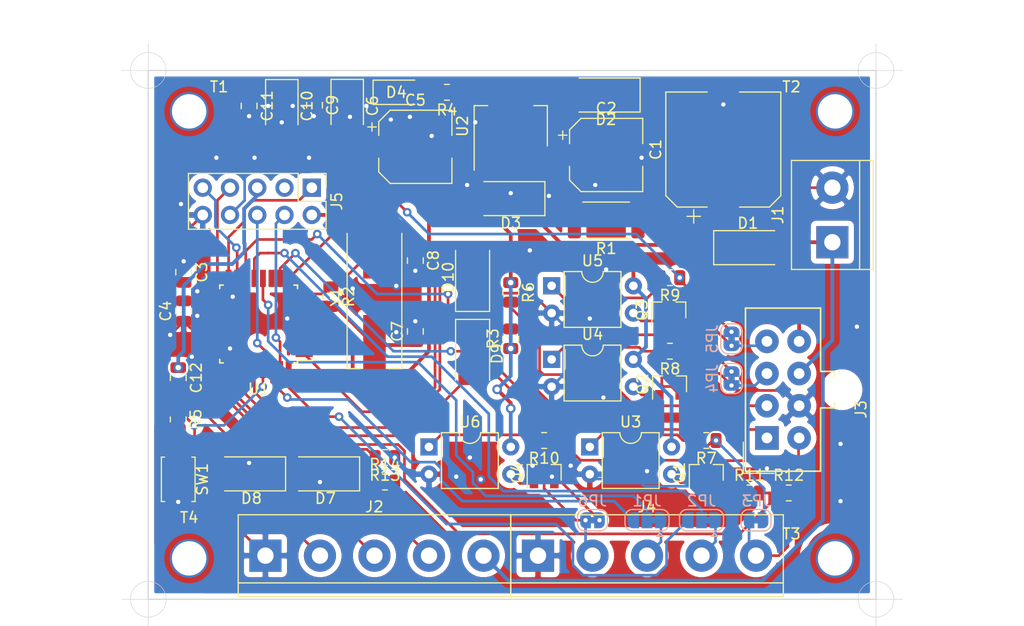
<source format=kicad_pcb>
(kicad_pcb (version 20171130) (host pcbnew "(5.1.9)-1")

  (general
    (thickness 1.6)
    (drawings 10)
    (tracks 583)
    (zones 0)
    (modules 61)
    (nets 56)
  )

  (page A4)
  (layers
    (0 F.Cu signal)
    (31 B.Cu signal)
    (32 B.Adhes user)
    (33 F.Adhes user)
    (34 B.Paste user)
    (35 F.Paste user)
    (36 B.SilkS user)
    (37 F.SilkS user)
    (38 B.Mask user)
    (39 F.Mask user)
    (40 Dwgs.User user)
    (41 Cmts.User user)
    (42 Eco1.User user)
    (43 Eco2.User user)
    (44 Edge.Cuts user)
    (45 Margin user)
    (46 B.CrtYd user)
    (47 F.CrtYd user)
    (48 B.Fab user)
    (49 F.Fab user)
  )

  (setup
    (last_trace_width 0.25)
    (trace_clearance 0.2)
    (zone_clearance 0.508)
    (zone_45_only no)
    (trace_min 0.2)
    (via_size 0.8)
    (via_drill 0.4)
    (via_min_size 0.4)
    (via_min_drill 0.3)
    (uvia_size 0.3)
    (uvia_drill 0.1)
    (uvias_allowed no)
    (uvia_min_size 0.2)
    (uvia_min_drill 0.1)
    (edge_width 0.05)
    (segment_width 0.2)
    (pcb_text_width 0.3)
    (pcb_text_size 1.5 1.5)
    (mod_edge_width 0.12)
    (mod_text_size 1 1)
    (mod_text_width 0.15)
    (pad_size 1.524 1.524)
    (pad_drill 0.762)
    (pad_to_mask_clearance 0)
    (aux_axis_origin 105.41 120.142)
    (grid_origin 105.41 120.142)
    (visible_elements 7FFFFFFF)
    (pcbplotparams
      (layerselection 0x010fc_ffffffff)
      (usegerberextensions false)
      (usegerberattributes true)
      (usegerberadvancedattributes true)
      (creategerberjobfile true)
      (excludeedgelayer true)
      (linewidth 0.100000)
      (plotframeref true)
      (viasonmask false)
      (mode 1)
      (useauxorigin false)
      (hpglpennumber 1)
      (hpglpenspeed 20)
      (hpglpendiameter 15.000000)
      (psnegative false)
      (psa4output false)
      (plotreference true)
      (plotvalue true)
      (plotinvisibletext true)
      (padsonsilk true)
      (subtractmaskfromsilk false)
      (outputformat 1)
      (mirror false)
      (drillshape 0)
      (scaleselection 1)
      (outputdirectory "Gerber"))
  )

  (net 0 "")
  (net 1 "Net-(C1-Pad1)")
  (net 2 Earth)
  (net 3 "Net-(C2-Pad1)")
  (net 4 +5V)
  (net 5 "Net-(C7-Pad1)")
  (net 6 "Net-(C8-Pad1)")
  (net 7 "Net-(C12-Pad1)")
  (net 8 RESET)
  (net 9 VCC)
  (net 10 "Net-(D3-Pad2)")
  (net 11 "Net-(D4-Pad2)")
  (net 12 A1)
  (net 13 A0)
  (net 14 SDA)
  (net 15 SCL)
  (net 16 PINT1-PWM)
  (net 17 PD5-PWM)
  (net 18 MISO)
  (net 19 "Net-(J5-Pad3)")
  (net 20 TXD)
  (net 21 RXD)
  (net 22 SCK)
  (net 23 MOSI-PWM)
  (net 24 PD6-PWM)
  (net 25 SS-PWM)
  (net 26 RXD2)
  (net 27 TXD2-PWM)
  (net 28 INT1-PWM)
  (net 29 D5-PWM)
  (net 30 D6-PWM)
  (net 31 "Net-(Q1-Pad1)")
  (net 32 "Net-(Q2-Pad1)")
  (net 33 "Net-(Q3-Pad1)")
  (net 34 "Net-(Q4-Pad1)")
  (net 35 "Net-(R7-Pad2)")
  (net 36 "Net-(R8-Pad2)")
  (net 37 "Net-(R9-Pad2)")
  (net 38 "Net-(R10-Pad2)")
  (net 39 A3)
  (net 40 A2)
  (net 41 "Net-(U1-Pad2)")
  (net 42 "Net-(U1-Pad11)")
  (net 43 "Net-(U1-Pad19)")
  (net 44 "Net-(U1-Pad20)")
  (net 45 "Net-(U1-Pad22)")
  (net 46 PA1)
  (net 47 PA0)
  (net 48 "Net-(D9-Pad2)")
  (net 49 "Net-(D10-Pad2)")
  (net 50 PA3)
  (net 51 PA2)
  (net 52 PSS-PWM)
  (net 53 "Net-(U1-Pad32)")
  (net 54 "Net-(J4-Pad3)")
  (net 55 "Net-(J4-Pad4)")

  (net_class Default "This is the default net class."
    (clearance 0.2)
    (trace_width 0.25)
    (via_dia 0.8)
    (via_drill 0.4)
    (uvia_dia 0.3)
    (uvia_drill 0.1)
    (add_net A0)
    (add_net A1)
    (add_net A2)
    (add_net A3)
    (add_net D5-PWM)
    (add_net D6-PWM)
    (add_net Earth)
    (add_net INT1-PWM)
    (add_net MISO)
    (add_net MOSI-PWM)
    (add_net "Net-(C8-Pad1)")
    (add_net "Net-(D10-Pad2)")
    (add_net "Net-(D4-Pad2)")
    (add_net "Net-(D9-Pad2)")
    (add_net "Net-(J4-Pad3)")
    (add_net "Net-(J4-Pad4)")
    (add_net "Net-(J5-Pad3)")
    (add_net "Net-(Q1-Pad1)")
    (add_net "Net-(Q2-Pad1)")
    (add_net "Net-(Q3-Pad1)")
    (add_net "Net-(Q4-Pad1)")
    (add_net "Net-(R10-Pad2)")
    (add_net "Net-(R7-Pad2)")
    (add_net "Net-(R8-Pad2)")
    (add_net "Net-(R9-Pad2)")
    (add_net "Net-(U1-Pad11)")
    (add_net "Net-(U1-Pad19)")
    (add_net "Net-(U1-Pad2)")
    (add_net "Net-(U1-Pad20)")
    (add_net "Net-(U1-Pad22)")
    (add_net "Net-(U1-Pad32)")
    (add_net PA0)
    (add_net PA1)
    (add_net PA2)
    (add_net PA3)
    (add_net PD5-PWM)
    (add_net PD6-PWM)
    (add_net PINT1-PWM)
    (add_net PSS-PWM)
    (add_net RESET)
    (add_net RXD)
    (add_net RXD2)
    (add_net SCK)
    (add_net SCL)
    (add_net SDA)
    (add_net SS-PWM)
    (add_net TXD)
    (add_net TXD2-PWM)
  )

  (net_class VCC ""
    (clearance 0.2)
    (trace_width 0.35)
    (via_dia 0.9)
    (via_drill 0.5)
    (uvia_dia 0.4)
    (uvia_drill 0.1)
    (add_net +5V)
    (add_net "Net-(C1-Pad1)")
    (add_net "Net-(C12-Pad1)")
    (add_net "Net-(C2-Pad1)")
    (add_net "Net-(C7-Pad1)")
    (add_net "Net-(D3-Pad2)")
    (add_net VCC)
  )

  (module MountingHole:MountingHole_3.2mm_M3_DIN965_Pad_TopOnly (layer F.Cu) (tedit 56D1B4CB) (tstamp 608E8DDE)
    (at 169.418 116.332)
    (descr "Mounting Hole 3.2mm, M3, DIN965")
    (tags "mounting hole 3.2mm m3 din965")
    (attr virtual)
    (fp_text reference T3 (at -4.064 -2.286) (layer F.SilkS)
      (effects (font (size 1 1) (thickness 0.15)))
    )
    (fp_text value MountingHole_3.2mm_M3_DIN965_Pad_TopOnly (at 0 3.8) (layer F.Fab)
      (effects (font (size 1 1) (thickness 0.15)))
    )
    (fp_circle (center 0 0) (end 3.05 0) (layer F.CrtYd) (width 0.05))
    (fp_circle (center 0 0) (end 2.8 0) (layer Cmts.User) (width 0.15))
    (fp_text user %R (at 0.3 0) (layer F.Fab)
      (effects (font (size 1 1) (thickness 0.15)))
    )
    (pad 1 connect circle (at 0 0) (size 5.6 5.6) (layers F.Cu F.Mask))
    (pad 1 thru_hole circle (at 0 0) (size 3.6 3.6) (drill 3.2) (layers *.Cu *.Mask))
  )

  (module Resistor_SMD:R_0805_2012Metric (layer F.Cu) (tedit 5F68FEEE) (tstamp 608E8596)
    (at 161.4405 110.236)
    (descr "Resistor SMD 0805 (2012 Metric), square (rectangular) end terminal, IPC_7351 nominal, (Body size source: IPC-SM-782 page 72, https://www.pcb-3d.com/wordpress/wp-content/uploads/ipc-sm-782a_amendment_1_and_2.pdf), generated with kicad-footprint-generator")
    (tags resistor)
    (path /60E800A4)
    (attr smd)
    (fp_text reference R11 (at 0 -1.65) (layer F.SilkS)
      (effects (font (size 1 1) (thickness 0.15)))
    )
    (fp_text value 10K (at 0 1.65) (layer F.Fab)
      (effects (font (size 1 1) (thickness 0.15)))
    )
    (fp_line (start 1.68 0.95) (end -1.68 0.95) (layer F.CrtYd) (width 0.05))
    (fp_line (start 1.68 -0.95) (end 1.68 0.95) (layer F.CrtYd) (width 0.05))
    (fp_line (start -1.68 -0.95) (end 1.68 -0.95) (layer F.CrtYd) (width 0.05))
    (fp_line (start -1.68 0.95) (end -1.68 -0.95) (layer F.CrtYd) (width 0.05))
    (fp_line (start -0.227064 0.735) (end 0.227064 0.735) (layer F.SilkS) (width 0.12))
    (fp_line (start -0.227064 -0.735) (end 0.227064 -0.735) (layer F.SilkS) (width 0.12))
    (fp_line (start 1 0.625) (end -1 0.625) (layer F.Fab) (width 0.1))
    (fp_line (start 1 -0.625) (end 1 0.625) (layer F.Fab) (width 0.1))
    (fp_line (start -1 -0.625) (end 1 -0.625) (layer F.Fab) (width 0.1))
    (fp_line (start -1 0.625) (end -1 -0.625) (layer F.Fab) (width 0.1))
    (fp_text user %R (at 0 0) (layer F.Fab)
      (effects (font (size 0.5 0.5) (thickness 0.08)))
    )
    (pad 1 smd roundrect (at -0.9125 0) (size 1.025 1.4) (layers F.Cu F.Paste F.Mask) (roundrect_rratio 0.2439004878048781)
      (net 2 Earth))
    (pad 2 smd roundrect (at 0.9125 0) (size 1.025 1.4) (layers F.Cu F.Paste F.Mask) (roundrect_rratio 0.2439004878048781)
      (net 39 A3))
    (model ${KISYS3DMOD}/Resistor_SMD.3dshapes/R_0805_2012Metric.wrl
      (at (xyz 0 0 0))
      (scale (xyz 1 1 1))
      (rotate (xyz 0 0 0))
    )
  )

  (module TerminalBlock:TerminalBlock_bornier-5_P5.08mm (layer F.Cu) (tedit 59FF03DE) (tstamp 608E746A)
    (at 141.732 116.078)
    (descr "simple 5-pin terminal block, pitch 5.08mm, revamped version of bornier5")
    (tags "terminal block bornier5")
    (path /60C4C84D)
    (fp_text reference J4 (at 10.15 -4.55) (layer F.SilkS)
      (effects (font (size 1 1) (thickness 0.15)))
    )
    (fp_text value Terminal_02 (at 10.15 4.6) (layer F.Fab)
      (effects (font (size 1 1) (thickness 0.15)))
    )
    (fp_line (start 23.06 4) (end -2.74 4) (layer F.CrtYd) (width 0.05))
    (fp_line (start 23.06 4) (end 23.06 -4) (layer F.CrtYd) (width 0.05))
    (fp_line (start -2.74 -4) (end -2.74 4) (layer F.CrtYd) (width 0.05))
    (fp_line (start -2.74 -4) (end 23.06 -4) (layer F.CrtYd) (width 0.05))
    (fp_line (start -2.54 -3.81) (end -2.54 3.81) (layer F.SilkS) (width 0.12))
    (fp_line (start 22.86 -3.81) (end 22.86 3.81) (layer F.SilkS) (width 0.12))
    (fp_line (start -2.54 -3.81) (end 22.86 -3.81) (layer F.SilkS) (width 0.12))
    (fp_line (start -2.54 2.54) (end 22.86 2.54) (layer F.SilkS) (width 0.12))
    (fp_line (start -2.54 3.81) (end 22.86 3.81) (layer F.SilkS) (width 0.12))
    (fp_line (start 22.81 -3.75) (end -2.49 -3.75) (layer F.Fab) (width 0.1))
    (fp_line (start 22.81 3.75) (end 22.81 -3.75) (layer F.Fab) (width 0.1))
    (fp_line (start -2.49 3.75) (end 22.81 3.75) (layer F.Fab) (width 0.1))
    (fp_line (start -2.49 -3.75) (end -2.49 3.75) (layer F.Fab) (width 0.1))
    (fp_line (start -2.49 2.55) (end 22.81 2.55) (layer F.Fab) (width 0.1))
    (fp_text user %R (at 10.16 0) (layer F.Fab)
      (effects (font (size 1 1) (thickness 0.15)))
    )
    (pad 2 thru_hole circle (at 5.08 0) (size 3 3) (drill 1.52) (layers *.Cu *.Mask)
      (net 24 PD6-PWM))
    (pad 3 thru_hole circle (at 10.16 0) (size 3 3) (drill 1.52) (layers *.Cu *.Mask)
      (net 54 "Net-(J4-Pad3)"))
    (pad 1 thru_hole rect (at 0 0) (size 3 3) (drill 1.52) (layers *.Cu *.Mask)
      (net 2 Earth))
    (pad 4 thru_hole circle (at 15.24 0) (size 3 3) (drill 1.52) (layers *.Cu *.Mask)
      (net 55 "Net-(J4-Pad4)"))
    (pad 5 thru_hole circle (at 20.32 0) (size 3 3) (drill 1.52) (layers *.Cu *.Mask)
      (net 52 PSS-PWM))
    (model ${KISYS3DMOD}/TerminalBlock.3dshapes/TerminalBlock_bornier-5_P5.08mm.wrl
      (offset (xyz 10.15999984741211 0 0))
      (scale (xyz 1 1 1))
      (rotate (xyz 0 0 0))
    )
  )

  (module TerminalBlock:TerminalBlock_bornier-5_P5.08mm (layer F.Cu) (tedit 59FF03DE) (tstamp 608E7452)
    (at 116.332 116.078)
    (descr "simple 5-pin terminal block, pitch 5.08mm, revamped version of bornier5")
    (tags "terminal block bornier5")
    (path /60C49237)
    (fp_text reference J2 (at 10.15 -4.55) (layer F.SilkS)
      (effects (font (size 1 1) (thickness 0.15)))
    )
    (fp_text value Terminal_01 (at 10.15 4.6) (layer F.Fab)
      (effects (font (size 1 1) (thickness 0.15)))
    )
    (fp_line (start -2.49 2.55) (end 22.81 2.55) (layer F.Fab) (width 0.1))
    (fp_line (start -2.49 -3.75) (end -2.49 3.75) (layer F.Fab) (width 0.1))
    (fp_line (start -2.49 3.75) (end 22.81 3.75) (layer F.Fab) (width 0.1))
    (fp_line (start 22.81 3.75) (end 22.81 -3.75) (layer F.Fab) (width 0.1))
    (fp_line (start 22.81 -3.75) (end -2.49 -3.75) (layer F.Fab) (width 0.1))
    (fp_line (start -2.54 3.81) (end 22.86 3.81) (layer F.SilkS) (width 0.12))
    (fp_line (start -2.54 2.54) (end 22.86 2.54) (layer F.SilkS) (width 0.12))
    (fp_line (start -2.54 -3.81) (end 22.86 -3.81) (layer F.SilkS) (width 0.12))
    (fp_line (start 22.86 -3.81) (end 22.86 3.81) (layer F.SilkS) (width 0.12))
    (fp_line (start -2.54 -3.81) (end -2.54 3.81) (layer F.SilkS) (width 0.12))
    (fp_line (start -2.74 -4) (end 23.06 -4) (layer F.CrtYd) (width 0.05))
    (fp_line (start -2.74 -4) (end -2.74 4) (layer F.CrtYd) (width 0.05))
    (fp_line (start 23.06 4) (end 23.06 -4) (layer F.CrtYd) (width 0.05))
    (fp_line (start 23.06 4) (end -2.74 4) (layer F.CrtYd) (width 0.05))
    (fp_text user %R (at 10.16 0) (layer F.Fab)
      (effects (font (size 1 1) (thickness 0.15)))
    )
    (pad 5 thru_hole circle (at 20.32 0) (size 3 3) (drill 1.52) (layers *.Cu *.Mask)
      (net 9 VCC))
    (pad 4 thru_hole circle (at 15.24 0) (size 3 3) (drill 1.52) (layers *.Cu *.Mask)
      (net 51 PA2))
    (pad 1 thru_hole rect (at 0 0) (size 3 3) (drill 1.52) (layers *.Cu *.Mask)
      (net 2 Earth))
    (pad 3 thru_hole circle (at 10.16 0) (size 3 3) (drill 1.52) (layers *.Cu *.Mask)
      (net 46 PA1))
    (pad 2 thru_hole circle (at 5.08 0) (size 3 3) (drill 1.52) (layers *.Cu *.Mask)
      (net 47 PA0))
    (model ${KISYS3DMOD}/TerminalBlock.3dshapes/TerminalBlock_bornier-5_P5.08mm.wrl
      (offset (xyz 10.15999984741211 0 0))
      (scale (xyz 1 1 1))
      (rotate (xyz 0 0 0))
    )
  )

  (module Resistor_SMD:R_2512_6332Metric (layer F.Cu) (tedit 5F68FEEE) (tstamp 608D4CA1)
    (at 148.082 84.836 180)
    (descr "Resistor SMD 2512 (6332 Metric), square (rectangular) end terminal, IPC_7351 nominal, (Body size source: IPC-SM-782 page 72, https://www.pcb-3d.com/wordpress/wp-content/uploads/ipc-sm-782a_amendment_1_and_2.pdf), generated with kicad-footprint-generator")
    (tags resistor)
    (path /608E4C6A)
    (attr smd)
    (fp_text reference R1 (at 0 -2.62) (layer F.SilkS)
      (effects (font (size 1 1) (thickness 0.15)))
    )
    (fp_text value 2.2R (at 0 2.62) (layer F.Fab)
      (effects (font (size 1 1) (thickness 0.15)))
    )
    (fp_line (start 3.82 1.92) (end -3.82 1.92) (layer F.CrtYd) (width 0.05))
    (fp_line (start 3.82 -1.92) (end 3.82 1.92) (layer F.CrtYd) (width 0.05))
    (fp_line (start -3.82 -1.92) (end 3.82 -1.92) (layer F.CrtYd) (width 0.05))
    (fp_line (start -3.82 1.92) (end -3.82 -1.92) (layer F.CrtYd) (width 0.05))
    (fp_line (start -2.177064 1.71) (end 2.177064 1.71) (layer F.SilkS) (width 0.12))
    (fp_line (start -2.177064 -1.71) (end 2.177064 -1.71) (layer F.SilkS) (width 0.12))
    (fp_line (start 3.15 1.6) (end -3.15 1.6) (layer F.Fab) (width 0.1))
    (fp_line (start 3.15 -1.6) (end 3.15 1.6) (layer F.Fab) (width 0.1))
    (fp_line (start -3.15 -1.6) (end 3.15 -1.6) (layer F.Fab) (width 0.1))
    (fp_line (start -3.15 1.6) (end -3.15 -1.6) (layer F.Fab) (width 0.1))
    (fp_text user %R (at 0 0 180) (layer F.Fab)
      (effects (font (size 1 1) (thickness 0.15)))
    )
    (pad 1 smd roundrect (at -2.9625 0 180) (size 1.225 3.35) (layers F.Cu F.Paste F.Mask) (roundrect_rratio 0.2040808163265306)
      (net 1 "Net-(C1-Pad1)"))
    (pad 2 smd roundrect (at 2.9625 0 180) (size 1.225 3.35) (layers F.Cu F.Paste F.Mask) (roundrect_rratio 0.2040808163265306)
      (net 3 "Net-(C2-Pad1)"))
    (model ${KISYS3DMOD}/Resistor_SMD.3dshapes/R_2512_6332Metric.wrl
      (at (xyz 0 0 0))
      (scale (xyz 1 1 1))
      (rotate (xyz 0 0 0))
    )
  )

  (module Capacitor_SMD:C_0805_2012Metric (layer F.Cu) (tedit 5F68FEEE) (tstamp 608B1465)
    (at 114.808 74.168 270)
    (descr "Capacitor SMD 0805 (2012 Metric), square (rectangular) end terminal, IPC_7351 nominal, (Body size source: IPC-SM-782 page 76, https://www.pcb-3d.com/wordpress/wp-content/uploads/ipc-sm-782a_amendment_1_and_2.pdf, https://docs.google.com/spreadsheets/d/1BsfQQcO9C6DZCsRaXUlFlo91Tg2WpOkGARC1WS5S8t0/edit?usp=sharing), generated with kicad-footprint-generator")
    (tags capacitor)
    (path /6089FEE5)
    (attr smd)
    (fp_text reference C11 (at 0 -1.68 90) (layer F.SilkS)
      (effects (font (size 1 1) (thickness 0.15)))
    )
    (fp_text value 10nf (at 0 1.68 90) (layer F.Fab)
      (effects (font (size 1 1) (thickness 0.15)))
    )
    (fp_line (start 1.7 0.98) (end -1.7 0.98) (layer F.CrtYd) (width 0.05))
    (fp_line (start 1.7 -0.98) (end 1.7 0.98) (layer F.CrtYd) (width 0.05))
    (fp_line (start -1.7 -0.98) (end 1.7 -0.98) (layer F.CrtYd) (width 0.05))
    (fp_line (start -1.7 0.98) (end -1.7 -0.98) (layer F.CrtYd) (width 0.05))
    (fp_line (start -0.261252 0.735) (end 0.261252 0.735) (layer F.SilkS) (width 0.12))
    (fp_line (start -0.261252 -0.735) (end 0.261252 -0.735) (layer F.SilkS) (width 0.12))
    (fp_line (start 1 0.625) (end -1 0.625) (layer F.Fab) (width 0.1))
    (fp_line (start 1 -0.625) (end 1 0.625) (layer F.Fab) (width 0.1))
    (fp_line (start -1 -0.625) (end 1 -0.625) (layer F.Fab) (width 0.1))
    (fp_line (start -1 0.625) (end -1 -0.625) (layer F.Fab) (width 0.1))
    (fp_text user %R (at 0 0 90) (layer F.Fab)
      (effects (font (size 0.5 0.5) (thickness 0.08)))
    )
    (pad 1 smd roundrect (at -0.95 0 270) (size 1 1.45) (layers F.Cu F.Paste F.Mask) (roundrect_rratio 0.25)
      (net 4 +5V))
    (pad 2 smd roundrect (at 0.95 0 270) (size 1 1.45) (layers F.Cu F.Paste F.Mask) (roundrect_rratio 0.25)
      (net 2 Earth))
    (model ${KISYS3DMOD}/Capacitor_SMD.3dshapes/C_0805_2012Metric.wrl
      (at (xyz 0 0 0))
      (scale (xyz 1 1 1))
      (rotate (xyz 0 0 0))
    )
  )

  (module Package_TO_SOT_SMD:SOT-23 (layer F.Cu) (tedit 5A02FF57) (tstamp 608C1DDC)
    (at 157.414 108.347 90)
    (descr "SOT-23, Standard")
    (tags SOT-23)
    (path /608CB136)
    (attr smd)
    (fp_text reference Q1 (at 0 -2.5 90) (layer F.SilkS)
      (effects (font (size 1 1) (thickness 0.15)))
    )
    (fp_text value MMBT3904 (at 0 2.5 90) (layer F.Fab)
      (effects (font (size 1 1) (thickness 0.15)))
    )
    (fp_line (start -0.7 -0.95) (end -0.7 1.5) (layer F.Fab) (width 0.1))
    (fp_line (start -0.15 -1.52) (end 0.7 -1.52) (layer F.Fab) (width 0.1))
    (fp_line (start -0.7 -0.95) (end -0.15 -1.52) (layer F.Fab) (width 0.1))
    (fp_line (start 0.7 -1.52) (end 0.7 1.52) (layer F.Fab) (width 0.1))
    (fp_line (start -0.7 1.52) (end 0.7 1.52) (layer F.Fab) (width 0.1))
    (fp_line (start 0.76 1.58) (end 0.76 0.65) (layer F.SilkS) (width 0.12))
    (fp_line (start 0.76 -1.58) (end 0.76 -0.65) (layer F.SilkS) (width 0.12))
    (fp_line (start -1.7 -1.75) (end 1.7 -1.75) (layer F.CrtYd) (width 0.05))
    (fp_line (start 1.7 -1.75) (end 1.7 1.75) (layer F.CrtYd) (width 0.05))
    (fp_line (start 1.7 1.75) (end -1.7 1.75) (layer F.CrtYd) (width 0.05))
    (fp_line (start -1.7 1.75) (end -1.7 -1.75) (layer F.CrtYd) (width 0.05))
    (fp_line (start 0.76 -1.58) (end -1.4 -1.58) (layer F.SilkS) (width 0.12))
    (fp_line (start 0.76 1.58) (end -0.7 1.58) (layer F.SilkS) (width 0.12))
    (fp_text user %R (at 0 -0.045001) (layer F.Fab)
      (effects (font (size 0.5 0.5) (thickness 0.075)))
    )
    (pad 3 smd rect (at 1 0 90) (size 0.9 0.8) (layers F.Cu F.Paste F.Mask)
      (net 52 PSS-PWM))
    (pad 2 smd rect (at -1 0.95 90) (size 0.9 0.8) (layers F.Cu F.Paste F.Mask)
      (net 2 Earth))
    (pad 1 smd rect (at -1 -0.95 90) (size 0.9 0.8) (layers F.Cu F.Paste F.Mask)
      (net 31 "Net-(Q1-Pad1)"))
    (model ${KISYS3DMOD}/Package_TO_SOT_SMD.3dshapes/SOT-23.wrl
      (at (xyz 0 0 0))
      (scale (xyz 1 1 1))
      (rotate (xyz 0 0 0))
    )
  )

  (module Resistor_SMD:R_0805_2012Metric (layer F.Cu) (tedit 5F68FEEE) (tstamp 608B0E14)
    (at 139.192 95.8615 90)
    (descr "Resistor SMD 0805 (2012 Metric), square (rectangular) end terminal, IPC_7351 nominal, (Body size source: IPC-SM-782 page 72, https://www.pcb-3d.com/wordpress/wp-content/uploads/ipc-sm-782a_amendment_1_and_2.pdf), generated with kicad-footprint-generator")
    (tags resistor)
    (path /60E17B27)
    (attr smd)
    (fp_text reference R3 (at 0 -1.65 90) (layer F.SilkS)
      (effects (font (size 1 1) (thickness 0.15)))
    )
    (fp_text value 4.7k (at 0 1.65 90) (layer F.Fab)
      (effects (font (size 1 1) (thickness 0.15)))
    )
    (fp_line (start -1 0.625) (end -1 -0.625) (layer F.Fab) (width 0.1))
    (fp_line (start -1 -0.625) (end 1 -0.625) (layer F.Fab) (width 0.1))
    (fp_line (start 1 -0.625) (end 1 0.625) (layer F.Fab) (width 0.1))
    (fp_line (start 1 0.625) (end -1 0.625) (layer F.Fab) (width 0.1))
    (fp_line (start -0.227064 -0.735) (end 0.227064 -0.735) (layer F.SilkS) (width 0.12))
    (fp_line (start -0.227064 0.735) (end 0.227064 0.735) (layer F.SilkS) (width 0.12))
    (fp_line (start -1.68 0.95) (end -1.68 -0.95) (layer F.CrtYd) (width 0.05))
    (fp_line (start -1.68 -0.95) (end 1.68 -0.95) (layer F.CrtYd) (width 0.05))
    (fp_line (start 1.68 -0.95) (end 1.68 0.95) (layer F.CrtYd) (width 0.05))
    (fp_line (start 1.68 0.95) (end -1.68 0.95) (layer F.CrtYd) (width 0.05))
    (fp_text user %R (at 0 0 90) (layer F.Fab)
      (effects (font (size 0.5 0.5) (thickness 0.08)))
    )
    (pad 2 smd roundrect (at 0.9125 0 90) (size 1.025 1.4) (layers F.Cu F.Paste F.Mask) (roundrect_rratio 0.2439004878048781)
      (net 14 SDA))
    (pad 1 smd roundrect (at -0.9125 0 90) (size 1.025 1.4) (layers F.Cu F.Paste F.Mask) (roundrect_rratio 0.2439004878048781)
      (net 4 +5V))
    (model ${KISYS3DMOD}/Resistor_SMD.3dshapes/R_0805_2012Metric.wrl
      (at (xyz 0 0 0))
      (scale (xyz 1 1 1))
      (rotate (xyz 0 0 0))
    )
  )

  (module Resistor_SMD:R_0805_2012Metric (layer F.Cu) (tedit 5F68FEEE) (tstamp 608BEC9D)
    (at 139.192 91.5435 270)
    (descr "Resistor SMD 0805 (2012 Metric), square (rectangular) end terminal, IPC_7351 nominal, (Body size source: IPC-SM-782 page 72, https://www.pcb-3d.com/wordpress/wp-content/uploads/ipc-sm-782a_amendment_1_and_2.pdf), generated with kicad-footprint-generator")
    (tags resistor)
    (path /60E1895F)
    (attr smd)
    (fp_text reference R6 (at 0 -1.65 90) (layer F.SilkS)
      (effects (font (size 1 1) (thickness 0.15)))
    )
    (fp_text value 4.7k (at 0 1.65 90) (layer F.Fab)
      (effects (font (size 1 1) (thickness 0.15)))
    )
    (fp_line (start 1.68 0.95) (end -1.68 0.95) (layer F.CrtYd) (width 0.05))
    (fp_line (start 1.68 -0.95) (end 1.68 0.95) (layer F.CrtYd) (width 0.05))
    (fp_line (start -1.68 -0.95) (end 1.68 -0.95) (layer F.CrtYd) (width 0.05))
    (fp_line (start -1.68 0.95) (end -1.68 -0.95) (layer F.CrtYd) (width 0.05))
    (fp_line (start -0.227064 0.735) (end 0.227064 0.735) (layer F.SilkS) (width 0.12))
    (fp_line (start -0.227064 -0.735) (end 0.227064 -0.735) (layer F.SilkS) (width 0.12))
    (fp_line (start 1 0.625) (end -1 0.625) (layer F.Fab) (width 0.1))
    (fp_line (start 1 -0.625) (end 1 0.625) (layer F.Fab) (width 0.1))
    (fp_line (start -1 -0.625) (end 1 -0.625) (layer F.Fab) (width 0.1))
    (fp_line (start -1 0.625) (end -1 -0.625) (layer F.Fab) (width 0.1))
    (fp_text user %R (at 0 0 90) (layer F.Fab)
      (effects (font (size 0.5 0.5) (thickness 0.08)))
    )
    (pad 1 smd roundrect (at -0.9125 0 270) (size 1.025 1.4) (layers F.Cu F.Paste F.Mask) (roundrect_rratio 0.2439004878048781)
      (net 4 +5V))
    (pad 2 smd roundrect (at 0.9125 0 270) (size 1.025 1.4) (layers F.Cu F.Paste F.Mask) (roundrect_rratio 0.2439004878048781)
      (net 15 SCL))
    (model ${KISYS3DMOD}/Resistor_SMD.3dshapes/R_0805_2012Metric.wrl
      (at (xyz 0 0 0))
      (scale (xyz 1 1 1))
      (rotate (xyz 0 0 0))
    )
  )

  (module Jumper:SolderJumper-2_P1.3mm_Bridged_RoundedPad1.0x1.5mm (layer B.Cu) (tedit 5C745284) (tstamp 608D61CA)
    (at 162.052 112.776 180)
    (descr "SMD Solder Jumper, 1x1.5mm, rounded Pads, 0.3mm gap, bridged with 1 copper strip")
    (tags "solder jumper open")
    (path /61128FE5)
    (attr virtual)
    (fp_text reference JP3 (at 0 1.8) (layer B.SilkS)
      (effects (font (size 1 1) (thickness 0.15)) (justify mirror))
    )
    (fp_text value SolderJumper_2_Bridged (at 0 -1.9) (layer B.Fab)
      (effects (font (size 1 1) (thickness 0.15)) (justify mirror))
    )
    (fp_poly (pts (xy 0.25 0.3) (xy -0.25 0.3) (xy -0.25 -0.3) (xy 0.25 -0.3)) (layer B.Cu) (width 0))
    (fp_line (start 1.65 -1.25) (end -1.65 -1.25) (layer B.CrtYd) (width 0.05))
    (fp_line (start 1.65 -1.25) (end 1.65 1.25) (layer B.CrtYd) (width 0.05))
    (fp_line (start -1.65 1.25) (end -1.65 -1.25) (layer B.CrtYd) (width 0.05))
    (fp_line (start -1.65 1.25) (end 1.65 1.25) (layer B.CrtYd) (width 0.05))
    (fp_line (start -0.7 1) (end 0.7 1) (layer B.SilkS) (width 0.12))
    (fp_line (start 1.4 0.3) (end 1.4 -0.3) (layer B.SilkS) (width 0.12))
    (fp_line (start 0.7 -1) (end -0.7 -1) (layer B.SilkS) (width 0.12))
    (fp_line (start -1.4 -0.3) (end -1.4 0.3) (layer B.SilkS) (width 0.12))
    (fp_arc (start 0.7 0.3) (end 1.4 0.3) (angle 90) (layer B.SilkS) (width 0.12))
    (fp_arc (start 0.7 -0.3) (end 0.7 -1) (angle 90) (layer B.SilkS) (width 0.12))
    (fp_arc (start -0.7 -0.3) (end -1.4 -0.3) (angle 90) (layer B.SilkS) (width 0.12))
    (fp_arc (start -0.7 0.3) (end -0.7 1) (angle 90) (layer B.SilkS) (width 0.12))
    (pad 2 smd custom (at 0.65 0 180) (size 1 0.5) (layers B.Cu B.Mask)
      (net 52 PSS-PWM) (zone_connect 2)
      (options (clearance outline) (anchor rect))
      (primitives
        (gr_circle (center 0 -0.25) (end 0.5 -0.25) (width 0))
        (gr_circle (center 0 0.25) (end 0.5 0.25) (width 0))
        (gr_poly (pts
           (xy 0 0.75) (xy -0.5 0.75) (xy -0.5 -0.75) (xy 0 -0.75)) (width 0))
      ))
    (pad 1 smd custom (at -0.65 0 180) (size 1 0.5) (layers B.Cu B.Mask)
      (net 25 SS-PWM) (zone_connect 2)
      (options (clearance outline) (anchor rect))
      (primitives
        (gr_circle (center 0 -0.25) (end 0.5 -0.25) (width 0))
        (gr_circle (center 0 0.25) (end 0.5 0.25) (width 0))
        (gr_poly (pts
           (xy 0 0.75) (xy 0.5 0.75) (xy 0.5 -0.75) (xy 0 -0.75)) (width 0))
      ))
  )

  (module Jumper:SolderJumper-3_P1.3mm_Bridged12_RoundedPad1.0x1.5mm (layer B.Cu) (tedit 5C745321) (tstamp 608B435B)
    (at 151.892 112.776 180)
    (descr "SMD Solder 3-pad Jumper, 1x1.5mm rounded Pads, 0.3mm gap, pads 1-2 bridged with 1 copper strip")
    (tags "solder jumper open")
    (path /612F8F3F)
    (attr virtual)
    (fp_text reference JP1 (at 0 1.8) (layer B.SilkS)
      (effects (font (size 1 1) (thickness 0.15)) (justify mirror))
    )
    (fp_text value SolderJumper_3_Bridged12 (at 0 -1.9) (layer B.Fab)
      (effects (font (size 1 1) (thickness 0.15)) (justify mirror))
    )
    (fp_line (start -1.2 -1.2) (end -0.9 -1.5) (layer B.SilkS) (width 0.12))
    (fp_line (start -1.5 -1.5) (end -0.9 -1.5) (layer B.SilkS) (width 0.12))
    (fp_line (start -1.2 -1.2) (end -1.5 -1.5) (layer B.SilkS) (width 0.12))
    (fp_line (start -2.05 -0.3) (end -2.05 0.3) (layer B.SilkS) (width 0.12))
    (fp_line (start 1.4 -1) (end -1.4 -1) (layer B.SilkS) (width 0.12))
    (fp_line (start 2.05 0.3) (end 2.05 -0.3) (layer B.SilkS) (width 0.12))
    (fp_line (start -1.4 1) (end 1.4 1) (layer B.SilkS) (width 0.12))
    (fp_line (start -2.3 1.25) (end 2.3 1.25) (layer B.CrtYd) (width 0.05))
    (fp_line (start -2.3 1.25) (end -2.3 -1.25) (layer B.CrtYd) (width 0.05))
    (fp_line (start 2.3 -1.25) (end 2.3 1.25) (layer B.CrtYd) (width 0.05))
    (fp_line (start 2.3 -1.25) (end -2.3 -1.25) (layer B.CrtYd) (width 0.05))
    (fp_poly (pts (xy -0.9 0.3) (xy -0.4 0.3) (xy -0.4 -0.3) (xy -0.9 -0.3)) (layer B.Cu) (width 0))
    (fp_arc (start -1.35 0.3) (end -1.35 1) (angle 90) (layer B.SilkS) (width 0.12))
    (fp_arc (start -1.35 -0.3) (end -2.05 -0.3) (angle 90) (layer B.SilkS) (width 0.12))
    (fp_arc (start 1.35 -0.3) (end 1.35 -1) (angle 90) (layer B.SilkS) (width 0.12))
    (fp_arc (start 1.35 0.3) (end 2.05 0.3) (angle 90) (layer B.SilkS) (width 0.12))
    (pad 1 smd custom (at -1.3 0 180) (size 1 0.5) (layers B.Cu B.Mask)
      (net 54 "Net-(J4-Pad3)") (zone_connect 2)
      (options (clearance outline) (anchor rect))
      (primitives
        (gr_circle (center 0 -0.25) (end 0.5 -0.25) (width 0))
        (gr_circle (center 0 0.25) (end 0.5 0.25) (width 0))
        (gr_poly (pts
           (xy 0.55 0.75) (xy 0 0.75) (xy 0 -0.75) (xy 0.55 -0.75)) (width 0))
      ))
    (pad 2 smd rect (at 0 0 180) (size 1 1.5) (layers B.Cu B.Mask)
      (net 26 RXD2))
    (pad 3 smd custom (at 1.3 0 180) (size 1 0.5) (layers B.Cu B.Mask)
      (net 21 RXD) (zone_connect 2)
      (options (clearance outline) (anchor rect))
      (primitives
        (gr_circle (center 0 -0.25) (end 0.5 -0.25) (width 0))
        (gr_circle (center 0 0.25) (end 0.5 0.25) (width 0))
        (gr_poly (pts
           (xy -0.55 0.75) (xy 0 0.75) (xy 0 -0.75) (xy -0.55 -0.75)) (width 0))
      ))
  )

  (module Jumper:SolderJumper-3_P1.3mm_Bridged12_RoundedPad1.0x1.5mm (layer B.Cu) (tedit 5C745321) (tstamp 608B4448)
    (at 156.972 112.776 180)
    (descr "SMD Solder 3-pad Jumper, 1x1.5mm rounded Pads, 0.3mm gap, pads 1-2 bridged with 1 copper strip")
    (tags "solder jumper open")
    (path /614300BF)
    (attr virtual)
    (fp_text reference JP2 (at 0 1.8) (layer B.SilkS)
      (effects (font (size 1 1) (thickness 0.15)) (justify mirror))
    )
    (fp_text value SolderJumper_3_Bridged12 (at 0 -1.9) (layer B.Fab)
      (effects (font (size 1 1) (thickness 0.15)) (justify mirror))
    )
    (fp_poly (pts (xy -0.9 0.3) (xy -0.4 0.3) (xy -0.4 -0.3) (xy -0.9 -0.3)) (layer B.Cu) (width 0))
    (fp_line (start 2.3 -1.25) (end -2.3 -1.25) (layer B.CrtYd) (width 0.05))
    (fp_line (start 2.3 -1.25) (end 2.3 1.25) (layer B.CrtYd) (width 0.05))
    (fp_line (start -2.3 1.25) (end -2.3 -1.25) (layer B.CrtYd) (width 0.05))
    (fp_line (start -2.3 1.25) (end 2.3 1.25) (layer B.CrtYd) (width 0.05))
    (fp_line (start -1.4 1) (end 1.4 1) (layer B.SilkS) (width 0.12))
    (fp_line (start 2.05 0.3) (end 2.05 -0.3) (layer B.SilkS) (width 0.12))
    (fp_line (start 1.4 -1) (end -1.4 -1) (layer B.SilkS) (width 0.12))
    (fp_line (start -2.05 -0.3) (end -2.05 0.3) (layer B.SilkS) (width 0.12))
    (fp_line (start -1.2 -1.2) (end -1.5 -1.5) (layer B.SilkS) (width 0.12))
    (fp_line (start -1.5 -1.5) (end -0.9 -1.5) (layer B.SilkS) (width 0.12))
    (fp_line (start -1.2 -1.2) (end -0.9 -1.5) (layer B.SilkS) (width 0.12))
    (fp_arc (start 1.35 0.3) (end 2.05 0.3) (angle 90) (layer B.SilkS) (width 0.12))
    (fp_arc (start 1.35 -0.3) (end 1.35 -1) (angle 90) (layer B.SilkS) (width 0.12))
    (fp_arc (start -1.35 -0.3) (end -2.05 -0.3) (angle 90) (layer B.SilkS) (width 0.12))
    (fp_arc (start -1.35 0.3) (end -1.35 1) (angle 90) (layer B.SilkS) (width 0.12))
    (pad 3 smd custom (at 1.3 0 180) (size 1 0.5) (layers B.Cu B.Mask)
      (net 20 TXD) (zone_connect 2)
      (options (clearance outline) (anchor rect))
      (primitives
        (gr_circle (center 0 -0.25) (end 0.5 -0.25) (width 0))
        (gr_circle (center 0 0.25) (end 0.5 0.25) (width 0))
        (gr_poly (pts
           (xy -0.55 0.75) (xy 0 0.75) (xy 0 -0.75) (xy -0.55 -0.75)) (width 0))
      ))
    (pad 2 smd rect (at 0 0 180) (size 1 1.5) (layers B.Cu B.Mask)
      (net 27 TXD2-PWM))
    (pad 1 smd custom (at -1.3 0 180) (size 1 0.5) (layers B.Cu B.Mask)
      (net 55 "Net-(J4-Pad4)") (zone_connect 2)
      (options (clearance outline) (anchor rect))
      (primitives
        (gr_circle (center 0 -0.25) (end 0.5 -0.25) (width 0))
        (gr_circle (center 0 0.25) (end 0.5 0.25) (width 0))
        (gr_poly (pts
           (xy 0.55 0.75) (xy 0 0.75) (xy 0 -0.75) (xy 0.55 -0.75)) (width 0))
      ))
  )

  (module Jumper:SolderJumper-2_P1.3mm_Bridged_RoundedPad1.0x1.5mm (layer B.Cu) (tedit 5C745284) (tstamp 608B42F1)
    (at 146.812 112.776 180)
    (descr "SMD Solder Jumper, 1x1.5mm, rounded Pads, 0.3mm gap, bridged with 1 copper strip")
    (tags "solder jumper open")
    (path /6112A95E)
    (attr virtual)
    (fp_text reference JP6 (at 0 1.8) (layer B.SilkS)
      (effects (font (size 1 1) (thickness 0.15)) (justify mirror))
    )
    (fp_text value SolderJumper_2_Bridged (at 0 -1.9) (layer B.Fab)
      (effects (font (size 1 1) (thickness 0.15)) (justify mirror))
    )
    (fp_poly (pts (xy 0.25 0.3) (xy -0.25 0.3) (xy -0.25 -0.3) (xy 0.25 -0.3)) (layer B.Cu) (width 0))
    (fp_line (start 1.65 -1.25) (end -1.65 -1.25) (layer B.CrtYd) (width 0.05))
    (fp_line (start 1.65 -1.25) (end 1.65 1.25) (layer B.CrtYd) (width 0.05))
    (fp_line (start -1.65 1.25) (end -1.65 -1.25) (layer B.CrtYd) (width 0.05))
    (fp_line (start -1.65 1.25) (end 1.65 1.25) (layer B.CrtYd) (width 0.05))
    (fp_line (start -0.7 1) (end 0.7 1) (layer B.SilkS) (width 0.12))
    (fp_line (start 1.4 0.3) (end 1.4 -0.3) (layer B.SilkS) (width 0.12))
    (fp_line (start 0.7 -1) (end -0.7 -1) (layer B.SilkS) (width 0.12))
    (fp_line (start -1.4 -0.3) (end -1.4 0.3) (layer B.SilkS) (width 0.12))
    (fp_arc (start 0.7 0.3) (end 1.4 0.3) (angle 90) (layer B.SilkS) (width 0.12))
    (fp_arc (start 0.7 -0.3) (end 0.7 -1) (angle 90) (layer B.SilkS) (width 0.12))
    (fp_arc (start -0.7 -0.3) (end -1.4 -0.3) (angle 90) (layer B.SilkS) (width 0.12))
    (fp_arc (start -0.7 0.3) (end -0.7 1) (angle 90) (layer B.SilkS) (width 0.12))
    (pad 2 smd custom (at 0.65 0 180) (size 1 0.5) (layers B.Cu B.Mask)
      (net 24 PD6-PWM) (zone_connect 2)
      (options (clearance outline) (anchor rect))
      (primitives
        (gr_circle (center 0 -0.25) (end 0.5 -0.25) (width 0))
        (gr_circle (center 0 0.25) (end 0.5 0.25) (width 0))
        (gr_poly (pts
           (xy 0 0.75) (xy -0.5 0.75) (xy -0.5 -0.75) (xy 0 -0.75)) (width 0))
      ))
    (pad 1 smd custom (at -0.65 0 180) (size 1 0.5) (layers B.Cu B.Mask)
      (net 30 D6-PWM) (zone_connect 2)
      (options (clearance outline) (anchor rect))
      (primitives
        (gr_circle (center 0 -0.25) (end 0.5 -0.25) (width 0))
        (gr_circle (center 0 0.25) (end 0.5 0.25) (width 0))
        (gr_poly (pts
           (xy 0 0.75) (xy 0.5 0.75) (xy 0.5 -0.75) (xy 0 -0.75)) (width 0))
      ))
  )

  (module Diode_SMD:D_2010_5025Metric (layer F.Cu) (tedit 5F68FEF0) (tstamp 608C1B6B)
    (at 121.92 108.458 180)
    (descr "Diode SMD 2010 (5025 Metric), square (rectangular) end terminal, IPC_7351 nominal, (Body size source: http://www.tortai-tech.com/upload/download/2011102023233369053.pdf), generated with kicad-footprint-generator")
    (tags diode)
    (path /60A2E51D)
    (attr smd)
    (fp_text reference D7 (at 0 -2.28) (layer F.SilkS)
      (effects (font (size 1 1) (thickness 0.15)))
    )
    (fp_text value 1N4001 (at 0 2.28) (layer F.Fab)
      (effects (font (size 1 1) (thickness 0.15)))
    )
    (fp_line (start 3.18 1.58) (end -3.18 1.58) (layer F.CrtYd) (width 0.05))
    (fp_line (start 3.18 -1.58) (end 3.18 1.58) (layer F.CrtYd) (width 0.05))
    (fp_line (start -3.18 -1.58) (end 3.18 -1.58) (layer F.CrtYd) (width 0.05))
    (fp_line (start -3.18 1.58) (end -3.18 -1.58) (layer F.CrtYd) (width 0.05))
    (fp_line (start -3.185 1.585) (end 2.5 1.585) (layer F.SilkS) (width 0.12))
    (fp_line (start -3.185 -1.585) (end -3.185 1.585) (layer F.SilkS) (width 0.12))
    (fp_line (start 2.5 -1.585) (end -3.185 -1.585) (layer F.SilkS) (width 0.12))
    (fp_line (start 2.5 1.25) (end 2.5 -1.25) (layer F.Fab) (width 0.1))
    (fp_line (start -2.5 1.25) (end 2.5 1.25) (layer F.Fab) (width 0.1))
    (fp_line (start -2.5 -0.625) (end -2.5 1.25) (layer F.Fab) (width 0.1))
    (fp_line (start -1.875 -1.25) (end -2.5 -0.625) (layer F.Fab) (width 0.1))
    (fp_line (start 2.5 -1.25) (end -1.875 -1.25) (layer F.Fab) (width 0.1))
    (fp_text user %R (at 0 0) (layer F.Fab)
      (effects (font (size 1 1) (thickness 0.15)))
    )
    (pad 1 smd roundrect (at -2.25 0 180) (size 1.35 2.65) (layers F.Cu F.Paste F.Mask) (roundrect_rratio 0.1851844444444445)
      (net 46 PA1))
    (pad 2 smd roundrect (at 2.25 0 180) (size 1.35 2.65) (layers F.Cu F.Paste F.Mask) (roundrect_rratio 0.1851844444444445)
      (net 12 A1))
    (model ${KISYS3DMOD}/Diode_SMD.3dshapes/D_2010_5025Metric.wrl
      (at (xyz 0 0 0))
      (scale (xyz 1 1 1))
      (rotate (xyz 0 0 0))
    )
  )

  (module Resistor_SMD:R_0805_2012Metric (layer F.Cu) (tedit 5F68FEEE) (tstamp 608C1C29)
    (at 127.468 106.934 180)
    (descr "Resistor SMD 0805 (2012 Metric), square (rectangular) end terminal, IPC_7351 nominal, (Body size source: IPC-SM-782 page 72, https://www.pcb-3d.com/wordpress/wp-content/uploads/ipc-sm-782a_amendment_1_and_2.pdf), generated with kicad-footprint-generator")
    (tags resistor)
    (path /60F64709)
    (attr smd)
    (fp_text reference R13 (at 0 -1.65) (layer F.SilkS)
      (effects (font (size 1 1) (thickness 0.15)))
    )
    (fp_text value 10K (at 0 1.65) (layer F.Fab)
      (effects (font (size 1 1) (thickness 0.15)))
    )
    (fp_line (start -1 0.625) (end -1 -0.625) (layer F.Fab) (width 0.1))
    (fp_line (start -1 -0.625) (end 1 -0.625) (layer F.Fab) (width 0.1))
    (fp_line (start 1 -0.625) (end 1 0.625) (layer F.Fab) (width 0.1))
    (fp_line (start 1 0.625) (end -1 0.625) (layer F.Fab) (width 0.1))
    (fp_line (start -0.227064 -0.735) (end 0.227064 -0.735) (layer F.SilkS) (width 0.12))
    (fp_line (start -0.227064 0.735) (end 0.227064 0.735) (layer F.SilkS) (width 0.12))
    (fp_line (start -1.68 0.95) (end -1.68 -0.95) (layer F.CrtYd) (width 0.05))
    (fp_line (start -1.68 -0.95) (end 1.68 -0.95) (layer F.CrtYd) (width 0.05))
    (fp_line (start 1.68 -0.95) (end 1.68 0.95) (layer F.CrtYd) (width 0.05))
    (fp_line (start 1.68 0.95) (end -1.68 0.95) (layer F.CrtYd) (width 0.05))
    (fp_text user %R (at 0 0) (layer F.Fab)
      (effects (font (size 0.5 0.5) (thickness 0.08)))
    )
    (pad 2 smd roundrect (at 0.9125 0 180) (size 1.025 1.4) (layers F.Cu F.Paste F.Mask) (roundrect_rratio 0.2439004878048781)
      (net 40 A2))
    (pad 1 smd roundrect (at -0.9125 0 180) (size 1.025 1.4) (layers F.Cu F.Paste F.Mask) (roundrect_rratio 0.2439004878048781)
      (net 2 Earth))
    (model ${KISYS3DMOD}/Resistor_SMD.3dshapes/R_0805_2012Metric.wrl
      (at (xyz 0 0 0))
      (scale (xyz 1 1 1))
      (rotate (xyz 0 0 0))
    )
  )

  (module Resistor_SMD:R_0805_2012Metric (layer F.Cu) (tedit 5F68FEEE) (tstamp 608C1BF9)
    (at 127.468 109.22)
    (descr "Resistor SMD 0805 (2012 Metric), square (rectangular) end terminal, IPC_7351 nominal, (Body size source: IPC-SM-782 page 72, https://www.pcb-3d.com/wordpress/wp-content/uploads/ipc-sm-782a_amendment_1_and_2.pdf), generated with kicad-footprint-generator")
    (tags resistor)
    (path /60F646FF)
    (attr smd)
    (fp_text reference R14 (at 0 -1.65) (layer F.SilkS)
      (effects (font (size 1 1) (thickness 0.15)))
    )
    (fp_text value 10K (at 0 1.65) (layer F.Fab)
      (effects (font (size 1 1) (thickness 0.15)))
    )
    (fp_line (start 1.68 0.95) (end -1.68 0.95) (layer F.CrtYd) (width 0.05))
    (fp_line (start 1.68 -0.95) (end 1.68 0.95) (layer F.CrtYd) (width 0.05))
    (fp_line (start -1.68 -0.95) (end 1.68 -0.95) (layer F.CrtYd) (width 0.05))
    (fp_line (start -1.68 0.95) (end -1.68 -0.95) (layer F.CrtYd) (width 0.05))
    (fp_line (start -0.227064 0.735) (end 0.227064 0.735) (layer F.SilkS) (width 0.12))
    (fp_line (start -0.227064 -0.735) (end 0.227064 -0.735) (layer F.SilkS) (width 0.12))
    (fp_line (start 1 0.625) (end -1 0.625) (layer F.Fab) (width 0.1))
    (fp_line (start 1 -0.625) (end 1 0.625) (layer F.Fab) (width 0.1))
    (fp_line (start -1 -0.625) (end 1 -0.625) (layer F.Fab) (width 0.1))
    (fp_line (start -1 0.625) (end -1 -0.625) (layer F.Fab) (width 0.1))
    (fp_text user %R (at 0 0) (layer F.Fab)
      (effects (font (size 0.5 0.5) (thickness 0.08)))
    )
    (pad 1 smd roundrect (at -0.9125 0) (size 1.025 1.4) (layers F.Cu F.Paste F.Mask) (roundrect_rratio 0.2439004878048781)
      (net 40 A2))
    (pad 2 smd roundrect (at 0.9125 0) (size 1.025 1.4) (layers F.Cu F.Paste F.Mask) (roundrect_rratio 0.2439004878048781)
      (net 51 PA2))
    (model ${KISYS3DMOD}/Resistor_SMD.3dshapes/R_0805_2012Metric.wrl
      (at (xyz 0 0 0))
      (scale (xyz 1 1 1))
      (rotate (xyz 0 0 0))
    )
  )

  (module Diode_SMD:D_2010_5025Metric (layer F.Cu) (tedit 5F68FEF0) (tstamp 608C1BA1)
    (at 115.026 108.458 180)
    (descr "Diode SMD 2010 (5025 Metric), square (rectangular) end terminal, IPC_7351 nominal, (Body size source: http://www.tortai-tech.com/upload/download/2011102023233369053.pdf), generated with kicad-footprint-generator")
    (tags diode)
    (path /60A2EBE2)
    (attr smd)
    (fp_text reference D8 (at 0 -2.28) (layer F.SilkS)
      (effects (font (size 1 1) (thickness 0.15)))
    )
    (fp_text value 1N4001 (at 0 2.28) (layer F.Fab)
      (effects (font (size 1 1) (thickness 0.15)))
    )
    (fp_line (start 2.5 -1.25) (end -1.875 -1.25) (layer F.Fab) (width 0.1))
    (fp_line (start -1.875 -1.25) (end -2.5 -0.625) (layer F.Fab) (width 0.1))
    (fp_line (start -2.5 -0.625) (end -2.5 1.25) (layer F.Fab) (width 0.1))
    (fp_line (start -2.5 1.25) (end 2.5 1.25) (layer F.Fab) (width 0.1))
    (fp_line (start 2.5 1.25) (end 2.5 -1.25) (layer F.Fab) (width 0.1))
    (fp_line (start 2.5 -1.585) (end -3.185 -1.585) (layer F.SilkS) (width 0.12))
    (fp_line (start -3.185 -1.585) (end -3.185 1.585) (layer F.SilkS) (width 0.12))
    (fp_line (start -3.185 1.585) (end 2.5 1.585) (layer F.SilkS) (width 0.12))
    (fp_line (start -3.18 1.58) (end -3.18 -1.58) (layer F.CrtYd) (width 0.05))
    (fp_line (start -3.18 -1.58) (end 3.18 -1.58) (layer F.CrtYd) (width 0.05))
    (fp_line (start 3.18 -1.58) (end 3.18 1.58) (layer F.CrtYd) (width 0.05))
    (fp_line (start 3.18 1.58) (end -3.18 1.58) (layer F.CrtYd) (width 0.05))
    (fp_text user %R (at 0 0) (layer F.Fab)
      (effects (font (size 1 1) (thickness 0.15)))
    )
    (pad 2 smd roundrect (at 2.25 0 180) (size 1.35 2.65) (layers F.Cu F.Paste F.Mask) (roundrect_rratio 0.1851844444444445)
      (net 13 A0))
    (pad 1 smd roundrect (at -2.25 0 180) (size 1.35 2.65) (layers F.Cu F.Paste F.Mask) (roundrect_rratio 0.1851844444444445)
      (net 47 PA0))
    (model ${KISYS3DMOD}/Diode_SMD.3dshapes/D_2010_5025Metric.wrl
      (at (xyz 0 0 0))
      (scale (xyz 1 1 1))
      (rotate (xyz 0 0 0))
    )
  )

  (module Resistor_SMD:R_0805_2012Metric (layer F.Cu) (tedit 5F68FEEE) (tstamp 608BDA5F)
    (at 122.428 91.948 270)
    (descr "Resistor SMD 0805 (2012 Metric), square (rectangular) end terminal, IPC_7351 nominal, (Body size source: IPC-SM-782 page 72, https://www.pcb-3d.com/wordpress/wp-content/uploads/ipc-sm-782a_amendment_1_and_2.pdf), generated with kicad-footprint-generator")
    (tags resistor)
    (path /60759D82)
    (attr smd)
    (fp_text reference R2 (at 0 -1.65 90) (layer F.SilkS)
      (effects (font (size 1 1) (thickness 0.15)))
    )
    (fp_text value 1M (at 0 1.65 90) (layer F.Fab)
      (effects (font (size 1 1) (thickness 0.15)))
    )
    (fp_line (start 1.68 0.95) (end -1.68 0.95) (layer F.CrtYd) (width 0.05))
    (fp_line (start 1.68 -0.95) (end 1.68 0.95) (layer F.CrtYd) (width 0.05))
    (fp_line (start -1.68 -0.95) (end 1.68 -0.95) (layer F.CrtYd) (width 0.05))
    (fp_line (start -1.68 0.95) (end -1.68 -0.95) (layer F.CrtYd) (width 0.05))
    (fp_line (start -0.227064 0.735) (end 0.227064 0.735) (layer F.SilkS) (width 0.12))
    (fp_line (start -0.227064 -0.735) (end 0.227064 -0.735) (layer F.SilkS) (width 0.12))
    (fp_line (start 1 0.625) (end -1 0.625) (layer F.Fab) (width 0.1))
    (fp_line (start 1 -0.625) (end 1 0.625) (layer F.Fab) (width 0.1))
    (fp_line (start -1 -0.625) (end 1 -0.625) (layer F.Fab) (width 0.1))
    (fp_line (start -1 0.625) (end -1 -0.625) (layer F.Fab) (width 0.1))
    (fp_text user %R (at 0 0 90) (layer F.Fab)
      (effects (font (size 0.5 0.5) (thickness 0.08)))
    )
    (pad 1 smd roundrect (at -0.9125 0 270) (size 1.025 1.4) (layers F.Cu F.Paste F.Mask) (roundrect_rratio 0.2439004878048781)
      (net 6 "Net-(C8-Pad1)"))
    (pad 2 smd roundrect (at 0.9125 0 270) (size 1.025 1.4) (layers F.Cu F.Paste F.Mask) (roundrect_rratio 0.2439004878048781)
      (net 5 "Net-(C7-Pad1)"))
    (model ${KISYS3DMOD}/Resistor_SMD.3dshapes/R_0805_2012Metric.wrl
      (at (xyz 0 0 0))
      (scale (xyz 1 1 1))
      (rotate (xyz 0 0 0))
    )
  )

  (module Package_TO_SOT_SMD:SOT-223-3_TabPin2 (layer F.Cu) (tedit 5A02FF57) (tstamp 608B0038)
    (at 139.192 76.048 90)
    (descr "module CMS SOT223 4 pins")
    (tags "CMS SOT")
    (path /6079BA44)
    (attr smd)
    (fp_text reference U2 (at 0 -4.5 90) (layer F.SilkS)
      (effects (font (size 1 1) (thickness 0.15)))
    )
    (fp_text value AMS1117-5.0 (at 0 4.5 90) (layer F.Fab)
      (effects (font (size 1 1) (thickness 0.15)))
    )
    (fp_line (start 1.85 -3.35) (end 1.85 3.35) (layer F.Fab) (width 0.1))
    (fp_line (start -1.85 3.35) (end 1.85 3.35) (layer F.Fab) (width 0.1))
    (fp_line (start -4.1 -3.41) (end 1.91 -3.41) (layer F.SilkS) (width 0.12))
    (fp_line (start -0.85 -3.35) (end 1.85 -3.35) (layer F.Fab) (width 0.1))
    (fp_line (start -1.85 3.41) (end 1.91 3.41) (layer F.SilkS) (width 0.12))
    (fp_line (start -1.85 -2.35) (end -1.85 3.35) (layer F.Fab) (width 0.1))
    (fp_line (start -1.85 -2.35) (end -0.85 -3.35) (layer F.Fab) (width 0.1))
    (fp_line (start -4.4 -3.6) (end -4.4 3.6) (layer F.CrtYd) (width 0.05))
    (fp_line (start -4.4 3.6) (end 4.4 3.6) (layer F.CrtYd) (width 0.05))
    (fp_line (start 4.4 3.6) (end 4.4 -3.6) (layer F.CrtYd) (width 0.05))
    (fp_line (start 4.4 -3.6) (end -4.4 -3.6) (layer F.CrtYd) (width 0.05))
    (fp_line (start 1.91 -3.41) (end 1.91 -2.15) (layer F.SilkS) (width 0.12))
    (fp_line (start 1.91 3.41) (end 1.91 2.15) (layer F.SilkS) (width 0.12))
    (fp_text user %R (at 0 0) (layer F.Fab)
      (effects (font (size 0.8 0.8) (thickness 0.12)))
    )
    (pad 2 smd rect (at 3.15 0 90) (size 2 3.8) (layers F.Cu F.Paste F.Mask)
      (net 4 +5V))
    (pad 2 smd rect (at -3.15 0 90) (size 2 1.5) (layers F.Cu F.Paste F.Mask)
      (net 4 +5V))
    (pad 3 smd rect (at -3.15 2.3 90) (size 2 1.5) (layers F.Cu F.Paste F.Mask)
      (net 3 "Net-(C2-Pad1)"))
    (pad 1 smd rect (at -3.15 -2.3 90) (size 2 1.5) (layers F.Cu F.Paste F.Mask)
      (net 10 "Net-(D3-Pad2)"))
    (model ${KISYS3DMOD}/Package_TO_SOT_SMD.3dshapes/SOT-223.wrl
      (at (xyz 0 0 0))
      (scale (xyz 1 1 1))
      (rotate (xyz 0 0 0))
    )
  )

  (module Capacitor_SMD:CP_Elec_10x10.5 (layer F.Cu) (tedit 5BCA39D1) (tstamp 608ABE8B)
    (at 159.004 78.232 90)
    (descr "SMD capacitor, aluminum electrolytic, Vishay 1010, 10.0x10.5mm, http://www.vishay.com/docs/28395/150crz.pdf")
    (tags "capacitor electrolytic")
    (path /6083E648)
    (attr smd)
    (fp_text reference C1 (at 0 -6.3 90) (layer F.SilkS)
      (effects (font (size 1 1) (thickness 0.15)))
    )
    (fp_text value 1000uf (at 0 6.3 90) (layer F.Fab)
      (effects (font (size 1 1) (thickness 0.15)))
    )
    (fp_line (start -6.65 1.5) (end -5.5 1.5) (layer F.CrtYd) (width 0.05))
    (fp_line (start -6.65 -1.5) (end -6.65 1.5) (layer F.CrtYd) (width 0.05))
    (fp_line (start -5.5 -1.5) (end -6.65 -1.5) (layer F.CrtYd) (width 0.05))
    (fp_line (start -5.5 1.5) (end -5.5 4.35) (layer F.CrtYd) (width 0.05))
    (fp_line (start -5.5 -4.35) (end -5.5 -1.5) (layer F.CrtYd) (width 0.05))
    (fp_line (start -5.5 -4.35) (end -4.35 -5.5) (layer F.CrtYd) (width 0.05))
    (fp_line (start -5.5 4.35) (end -4.35 5.5) (layer F.CrtYd) (width 0.05))
    (fp_line (start -4.35 -5.5) (end 5.5 -5.5) (layer F.CrtYd) (width 0.05))
    (fp_line (start -4.35 5.5) (end 5.5 5.5) (layer F.CrtYd) (width 0.05))
    (fp_line (start 5.5 1.5) (end 5.5 5.5) (layer F.CrtYd) (width 0.05))
    (fp_line (start 6.65 1.5) (end 5.5 1.5) (layer F.CrtYd) (width 0.05))
    (fp_line (start 6.65 -1.5) (end 6.65 1.5) (layer F.CrtYd) (width 0.05))
    (fp_line (start 5.5 -1.5) (end 6.65 -1.5) (layer F.CrtYd) (width 0.05))
    (fp_line (start 5.5 -5.5) (end 5.5 -1.5) (layer F.CrtYd) (width 0.05))
    (fp_line (start -6.225 -3.385) (end -6.225 -2.135) (layer F.SilkS) (width 0.12))
    (fp_line (start -6.85 -2.76) (end -5.6 -2.76) (layer F.SilkS) (width 0.12))
    (fp_line (start -5.36 4.295563) (end -4.295563 5.36) (layer F.SilkS) (width 0.12))
    (fp_line (start -5.36 -4.295563) (end -4.295563 -5.36) (layer F.SilkS) (width 0.12))
    (fp_line (start -5.36 -4.295563) (end -5.36 -1.51) (layer F.SilkS) (width 0.12))
    (fp_line (start -5.36 4.295563) (end -5.36 1.51) (layer F.SilkS) (width 0.12))
    (fp_line (start -4.295563 5.36) (end 5.36 5.36) (layer F.SilkS) (width 0.12))
    (fp_line (start -4.295563 -5.36) (end 5.36 -5.36) (layer F.SilkS) (width 0.12))
    (fp_line (start 5.36 -5.36) (end 5.36 -1.51) (layer F.SilkS) (width 0.12))
    (fp_line (start 5.36 5.36) (end 5.36 1.51) (layer F.SilkS) (width 0.12))
    (fp_line (start -4.058325 -2.2) (end -4.058325 -1.2) (layer F.Fab) (width 0.1))
    (fp_line (start -4.558325 -1.7) (end -3.558325 -1.7) (layer F.Fab) (width 0.1))
    (fp_line (start -5.25 4.25) (end -4.25 5.25) (layer F.Fab) (width 0.1))
    (fp_line (start -5.25 -4.25) (end -4.25 -5.25) (layer F.Fab) (width 0.1))
    (fp_line (start -5.25 -4.25) (end -5.25 4.25) (layer F.Fab) (width 0.1))
    (fp_line (start -4.25 5.25) (end 5.25 5.25) (layer F.Fab) (width 0.1))
    (fp_line (start -4.25 -5.25) (end 5.25 -5.25) (layer F.Fab) (width 0.1))
    (fp_line (start 5.25 -5.25) (end 5.25 5.25) (layer F.Fab) (width 0.1))
    (fp_circle (center 0 0) (end 5 0) (layer F.Fab) (width 0.1))
    (fp_text user %R (at 0 0 90) (layer F.Fab)
      (effects (font (size 1 1) (thickness 0.15)))
    )
    (pad 1 smd roundrect (at -4.2 0 90) (size 4.4 2.5) (layers F.Cu F.Paste F.Mask) (roundrect_rratio 0.1)
      (net 1 "Net-(C1-Pad1)"))
    (pad 2 smd roundrect (at 4.2 0 90) (size 4.4 2.5) (layers F.Cu F.Paste F.Mask) (roundrect_rratio 0.1)
      (net 2 Earth))
    (model ${KISYS3DMOD}/Capacitor_SMD.3dshapes/CP_Elec_10x10.5.wrl
      (at (xyz 0 0 0))
      (scale (xyz 1 1 1))
      (rotate (xyz 0 0 0))
    )
  )

  (module Jumper:SolderJumper-2_P1.3mm_Bridged_RoundedPad1.0x1.5mm (layer B.Cu) (tedit 5C745284) (tstamp 608B6D50)
    (at 159.766 99.568 270)
    (descr "SMD Solder Jumper, 1x1.5mm, rounded Pads, 0.3mm gap, bridged with 1 copper strip")
    (tags "solder jumper open")
    (path /610DAB8C)
    (attr virtual)
    (fp_text reference JP4 (at 0 1.8 90) (layer B.SilkS)
      (effects (font (size 1 1) (thickness 0.15)) (justify mirror))
    )
    (fp_text value SolderJumper_2_Bridged (at 0 -1.9 90) (layer B.Fab)
      (effects (font (size 1 1) (thickness 0.15)) (justify mirror))
    )
    (fp_line (start -1.4 -0.3) (end -1.4 0.3) (layer B.SilkS) (width 0.12))
    (fp_line (start 0.7 -1) (end -0.7 -1) (layer B.SilkS) (width 0.12))
    (fp_line (start 1.4 0.3) (end 1.4 -0.3) (layer B.SilkS) (width 0.12))
    (fp_line (start -0.7 1) (end 0.7 1) (layer B.SilkS) (width 0.12))
    (fp_line (start -1.65 1.25) (end 1.65 1.25) (layer B.CrtYd) (width 0.05))
    (fp_line (start -1.65 1.25) (end -1.65 -1.25) (layer B.CrtYd) (width 0.05))
    (fp_line (start 1.65 -1.25) (end 1.65 1.25) (layer B.CrtYd) (width 0.05))
    (fp_line (start 1.65 -1.25) (end -1.65 -1.25) (layer B.CrtYd) (width 0.05))
    (fp_poly (pts (xy 0.25 0.3) (xy -0.25 0.3) (xy -0.25 -0.3) (xy 0.25 -0.3)) (layer B.Cu) (width 0))
    (fp_arc (start -0.7 0.3) (end -0.7 1) (angle 90) (layer B.SilkS) (width 0.12))
    (fp_arc (start -0.7 -0.3) (end -1.4 -0.3) (angle 90) (layer B.SilkS) (width 0.12))
    (fp_arc (start 0.7 -0.3) (end 0.7 -1) (angle 90) (layer B.SilkS) (width 0.12))
    (fp_arc (start 0.7 0.3) (end 1.4 0.3) (angle 90) (layer B.SilkS) (width 0.12))
    (pad 1 smd custom (at -0.65 0 270) (size 1 0.5) (layers B.Cu B.Mask)
      (net 28 INT1-PWM) (zone_connect 2)
      (options (clearance outline) (anchor rect))
      (primitives
        (gr_circle (center 0 -0.25) (end 0.5 -0.25) (width 0))
        (gr_circle (center 0 0.25) (end 0.5 0.25) (width 0))
        (gr_poly (pts
           (xy 0 0.75) (xy 0.5 0.75) (xy 0.5 -0.75) (xy 0 -0.75)) (width 0))
      ))
    (pad 2 smd custom (at 0.65 0 270) (size 1 0.5) (layers B.Cu B.Mask)
      (net 16 PINT1-PWM) (zone_connect 2)
      (options (clearance outline) (anchor rect))
      (primitives
        (gr_circle (center 0 -0.25) (end 0.5 -0.25) (width 0))
        (gr_circle (center 0 0.25) (end 0.5 0.25) (width 0))
        (gr_poly (pts
           (xy 0 0.75) (xy -0.5 0.75) (xy -0.5 -0.75) (xy 0 -0.75)) (width 0))
      ))
  )

  (module Package_QFP:TQFP-32_7x7mm_P0.8mm (layer F.Cu) (tedit 5A02F146) (tstamp 608AC2FF)
    (at 115.697 94.488 180)
    (descr "32-Lead Plastic Thin Quad Flatpack (PT) - 7x7x1.0 mm Body, 2.00 mm [TQFP] (see Microchip Packaging Specification 00000049BS.pdf)")
    (tags "QFP 0.8")
    (path /606B90F2)
    (attr smd)
    (fp_text reference U1 (at 0 -6.05) (layer F.SilkS)
      (effects (font (size 1 1) (thickness 0.15)))
    )
    (fp_text value ATmega328-AU (at 0 6.05) (layer F.Fab)
      (effects (font (size 1 1) (thickness 0.15)))
    )
    (fp_line (start -3.625 -3.4) (end -5.05 -3.4) (layer F.SilkS) (width 0.15))
    (fp_line (start 3.625 -3.625) (end 3.3 -3.625) (layer F.SilkS) (width 0.15))
    (fp_line (start 3.625 3.625) (end 3.3 3.625) (layer F.SilkS) (width 0.15))
    (fp_line (start -3.625 3.625) (end -3.3 3.625) (layer F.SilkS) (width 0.15))
    (fp_line (start -3.625 -3.625) (end -3.3 -3.625) (layer F.SilkS) (width 0.15))
    (fp_line (start -3.625 3.625) (end -3.625 3.3) (layer F.SilkS) (width 0.15))
    (fp_line (start 3.625 3.625) (end 3.625 3.3) (layer F.SilkS) (width 0.15))
    (fp_line (start 3.625 -3.625) (end 3.625 -3.3) (layer F.SilkS) (width 0.15))
    (fp_line (start -3.625 -3.625) (end -3.625 -3.4) (layer F.SilkS) (width 0.15))
    (fp_line (start -5.3 5.3) (end 5.3 5.3) (layer F.CrtYd) (width 0.05))
    (fp_line (start -5.3 -5.3) (end 5.3 -5.3) (layer F.CrtYd) (width 0.05))
    (fp_line (start 5.3 -5.3) (end 5.3 5.3) (layer F.CrtYd) (width 0.05))
    (fp_line (start -5.3 -5.3) (end -5.3 5.3) (layer F.CrtYd) (width 0.05))
    (fp_line (start -3.5 -2.5) (end -2.5 -3.5) (layer F.Fab) (width 0.15))
    (fp_line (start -3.5 3.5) (end -3.5 -2.5) (layer F.Fab) (width 0.15))
    (fp_line (start 3.5 3.5) (end -3.5 3.5) (layer F.Fab) (width 0.15))
    (fp_line (start 3.5 -3.5) (end 3.5 3.5) (layer F.Fab) (width 0.15))
    (fp_line (start -2.5 -3.5) (end 3.5 -3.5) (layer F.Fab) (width 0.15))
    (fp_text user %R (at 0 0) (layer F.Fab)
      (effects (font (size 1 1) (thickness 0.15)))
    )
    (pad 1 smd rect (at -4.25 -2.8 180) (size 1.6 0.55) (layers F.Cu F.Paste F.Mask)
      (net 28 INT1-PWM))
    (pad 2 smd rect (at -4.25 -2 180) (size 1.6 0.55) (layers F.Cu F.Paste F.Mask)
      (net 41 "Net-(U1-Pad2)"))
    (pad 3 smd rect (at -4.25 -1.2 180) (size 1.6 0.55) (layers F.Cu F.Paste F.Mask)
      (net 2 Earth))
    (pad 4 smd rect (at -4.25 -0.4 180) (size 1.6 0.55) (layers F.Cu F.Paste F.Mask)
      (net 4 +5V))
    (pad 5 smd rect (at -4.25 0.4 180) (size 1.6 0.55) (layers F.Cu F.Paste F.Mask)
      (net 2 Earth))
    (pad 6 smd rect (at -4.25 1.2 180) (size 1.6 0.55) (layers F.Cu F.Paste F.Mask)
      (net 4 +5V))
    (pad 7 smd rect (at -4.25 2 180) (size 1.6 0.55) (layers F.Cu F.Paste F.Mask)
      (net 5 "Net-(C7-Pad1)"))
    (pad 8 smd rect (at -4.25 2.8 180) (size 1.6 0.55) (layers F.Cu F.Paste F.Mask)
      (net 6 "Net-(C8-Pad1)"))
    (pad 9 smd rect (at -2.8 4.25 270) (size 1.6 0.55) (layers F.Cu F.Paste F.Mask)
      (net 29 D5-PWM))
    (pad 10 smd rect (at -2 4.25 270) (size 1.6 0.55) (layers F.Cu F.Paste F.Mask)
      (net 30 D6-PWM))
    (pad 11 smd rect (at -1.2 4.25 270) (size 1.6 0.55) (layers F.Cu F.Paste F.Mask)
      (net 42 "Net-(U1-Pad11)"))
    (pad 12 smd rect (at -0.4 4.25 270) (size 1.6 0.55) (layers F.Cu F.Paste F.Mask)
      (net 26 RXD2))
    (pad 13 smd rect (at 0.4 4.25 270) (size 1.6 0.55) (layers F.Cu F.Paste F.Mask)
      (net 27 TXD2-PWM))
    (pad 14 smd rect (at 1.2 4.25 270) (size 1.6 0.55) (layers F.Cu F.Paste F.Mask)
      (net 25 SS-PWM))
    (pad 15 smd rect (at 2 4.25 270) (size 1.6 0.55) (layers F.Cu F.Paste F.Mask)
      (net 23 MOSI-PWM))
    (pad 16 smd rect (at 2.8 4.25 270) (size 1.6 0.55) (layers F.Cu F.Paste F.Mask)
      (net 18 MISO))
    (pad 17 smd rect (at 4.25 2.8 180) (size 1.6 0.55) (layers F.Cu F.Paste F.Mask)
      (net 22 SCK))
    (pad 18 smd rect (at 4.25 2 180) (size 1.6 0.55) (layers F.Cu F.Paste F.Mask)
      (net 4 +5V))
    (pad 19 smd rect (at 4.25 1.2 180) (size 1.6 0.55) (layers F.Cu F.Paste F.Mask)
      (net 43 "Net-(U1-Pad19)"))
    (pad 20 smd rect (at 4.25 0.4 180) (size 1.6 0.55) (layers F.Cu F.Paste F.Mask)
      (net 44 "Net-(U1-Pad20)"))
    (pad 21 smd rect (at 4.25 -0.4 180) (size 1.6 0.55) (layers F.Cu F.Paste F.Mask)
      (net 2 Earth))
    (pad 22 smd rect (at 4.25 -1.2 180) (size 1.6 0.55) (layers F.Cu F.Paste F.Mask)
      (net 45 "Net-(U1-Pad22)"))
    (pad 23 smd rect (at 4.25 -2 180) (size 1.6 0.55) (layers F.Cu F.Paste F.Mask)
      (net 13 A0))
    (pad 24 smd rect (at 4.25 -2.8 180) (size 1.6 0.55) (layers F.Cu F.Paste F.Mask)
      (net 12 A1))
    (pad 25 smd rect (at 2.8 -4.25 270) (size 1.6 0.55) (layers F.Cu F.Paste F.Mask)
      (net 40 A2))
    (pad 26 smd rect (at 2 -4.25 270) (size 1.6 0.55) (layers F.Cu F.Paste F.Mask)
      (net 39 A3))
    (pad 27 smd rect (at 1.2 -4.25 270) (size 1.6 0.55) (layers F.Cu F.Paste F.Mask)
      (net 48 "Net-(D9-Pad2)"))
    (pad 28 smd rect (at 0.4 -4.25 270) (size 1.6 0.55) (layers F.Cu F.Paste F.Mask)
      (net 49 "Net-(D10-Pad2)"))
    (pad 29 smd rect (at -0.4 -4.25 270) (size 1.6 0.55) (layers F.Cu F.Paste F.Mask)
      (net 8 RESET))
    (pad 30 smd rect (at -1.2 -4.25 270) (size 1.6 0.55) (layers F.Cu F.Paste F.Mask)
      (net 21 RXD))
    (pad 31 smd rect (at -2 -4.25 270) (size 1.6 0.55) (layers F.Cu F.Paste F.Mask)
      (net 20 TXD))
    (pad 32 smd rect (at -2.8 -4.25 270) (size 1.6 0.55) (layers F.Cu F.Paste F.Mask)
      (net 53 "Net-(U1-Pad32)"))
    (model ${KISYS3DMOD}/Package_QFP.3dshapes/TQFP-32_7x7mm_P0.8mm.wrl
      (at (xyz 0 0 0))
      (scale (xyz 1 1 1))
      (rotate (xyz 0 0 0))
    )
  )

  (module Capacitor_SMD:C_0805_2012Metric (layer F.Cu) (tedit 5F68FEEE) (tstamp 608ABED5)
    (at 108.712 93.2815 90)
    (descr "Capacitor SMD 0805 (2012 Metric), square (rectangular) end terminal, IPC_7351 nominal, (Body size source: IPC-SM-782 page 76, https://www.pcb-3d.com/wordpress/wp-content/uploads/ipc-sm-782a_amendment_1_and_2.pdf, https://docs.google.com/spreadsheets/d/1BsfQQcO9C6DZCsRaXUlFlo91Tg2WpOkGARC1WS5S8t0/edit?usp=sharing), generated with kicad-footprint-generator")
    (tags capacitor)
    (path /606E9C24)
    (attr smd)
    (fp_text reference C4 (at 0 -1.68 90) (layer F.SilkS)
      (effects (font (size 1 1) (thickness 0.15)))
    )
    (fp_text value 10nf (at 0 1.68 90) (layer F.Fab)
      (effects (font (size 1 1) (thickness 0.15)))
    )
    (fp_line (start 1.7 0.98) (end -1.7 0.98) (layer F.CrtYd) (width 0.05))
    (fp_line (start 1.7 -0.98) (end 1.7 0.98) (layer F.CrtYd) (width 0.05))
    (fp_line (start -1.7 -0.98) (end 1.7 -0.98) (layer F.CrtYd) (width 0.05))
    (fp_line (start -1.7 0.98) (end -1.7 -0.98) (layer F.CrtYd) (width 0.05))
    (fp_line (start -0.261252 0.735) (end 0.261252 0.735) (layer F.SilkS) (width 0.12))
    (fp_line (start -0.261252 -0.735) (end 0.261252 -0.735) (layer F.SilkS) (width 0.12))
    (fp_line (start 1 0.625) (end -1 0.625) (layer F.Fab) (width 0.1))
    (fp_line (start 1 -0.625) (end 1 0.625) (layer F.Fab) (width 0.1))
    (fp_line (start -1 -0.625) (end 1 -0.625) (layer F.Fab) (width 0.1))
    (fp_line (start -1 0.625) (end -1 -0.625) (layer F.Fab) (width 0.1))
    (fp_text user %R (at 0 0 90) (layer F.Fab)
      (effects (font (size 0.5 0.5) (thickness 0.08)))
    )
    (pad 1 smd roundrect (at -0.95 0 90) (size 1 1.45) (layers F.Cu F.Paste F.Mask) (roundrect_rratio 0.25)
      (net 2 Earth))
    (pad 2 smd roundrect (at 0.95 0 90) (size 1 1.45) (layers F.Cu F.Paste F.Mask) (roundrect_rratio 0.25)
      (net 4 +5V))
    (model ${KISYS3DMOD}/Capacitor_SMD.3dshapes/C_0805_2012Metric.wrl
      (at (xyz 0 0 0))
      (scale (xyz 1 1 1))
      (rotate (xyz 0 0 0))
    )
  )

  (module Capacitor_SMD:C_0805_2012Metric (layer F.Cu) (tedit 5F68FEEE) (tstamp 608D6CE1)
    (at 108.712 89.662 270)
    (descr "Capacitor SMD 0805 (2012 Metric), square (rectangular) end terminal, IPC_7351 nominal, (Body size source: IPC-SM-782 page 76, https://www.pcb-3d.com/wordpress/wp-content/uploads/ipc-sm-782a_amendment_1_and_2.pdf, https://docs.google.com/spreadsheets/d/1BsfQQcO9C6DZCsRaXUlFlo91Tg2WpOkGARC1WS5S8t0/edit?usp=sharing), generated with kicad-footprint-generator")
    (tags capacitor)
    (path /606E7900)
    (attr smd)
    (fp_text reference C3 (at 0 -1.68 90) (layer F.SilkS)
      (effects (font (size 1 1) (thickness 0.15)))
    )
    (fp_text value 100nf (at 0 1.68 90) (layer F.Fab)
      (effects (font (size 1 1) (thickness 0.15)))
    )
    (fp_line (start -1 0.625) (end -1 -0.625) (layer F.Fab) (width 0.1))
    (fp_line (start -1 -0.625) (end 1 -0.625) (layer F.Fab) (width 0.1))
    (fp_line (start 1 -0.625) (end 1 0.625) (layer F.Fab) (width 0.1))
    (fp_line (start 1 0.625) (end -1 0.625) (layer F.Fab) (width 0.1))
    (fp_line (start -0.261252 -0.735) (end 0.261252 -0.735) (layer F.SilkS) (width 0.12))
    (fp_line (start -0.261252 0.735) (end 0.261252 0.735) (layer F.SilkS) (width 0.12))
    (fp_line (start -1.7 0.98) (end -1.7 -0.98) (layer F.CrtYd) (width 0.05))
    (fp_line (start -1.7 -0.98) (end 1.7 -0.98) (layer F.CrtYd) (width 0.05))
    (fp_line (start 1.7 -0.98) (end 1.7 0.98) (layer F.CrtYd) (width 0.05))
    (fp_line (start 1.7 0.98) (end -1.7 0.98) (layer F.CrtYd) (width 0.05))
    (fp_text user %R (at 0 0 90) (layer F.Fab)
      (effects (font (size 0.5 0.5) (thickness 0.08)))
    )
    (pad 2 smd roundrect (at 0.95 0 270) (size 1 1.45) (layers F.Cu F.Paste F.Mask) (roundrect_rratio 0.25)
      (net 4 +5V))
    (pad 1 smd roundrect (at -0.95 0 270) (size 1 1.45) (layers F.Cu F.Paste F.Mask) (roundrect_rratio 0.25)
      (net 2 Earth))
    (model ${KISYS3DMOD}/Capacitor_SMD.3dshapes/C_0805_2012Metric.wrl
      (at (xyz 0 0 0))
      (scale (xyz 1 1 1))
      (rotate (xyz 0 0 0))
    )
  )

  (module LED_SMD:LED_1206_3216Metric (layer F.Cu) (tedit 5F68FEF1) (tstamp 608ABFD3)
    (at 128.648 72.898)
    (descr "LED SMD 1206 (3216 Metric), square (rectangular) end terminal, IPC_7351 nominal, (Body size source: http://www.tortai-tech.com/upload/download/2011102023233369053.pdf), generated with kicad-footprint-generator")
    (tags LED)
    (path /60997449)
    (attr smd)
    (fp_text reference D4 (at -0.124 0) (layer F.SilkS)
      (effects (font (size 1 1) (thickness 0.15)))
    )
    (fp_text value led_on (at 0 1.82) (layer F.Fab)
      (effects (font (size 1 1) (thickness 0.15)))
    )
    (fp_line (start 2.28 1.12) (end -2.28 1.12) (layer F.CrtYd) (width 0.05))
    (fp_line (start 2.28 -1.12) (end 2.28 1.12) (layer F.CrtYd) (width 0.05))
    (fp_line (start -2.28 -1.12) (end 2.28 -1.12) (layer F.CrtYd) (width 0.05))
    (fp_line (start -2.28 1.12) (end -2.28 -1.12) (layer F.CrtYd) (width 0.05))
    (fp_line (start -2.285 1.135) (end 1.6 1.135) (layer F.SilkS) (width 0.12))
    (fp_line (start -2.285 -1.135) (end -2.285 1.135) (layer F.SilkS) (width 0.12))
    (fp_line (start 1.6 -1.135) (end -2.285 -1.135) (layer F.SilkS) (width 0.12))
    (fp_line (start 1.6 0.8) (end 1.6 -0.8) (layer F.Fab) (width 0.1))
    (fp_line (start -1.6 0.8) (end 1.6 0.8) (layer F.Fab) (width 0.1))
    (fp_line (start -1.6 -0.4) (end -1.6 0.8) (layer F.Fab) (width 0.1))
    (fp_line (start -1.2 -0.8) (end -1.6 -0.4) (layer F.Fab) (width 0.1))
    (fp_line (start 1.6 -0.8) (end -1.2 -0.8) (layer F.Fab) (width 0.1))
    (fp_text user %R (at 0 0) (layer F.Fab)
      (effects (font (size 0.8 0.8) (thickness 0.12)))
    )
    (pad 1 smd roundrect (at -1.4 0) (size 1.25 1.75) (layers F.Cu F.Paste F.Mask) (roundrect_rratio 0.2)
      (net 2 Earth))
    (pad 2 smd roundrect (at 1.4 0) (size 1.25 1.75) (layers F.Cu F.Paste F.Mask) (roundrect_rratio 0.2)
      (net 11 "Net-(D4-Pad2)"))
    (model ${KISYS3DMOD}/LED_SMD.3dshapes/LED_1206_3216Metric.wrl
      (at (xyz 0 0 0))
      (scale (xyz 1 1 1))
      (rotate (xyz 0 0 0))
    )
  )

  (module Resistor_SMD:R_0805_2012Metric (layer F.Cu) (tedit 5F68FEEE) (tstamp 608AC20E)
    (at 108.204 103.378 270)
    (descr "Resistor SMD 0805 (2012 Metric), square (rectangular) end terminal, IPC_7351 nominal, (Body size source: IPC-SM-782 page 72, https://www.pcb-3d.com/wordpress/wp-content/uploads/ipc-sm-782a_amendment_1_and_2.pdf), generated with kicad-footprint-generator")
    (tags resistor)
    (path /6073AE84)
    (attr smd)
    (fp_text reference R5 (at 0 -1.65 90) (layer F.SilkS)
      (effects (font (size 1 1) (thickness 0.15)))
    )
    (fp_text value 10k (at 0 1.65 90) (layer F.Fab)
      (effects (font (size 1 1) (thickness 0.15)))
    )
    (fp_line (start -1 0.625) (end -1 -0.625) (layer F.Fab) (width 0.1))
    (fp_line (start -1 -0.625) (end 1 -0.625) (layer F.Fab) (width 0.1))
    (fp_line (start 1 -0.625) (end 1 0.625) (layer F.Fab) (width 0.1))
    (fp_line (start 1 0.625) (end -1 0.625) (layer F.Fab) (width 0.1))
    (fp_line (start -0.227064 -0.735) (end 0.227064 -0.735) (layer F.SilkS) (width 0.12))
    (fp_line (start -0.227064 0.735) (end 0.227064 0.735) (layer F.SilkS) (width 0.12))
    (fp_line (start -1.68 0.95) (end -1.68 -0.95) (layer F.CrtYd) (width 0.05))
    (fp_line (start -1.68 -0.95) (end 1.68 -0.95) (layer F.CrtYd) (width 0.05))
    (fp_line (start 1.68 -0.95) (end 1.68 0.95) (layer F.CrtYd) (width 0.05))
    (fp_line (start 1.68 0.95) (end -1.68 0.95) (layer F.CrtYd) (width 0.05))
    (fp_text user %R (at 0 0) (layer F.Fab)
      (effects (font (size 0.5 0.5) (thickness 0.08)))
    )
    (pad 2 smd roundrect (at 0.9125 0 270) (size 1.025 1.4) (layers F.Cu F.Paste F.Mask) (roundrect_rratio 0.2439004878048781)
      (net 4 +5V))
    (pad 1 smd roundrect (at -0.9125 0 270) (size 1.025 1.4) (layers F.Cu F.Paste F.Mask) (roundrect_rratio 0.2439004878048781)
      (net 8 RESET))
    (model ${KISYS3DMOD}/Resistor_SMD.3dshapes/R_0805_2012Metric.wrl
      (at (xyz 0 0 0))
      (scale (xyz 1 1 1))
      (rotate (xyz 0 0 0))
    )
  )

  (module MountingHole:MountingHole_3.2mm_M3_DIN965_Pad_TopOnly (layer F.Cu) (tedit 56D1B4CB) (tstamp 608D492A)
    (at 109.22 116.332)
    (descr "Mounting Hole 3.2mm, M3, DIN965")
    (tags "mounting hole 3.2mm m3 din965")
    (attr virtual)
    (fp_text reference T4 (at 0 -3.8) (layer F.SilkS)
      (effects (font (size 1 1) (thickness 0.15)))
    )
    (fp_text value MountingHole_3.2mm_M3_DIN965_Pad_TopOnly (at 0 3.8) (layer F.Fab)
      (effects (font (size 1 1) (thickness 0.15)))
    )
    (fp_circle (center 0 0) (end 3.05 0) (layer F.CrtYd) (width 0.05))
    (fp_circle (center 0 0) (end 2.8 0) (layer Cmts.User) (width 0.15))
    (fp_text user %R (at 0.857144 0) (layer F.Fab)
      (effects (font (size 1 1) (thickness 0.15)))
    )
    (pad 1 thru_hole circle (at 0 0) (size 3.6 3.6) (drill 3.2) (layers *.Cu *.Mask))
    (pad 1 connect circle (at 0 0) (size 5.6 5.6) (layers F.Cu F.Mask))
  )

  (module MountingHole:MountingHole_3.2mm_M3_DIN965_Pad_TopOnly locked (layer F.Cu) (tedit 56D1B4CB) (tstamp 608A85C1)
    (at 169.418 74.676)
    (descr "Mounting Hole 3.2mm, M3, DIN965")
    (tags "mounting hole 3.2mm m3 din965")
    (attr virtual)
    (fp_text reference T2 (at -4.064 -2.286) (layer F.SilkS)
      (effects (font (size 1 1) (thickness 0.15)))
    )
    (fp_text value MountingHole_3.2mm_M3_DIN965_Pad_TopOnly (at 0 3.8) (layer F.Fab)
      (effects (font (size 1 1) (thickness 0.15)))
    )
    (fp_circle (center 0 0) (end 3.05 0) (layer F.CrtYd) (width 0.05))
    (fp_circle (center 0 0) (end 2.8 0) (layer Cmts.User) (width 0.15))
    (fp_text user %R (at 0.3 0) (layer F.Fab)
      (effects (font (size 1 1) (thickness 0.15)))
    )
    (pad 1 thru_hole circle (at 0 0) (size 3.6 3.6) (drill 3.2) (layers *.Cu *.Mask))
    (pad 1 connect circle (at 0 0) (size 5.6 5.6) (layers F.Cu F.Mask))
  )

  (module MountingHole:MountingHole_3.2mm_M3_DIN965_Pad_TopOnly locked (layer F.Cu) (tedit 56D1B4CB) (tstamp 608D48DF)
    (at 109.22 74.676)
    (descr "Mounting Hole 3.2mm, M3, DIN965")
    (tags "mounting hole 3.2mm m3 din965")
    (attr virtual)
    (fp_text reference T1 (at 2.794 -2.286) (layer F.SilkS)
      (effects (font (size 1 1) (thickness 0.15)))
    )
    (fp_text value MountingHole_3.2mm_M3_DIN965_Pad_TopOnly (at 0 3.8) (layer F.Fab)
      (effects (font (size 1 1) (thickness 0.15)))
    )
    (fp_circle (center 0 0) (end 3.05 0) (layer F.CrtYd) (width 0.05))
    (fp_circle (center 0 0) (end 2.8 0) (layer Cmts.User) (width 0.15))
    (fp_text user %R (at 0.3 0) (layer F.Fab)
      (effects (font (size 1 1) (thickness 0.15)))
    )
    (pad 1 thru_hole circle (at 0 0) (size 3.6 3.6) (drill 3.2) (layers *.Cu *.Mask))
    (pad 1 connect circle (at 0 0) (size 5.6 5.6) (layers F.Cu F.Mask))
  )

  (module Capacitor_SMD:CP_Elec_6.3x7.7 (layer F.Cu) (tedit 5BCA39D0) (tstamp 608B1F29)
    (at 148.082 78.74)
    (descr "SMD capacitor, aluminum electrolytic, Nichicon, 6.3x7.7mm")
    (tags "capacitor electrolytic")
    (path /60881BD2)
    (attr smd)
    (fp_text reference C2 (at 0 -4.35) (layer F.SilkS)
      (effects (font (size 1 1) (thickness 0.15)))
    )
    (fp_text value 220uf (at 0 4.35) (layer F.Fab)
      (effects (font (size 1 1) (thickness 0.15)))
    )
    (fp_line (start -4.7 1.05) (end -3.55 1.05) (layer F.CrtYd) (width 0.05))
    (fp_line (start -4.7 -1.05) (end -4.7 1.05) (layer F.CrtYd) (width 0.05))
    (fp_line (start -3.55 -1.05) (end -4.7 -1.05) (layer F.CrtYd) (width 0.05))
    (fp_line (start -3.55 1.05) (end -3.55 2.4) (layer F.CrtYd) (width 0.05))
    (fp_line (start -3.55 -2.4) (end -3.55 -1.05) (layer F.CrtYd) (width 0.05))
    (fp_line (start -3.55 -2.4) (end -2.4 -3.55) (layer F.CrtYd) (width 0.05))
    (fp_line (start -3.55 2.4) (end -2.4 3.55) (layer F.CrtYd) (width 0.05))
    (fp_line (start -2.4 -3.55) (end 3.55 -3.55) (layer F.CrtYd) (width 0.05))
    (fp_line (start -2.4 3.55) (end 3.55 3.55) (layer F.CrtYd) (width 0.05))
    (fp_line (start 3.55 1.05) (end 3.55 3.55) (layer F.CrtYd) (width 0.05))
    (fp_line (start 4.7 1.05) (end 3.55 1.05) (layer F.CrtYd) (width 0.05))
    (fp_line (start 4.7 -1.05) (end 4.7 1.05) (layer F.CrtYd) (width 0.05))
    (fp_line (start 3.55 -1.05) (end 4.7 -1.05) (layer F.CrtYd) (width 0.05))
    (fp_line (start 3.55 -3.55) (end 3.55 -1.05) (layer F.CrtYd) (width 0.05))
    (fp_line (start -4.04375 -2.24125) (end -4.04375 -1.45375) (layer F.SilkS) (width 0.12))
    (fp_line (start -4.4375 -1.8475) (end -3.65 -1.8475) (layer F.SilkS) (width 0.12))
    (fp_line (start -3.41 2.345563) (end -2.345563 3.41) (layer F.SilkS) (width 0.12))
    (fp_line (start -3.41 -2.345563) (end -2.345563 -3.41) (layer F.SilkS) (width 0.12))
    (fp_line (start -3.41 -2.345563) (end -3.41 -1.06) (layer F.SilkS) (width 0.12))
    (fp_line (start -3.41 2.345563) (end -3.41 1.06) (layer F.SilkS) (width 0.12))
    (fp_line (start -2.345563 3.41) (end 3.41 3.41) (layer F.SilkS) (width 0.12))
    (fp_line (start -2.345563 -3.41) (end 3.41 -3.41) (layer F.SilkS) (width 0.12))
    (fp_line (start 3.41 -3.41) (end 3.41 -1.06) (layer F.SilkS) (width 0.12))
    (fp_line (start 3.41 3.41) (end 3.41 1.06) (layer F.SilkS) (width 0.12))
    (fp_line (start -2.389838 -1.645) (end -2.389838 -1.015) (layer F.Fab) (width 0.1))
    (fp_line (start -2.704838 -1.33) (end -2.074838 -1.33) (layer F.Fab) (width 0.1))
    (fp_line (start -3.3 2.3) (end -2.3 3.3) (layer F.Fab) (width 0.1))
    (fp_line (start -3.3 -2.3) (end -2.3 -3.3) (layer F.Fab) (width 0.1))
    (fp_line (start -3.3 -2.3) (end -3.3 2.3) (layer F.Fab) (width 0.1))
    (fp_line (start -2.3 3.3) (end 3.3 3.3) (layer F.Fab) (width 0.1))
    (fp_line (start -2.3 -3.3) (end 3.3 -3.3) (layer F.Fab) (width 0.1))
    (fp_line (start 3.3 -3.3) (end 3.3 3.3) (layer F.Fab) (width 0.1))
    (fp_circle (center 0 0) (end 3.15 0) (layer F.Fab) (width 0.1))
    (fp_text user %R (at 0 0) (layer F.Fab)
      (effects (font (size 1 1) (thickness 0.15)))
    )
    (pad 1 smd roundrect (at -2.7 0) (size 3.5 1.6) (layers F.Cu F.Paste F.Mask) (roundrect_rratio 0.15625)
      (net 3 "Net-(C2-Pad1)"))
    (pad 2 smd roundrect (at 2.7 0) (size 3.5 1.6) (layers F.Cu F.Paste F.Mask) (roundrect_rratio 0.15625)
      (net 2 Earth))
    (model ${KISYS3DMOD}/Capacitor_SMD.3dshapes/CP_Elec_6.3x7.7.wrl
      (at (xyz 0 0 0))
      (scale (xyz 1 1 1))
      (rotate (xyz 0 0 0))
    )
  )

  (module Capacitor_SMD:CP_Elec_6.3x7.7 (layer F.Cu) (tedit 5BCA39D0) (tstamp 608D4FE5)
    (at 130.302 77.978)
    (descr "SMD capacitor, aluminum electrolytic, Nichicon, 6.3x7.7mm")
    (tags "capacitor electrolytic")
    (path /6089471A)
    (attr smd)
    (fp_text reference C5 (at 0 -4.35) (layer F.SilkS)
      (effects (font (size 1 1) (thickness 0.15)))
    )
    (fp_text value 220uf (at 0 4.35) (layer F.Fab)
      (effects (font (size 1 1) (thickness 0.15)))
    )
    (fp_line (start -4.7 1.05) (end -3.55 1.05) (layer F.CrtYd) (width 0.05))
    (fp_line (start -4.7 -1.05) (end -4.7 1.05) (layer F.CrtYd) (width 0.05))
    (fp_line (start -3.55 -1.05) (end -4.7 -1.05) (layer F.CrtYd) (width 0.05))
    (fp_line (start -3.55 1.05) (end -3.55 2.4) (layer F.CrtYd) (width 0.05))
    (fp_line (start -3.55 -2.4) (end -3.55 -1.05) (layer F.CrtYd) (width 0.05))
    (fp_line (start -3.55 -2.4) (end -2.4 -3.55) (layer F.CrtYd) (width 0.05))
    (fp_line (start -3.55 2.4) (end -2.4 3.55) (layer F.CrtYd) (width 0.05))
    (fp_line (start -2.4 -3.55) (end 3.55 -3.55) (layer F.CrtYd) (width 0.05))
    (fp_line (start -2.4 3.55) (end 3.55 3.55) (layer F.CrtYd) (width 0.05))
    (fp_line (start 3.55 1.05) (end 3.55 3.55) (layer F.CrtYd) (width 0.05))
    (fp_line (start 4.7 1.05) (end 3.55 1.05) (layer F.CrtYd) (width 0.05))
    (fp_line (start 4.7 -1.05) (end 4.7 1.05) (layer F.CrtYd) (width 0.05))
    (fp_line (start 3.55 -1.05) (end 4.7 -1.05) (layer F.CrtYd) (width 0.05))
    (fp_line (start 3.55 -3.55) (end 3.55 -1.05) (layer F.CrtYd) (width 0.05))
    (fp_line (start -4.04375 -2.24125) (end -4.04375 -1.45375) (layer F.SilkS) (width 0.12))
    (fp_line (start -4.4375 -1.8475) (end -3.65 -1.8475) (layer F.SilkS) (width 0.12))
    (fp_line (start -3.41 2.345563) (end -2.345563 3.41) (layer F.SilkS) (width 0.12))
    (fp_line (start -3.41 -2.345563) (end -2.345563 -3.41) (layer F.SilkS) (width 0.12))
    (fp_line (start -3.41 -2.345563) (end -3.41 -1.06) (layer F.SilkS) (width 0.12))
    (fp_line (start -3.41 2.345563) (end -3.41 1.06) (layer F.SilkS) (width 0.12))
    (fp_line (start -2.345563 3.41) (end 3.41 3.41) (layer F.SilkS) (width 0.12))
    (fp_line (start -2.345563 -3.41) (end 3.41 -3.41) (layer F.SilkS) (width 0.12))
    (fp_line (start 3.41 -3.41) (end 3.41 -1.06) (layer F.SilkS) (width 0.12))
    (fp_line (start 3.41 3.41) (end 3.41 1.06) (layer F.SilkS) (width 0.12))
    (fp_line (start -2.389838 -1.645) (end -2.389838 -1.015) (layer F.Fab) (width 0.1))
    (fp_line (start -2.704838 -1.33) (end -2.074838 -1.33) (layer F.Fab) (width 0.1))
    (fp_line (start -3.3 2.3) (end -2.3 3.3) (layer F.Fab) (width 0.1))
    (fp_line (start -3.3 -2.3) (end -2.3 -3.3) (layer F.Fab) (width 0.1))
    (fp_line (start -3.3 -2.3) (end -3.3 2.3) (layer F.Fab) (width 0.1))
    (fp_line (start -2.3 3.3) (end 3.3 3.3) (layer F.Fab) (width 0.1))
    (fp_line (start -2.3 -3.3) (end 3.3 -3.3) (layer F.Fab) (width 0.1))
    (fp_line (start 3.3 -3.3) (end 3.3 3.3) (layer F.Fab) (width 0.1))
    (fp_circle (center 0 0) (end 3.15 0) (layer F.Fab) (width 0.1))
    (fp_text user %R (at 0 0) (layer F.Fab)
      (effects (font (size 1 1) (thickness 0.15)))
    )
    (pad 1 smd roundrect (at -2.7 0) (size 3.5 1.6) (layers F.Cu F.Paste F.Mask) (roundrect_rratio 0.15625)
      (net 4 +5V))
    (pad 2 smd roundrect (at 2.7 0) (size 3.5 1.6) (layers F.Cu F.Paste F.Mask) (roundrect_rratio 0.15625)
      (net 2 Earth))
    (model ${KISYS3DMOD}/Capacitor_SMD.3dshapes/CP_Elec_6.3x7.7.wrl
      (at (xyz 0 0 0))
      (scale (xyz 1 1 1))
      (rotate (xyz 0 0 0))
    )
  )

  (module Capacitor_Tantalum_SMD:CP_EIA-3528-12_Kemet-T (layer F.Cu) (tedit 5EBA9318) (tstamp 608B2257)
    (at 123.952 74.1545 270)
    (descr "Tantalum Capacitor SMD Kemet-T (3528-12 Metric), IPC_7351 nominal, (Body size from: http://www.kemet.com/Lists/ProductCatalog/Attachments/253/KEM_TC101_STD.pdf), generated with kicad-footprint-generator")
    (tags "capacitor tantalum")
    (path /6089D053)
    (attr smd)
    (fp_text reference C6 (at 0 -2.35 90) (layer F.SilkS)
      (effects (font (size 1 1) (thickness 0.15)))
    )
    (fp_text value 100uf (at 0 2.35 90) (layer F.Fab)
      (effects (font (size 1 1) (thickness 0.15)))
    )
    (fp_line (start 1.75 -1.4) (end -1.05 -1.4) (layer F.Fab) (width 0.1))
    (fp_line (start -1.05 -1.4) (end -1.75 -0.7) (layer F.Fab) (width 0.1))
    (fp_line (start -1.75 -0.7) (end -1.75 1.4) (layer F.Fab) (width 0.1))
    (fp_line (start -1.75 1.4) (end 1.75 1.4) (layer F.Fab) (width 0.1))
    (fp_line (start 1.75 1.4) (end 1.75 -1.4) (layer F.Fab) (width 0.1))
    (fp_line (start 1.75 -1.51) (end -2.46 -1.51) (layer F.SilkS) (width 0.12))
    (fp_line (start -2.46 -1.51) (end -2.46 1.51) (layer F.SilkS) (width 0.12))
    (fp_line (start -2.46 1.51) (end 1.75 1.51) (layer F.SilkS) (width 0.12))
    (fp_line (start -2.45 1.65) (end -2.45 -1.65) (layer F.CrtYd) (width 0.05))
    (fp_line (start -2.45 -1.65) (end 2.45 -1.65) (layer F.CrtYd) (width 0.05))
    (fp_line (start 2.45 -1.65) (end 2.45 1.65) (layer F.CrtYd) (width 0.05))
    (fp_line (start 2.45 1.65) (end -2.45 1.65) (layer F.CrtYd) (width 0.05))
    (fp_text user %R (at 0 0 90) (layer F.Fab)
      (effects (font (size 0.88 0.88) (thickness 0.13)))
    )
    (pad 2 smd roundrect (at 1.5375 0 270) (size 1.325 2.35) (layers F.Cu F.Paste F.Mask) (roundrect_rratio 0.1886769811320755)
      (net 2 Earth))
    (pad 1 smd roundrect (at -1.5375 0 270) (size 1.325 2.35) (layers F.Cu F.Paste F.Mask) (roundrect_rratio 0.1886769811320755)
      (net 4 +5V))
    (model ${KISYS3DMOD}/Capacitor_Tantalum_SMD.3dshapes/CP_EIA-3528-12_Kemet-T.wrl
      (at (xyz 0 0 0))
      (scale (xyz 1 1 1))
      (rotate (xyz 0 0 0))
    )
  )

  (module Capacitor_SMD:C_0805_2012Metric (layer F.Cu) (tedit 5F68FEEE) (tstamp 608ABF21)
    (at 130.302 95.184 90)
    (descr "Capacitor SMD 0805 (2012 Metric), square (rectangular) end terminal, IPC_7351 nominal, (Body size source: IPC-SM-782 page 76, https://www.pcb-3d.com/wordpress/wp-content/uploads/ipc-sm-782a_amendment_1_and_2.pdf, https://docs.google.com/spreadsheets/d/1BsfQQcO9C6DZCsRaXUlFlo91Tg2WpOkGARC1WS5S8t0/edit?usp=sharing), generated with kicad-footprint-generator")
    (tags capacitor)
    (path /6075B233)
    (attr smd)
    (fp_text reference C7 (at 0 -1.68 90) (layer F.SilkS)
      (effects (font (size 1 1) (thickness 0.15)))
    )
    (fp_text value 22pf (at 0 1.68 90) (layer F.Fab)
      (effects (font (size 1 1) (thickness 0.15)))
    )
    (fp_line (start -1 0.625) (end -1 -0.625) (layer F.Fab) (width 0.1))
    (fp_line (start -1 -0.625) (end 1 -0.625) (layer F.Fab) (width 0.1))
    (fp_line (start 1 -0.625) (end 1 0.625) (layer F.Fab) (width 0.1))
    (fp_line (start 1 0.625) (end -1 0.625) (layer F.Fab) (width 0.1))
    (fp_line (start -0.261252 -0.735) (end 0.261252 -0.735) (layer F.SilkS) (width 0.12))
    (fp_line (start -0.261252 0.735) (end 0.261252 0.735) (layer F.SilkS) (width 0.12))
    (fp_line (start -1.7 0.98) (end -1.7 -0.98) (layer F.CrtYd) (width 0.05))
    (fp_line (start -1.7 -0.98) (end 1.7 -0.98) (layer F.CrtYd) (width 0.05))
    (fp_line (start 1.7 -0.98) (end 1.7 0.98) (layer F.CrtYd) (width 0.05))
    (fp_line (start 1.7 0.98) (end -1.7 0.98) (layer F.CrtYd) (width 0.05))
    (fp_text user %R (at 0 0 90) (layer F.Fab)
      (effects (font (size 0.5 0.5) (thickness 0.08)))
    )
    (pad 2 smd roundrect (at 0.95 0 90) (size 1 1.45) (layers F.Cu F.Paste F.Mask) (roundrect_rratio 0.25)
      (net 2 Earth))
    (pad 1 smd roundrect (at -0.95 0 90) (size 1 1.45) (layers F.Cu F.Paste F.Mask) (roundrect_rratio 0.25)
      (net 5 "Net-(C7-Pad1)"))
    (model ${KISYS3DMOD}/Capacitor_SMD.3dshapes/C_0805_2012Metric.wrl
      (at (xyz 0 0 0))
      (scale (xyz 1 1 1))
      (rotate (xyz 0 0 0))
    )
  )

  (module Capacitor_SMD:C_0805_2012Metric (layer F.Cu) (tedit 5F68FEEE) (tstamp 608ABF32)
    (at 130.302 88.58 270)
    (descr "Capacitor SMD 0805 (2012 Metric), square (rectangular) end terminal, IPC_7351 nominal, (Body size source: IPC-SM-782 page 76, https://www.pcb-3d.com/wordpress/wp-content/uploads/ipc-sm-782a_amendment_1_and_2.pdf, https://docs.google.com/spreadsheets/d/1BsfQQcO9C6DZCsRaXUlFlo91Tg2WpOkGARC1WS5S8t0/edit?usp=sharing), generated with kicad-footprint-generator")
    (tags capacitor)
    (path /6075A6A4)
    (attr smd)
    (fp_text reference C8 (at 0 -1.68 90) (layer F.SilkS)
      (effects (font (size 1 1) (thickness 0.15)))
    )
    (fp_text value 22pf (at 0 1.68 90) (layer F.Fab)
      (effects (font (size 1 1) (thickness 0.15)))
    )
    (fp_line (start 1.7 0.98) (end -1.7 0.98) (layer F.CrtYd) (width 0.05))
    (fp_line (start 1.7 -0.98) (end 1.7 0.98) (layer F.CrtYd) (width 0.05))
    (fp_line (start -1.7 -0.98) (end 1.7 -0.98) (layer F.CrtYd) (width 0.05))
    (fp_line (start -1.7 0.98) (end -1.7 -0.98) (layer F.CrtYd) (width 0.05))
    (fp_line (start -0.261252 0.735) (end 0.261252 0.735) (layer F.SilkS) (width 0.12))
    (fp_line (start -0.261252 -0.735) (end 0.261252 -0.735) (layer F.SilkS) (width 0.12))
    (fp_line (start 1 0.625) (end -1 0.625) (layer F.Fab) (width 0.1))
    (fp_line (start 1 -0.625) (end 1 0.625) (layer F.Fab) (width 0.1))
    (fp_line (start -1 -0.625) (end 1 -0.625) (layer F.Fab) (width 0.1))
    (fp_line (start -1 0.625) (end -1 -0.625) (layer F.Fab) (width 0.1))
    (fp_text user %R (at 0 0 90) (layer F.Fab)
      (effects (font (size 0.5 0.5) (thickness 0.08)))
    )
    (pad 1 smd roundrect (at -0.95 0 270) (size 1 1.45) (layers F.Cu F.Paste F.Mask) (roundrect_rratio 0.25)
      (net 6 "Net-(C8-Pad1)"))
    (pad 2 smd roundrect (at 0.95 0 270) (size 1 1.45) (layers F.Cu F.Paste F.Mask) (roundrect_rratio 0.25)
      (net 2 Earth))
    (model ${KISYS3DMOD}/Capacitor_SMD.3dshapes/C_0805_2012Metric.wrl
      (at (xyz 0 0 0))
      (scale (xyz 1 1 1))
      (rotate (xyz 0 0 0))
    )
  )

  (module Capacitor_SMD:C_0805_2012Metric (layer F.Cu) (tedit 5F68FEEE) (tstamp 608ABF43)
    (at 120.904 74.102 270)
    (descr "Capacitor SMD 0805 (2012 Metric), square (rectangular) end terminal, IPC_7351 nominal, (Body size source: IPC-SM-782 page 76, https://www.pcb-3d.com/wordpress/wp-content/uploads/ipc-sm-782a_amendment_1_and_2.pdf, https://docs.google.com/spreadsheets/d/1BsfQQcO9C6DZCsRaXUlFlo91Tg2WpOkGARC1WS5S8t0/edit?usp=sharing), generated with kicad-footprint-generator")
    (tags capacitor)
    (path /6089DB5D)
    (attr smd)
    (fp_text reference C9 (at 0 -1.68 90) (layer F.SilkS)
      (effects (font (size 1 1) (thickness 0.15)))
    )
    (fp_text value 100nf (at 0 1.68 90) (layer F.Fab)
      (effects (font (size 1 1) (thickness 0.15)))
    )
    (fp_line (start -1 0.625) (end -1 -0.625) (layer F.Fab) (width 0.1))
    (fp_line (start -1 -0.625) (end 1 -0.625) (layer F.Fab) (width 0.1))
    (fp_line (start 1 -0.625) (end 1 0.625) (layer F.Fab) (width 0.1))
    (fp_line (start 1 0.625) (end -1 0.625) (layer F.Fab) (width 0.1))
    (fp_line (start -0.261252 -0.735) (end 0.261252 -0.735) (layer F.SilkS) (width 0.12))
    (fp_line (start -0.261252 0.735) (end 0.261252 0.735) (layer F.SilkS) (width 0.12))
    (fp_line (start -1.7 0.98) (end -1.7 -0.98) (layer F.CrtYd) (width 0.05))
    (fp_line (start -1.7 -0.98) (end 1.7 -0.98) (layer F.CrtYd) (width 0.05))
    (fp_line (start 1.7 -0.98) (end 1.7 0.98) (layer F.CrtYd) (width 0.05))
    (fp_line (start 1.7 0.98) (end -1.7 0.98) (layer F.CrtYd) (width 0.05))
    (fp_text user %R (at 0 0 90) (layer F.Fab)
      (effects (font (size 0.5 0.5) (thickness 0.08)))
    )
    (pad 2 smd roundrect (at 0.95 0 270) (size 1 1.45) (layers F.Cu F.Paste F.Mask) (roundrect_rratio 0.25)
      (net 2 Earth))
    (pad 1 smd roundrect (at -0.95 0 270) (size 1 1.45) (layers F.Cu F.Paste F.Mask) (roundrect_rratio 0.25)
      (net 4 +5V))
    (model ${KISYS3DMOD}/Capacitor_SMD.3dshapes/C_0805_2012Metric.wrl
      (at (xyz 0 0 0))
      (scale (xyz 1 1 1))
      (rotate (xyz 0 0 0))
    )
  )

  (module Capacitor_Tantalum_SMD:CP_EIA-3528-12_Kemet-T (layer F.Cu) (tedit 5EBA9318) (tstamp 608ABF56)
    (at 117.856 74.168 270)
    (descr "Tantalum Capacitor SMD Kemet-T (3528-12 Metric), IPC_7351 nominal, (Body size from: http://www.kemet.com/Lists/ProductCatalog/Attachments/253/KEM_TC101_STD.pdf), generated with kicad-footprint-generator")
    (tags "capacitor tantalum")
    (path /6089E7F2)
    (attr smd)
    (fp_text reference C10 (at 0 -2.35 90) (layer F.SilkS)
      (effects (font (size 1 1) (thickness 0.15)))
    )
    (fp_text value 10uf (at 0 2.35 90) (layer F.Fab)
      (effects (font (size 1 1) (thickness 0.15)))
    )
    (fp_line (start 2.45 1.65) (end -2.45 1.65) (layer F.CrtYd) (width 0.05))
    (fp_line (start 2.45 -1.65) (end 2.45 1.65) (layer F.CrtYd) (width 0.05))
    (fp_line (start -2.45 -1.65) (end 2.45 -1.65) (layer F.CrtYd) (width 0.05))
    (fp_line (start -2.45 1.65) (end -2.45 -1.65) (layer F.CrtYd) (width 0.05))
    (fp_line (start -2.46 1.51) (end 1.75 1.51) (layer F.SilkS) (width 0.12))
    (fp_line (start -2.46 -1.51) (end -2.46 1.51) (layer F.SilkS) (width 0.12))
    (fp_line (start 1.75 -1.51) (end -2.46 -1.51) (layer F.SilkS) (width 0.12))
    (fp_line (start 1.75 1.4) (end 1.75 -1.4) (layer F.Fab) (width 0.1))
    (fp_line (start -1.75 1.4) (end 1.75 1.4) (layer F.Fab) (width 0.1))
    (fp_line (start -1.75 -0.7) (end -1.75 1.4) (layer F.Fab) (width 0.1))
    (fp_line (start -1.05 -1.4) (end -1.75 -0.7) (layer F.Fab) (width 0.1))
    (fp_line (start 1.75 -1.4) (end -1.05 -1.4) (layer F.Fab) (width 0.1))
    (fp_text user %R (at 0 0 90) (layer F.Fab)
      (effects (font (size 0.88 0.88) (thickness 0.13)))
    )
    (pad 1 smd roundrect (at -1.5375 0 270) (size 1.325 2.35) (layers F.Cu F.Paste F.Mask) (roundrect_rratio 0.1886769811320755)
      (net 4 +5V))
    (pad 2 smd roundrect (at 1.5375 0 270) (size 1.325 2.35) (layers F.Cu F.Paste F.Mask) (roundrect_rratio 0.1886769811320755)
      (net 2 Earth))
    (model ${KISYS3DMOD}/Capacitor_Tantalum_SMD.3dshapes/CP_EIA-3528-12_Kemet-T.wrl
      (at (xyz 0 0 0))
      (scale (xyz 1 1 1))
      (rotate (xyz 0 0 0))
    )
  )

  (module Capacitor_SMD:C_0805_2012Metric (layer F.Cu) (tedit 5F68FEEE) (tstamp 608B2D09)
    (at 108.204 99.502 270)
    (descr "Capacitor SMD 0805 (2012 Metric), square (rectangular) end terminal, IPC_7351 nominal, (Body size source: IPC-SM-782 page 76, https://www.pcb-3d.com/wordpress/wp-content/uploads/ipc-sm-782a_amendment_1_and_2.pdf, https://docs.google.com/spreadsheets/d/1BsfQQcO9C6DZCsRaXUlFlo91Tg2WpOkGARC1WS5S8t0/edit?usp=sharing), generated with kicad-footprint-generator")
    (tags capacitor)
    (path /606E7367)
    (attr smd)
    (fp_text reference C12 (at 0 -1.68 90) (layer F.SilkS)
      (effects (font (size 1 1) (thickness 0.15)))
    )
    (fp_text value 100nf (at 0 1.68 90) (layer F.Fab)
      (effects (font (size 1 1) (thickness 0.15)))
    )
    (fp_line (start 1.7 0.98) (end -1.7 0.98) (layer F.CrtYd) (width 0.05))
    (fp_line (start 1.7 -0.98) (end 1.7 0.98) (layer F.CrtYd) (width 0.05))
    (fp_line (start -1.7 -0.98) (end 1.7 -0.98) (layer F.CrtYd) (width 0.05))
    (fp_line (start -1.7 0.98) (end -1.7 -0.98) (layer F.CrtYd) (width 0.05))
    (fp_line (start -0.261252 0.735) (end 0.261252 0.735) (layer F.SilkS) (width 0.12))
    (fp_line (start -0.261252 -0.735) (end 0.261252 -0.735) (layer F.SilkS) (width 0.12))
    (fp_line (start 1 0.625) (end -1 0.625) (layer F.Fab) (width 0.1))
    (fp_line (start 1 -0.625) (end 1 0.625) (layer F.Fab) (width 0.1))
    (fp_line (start -1 -0.625) (end 1 -0.625) (layer F.Fab) (width 0.1))
    (fp_line (start -1 0.625) (end -1 -0.625) (layer F.Fab) (width 0.1))
    (fp_text user %R (at 0 0 90) (layer F.Fab)
      (effects (font (size 0.5 0.5) (thickness 0.08)))
    )
    (pad 1 smd roundrect (at -0.95 0 270) (size 1 1.45) (layers F.Cu F.Paste F.Mask) (roundrect_rratio 0.25)
      (net 7 "Net-(C12-Pad1)"))
    (pad 2 smd roundrect (at 0.95 0 270) (size 1 1.45) (layers F.Cu F.Paste F.Mask) (roundrect_rratio 0.25)
      (net 8 RESET))
    (model ${KISYS3DMOD}/Capacitor_SMD.3dshapes/C_0805_2012Metric.wrl
      (at (xyz 0 0 0))
      (scale (xyz 1 1 1))
      (rotate (xyz 0 0 0))
    )
  )

  (module TerminalBlock:TerminalBlock_bornier-2_P5.08mm locked (layer F.Cu) (tedit 59FF03AB) (tstamp 608AC064)
    (at 169.164 86.868 90)
    (descr "simple 2-pin terminal block, pitch 5.08mm, revamped version of bornier2")
    (tags "terminal block bornier2")
    (path /607F7959)
    (fp_text reference J1 (at 2.54 -5.08 90) (layer F.SilkS)
      (effects (font (size 1 1) (thickness 0.15)))
    )
    (fp_text value 8-25VDC (at 2.54 5.08 90) (layer F.Fab)
      (effects (font (size 1 1) (thickness 0.15)))
    )
    (fp_line (start 7.79 4) (end -2.71 4) (layer F.CrtYd) (width 0.05))
    (fp_line (start 7.79 4) (end 7.79 -4) (layer F.CrtYd) (width 0.05))
    (fp_line (start -2.71 -4) (end -2.71 4) (layer F.CrtYd) (width 0.05))
    (fp_line (start -2.71 -4) (end 7.79 -4) (layer F.CrtYd) (width 0.05))
    (fp_line (start -2.54 3.81) (end 7.62 3.81) (layer F.SilkS) (width 0.12))
    (fp_line (start -2.54 -3.81) (end -2.54 3.81) (layer F.SilkS) (width 0.12))
    (fp_line (start 7.62 -3.81) (end -2.54 -3.81) (layer F.SilkS) (width 0.12))
    (fp_line (start 7.62 3.81) (end 7.62 -3.81) (layer F.SilkS) (width 0.12))
    (fp_line (start 7.62 2.54) (end -2.54 2.54) (layer F.SilkS) (width 0.12))
    (fp_line (start 7.54 -3.75) (end -2.46 -3.75) (layer F.Fab) (width 0.1))
    (fp_line (start 7.54 3.75) (end 7.54 -3.75) (layer F.Fab) (width 0.1))
    (fp_line (start -2.46 3.75) (end 7.54 3.75) (layer F.Fab) (width 0.1))
    (fp_line (start -2.46 -3.75) (end -2.46 3.75) (layer F.Fab) (width 0.1))
    (fp_line (start -2.41 2.55) (end 7.49 2.55) (layer F.Fab) (width 0.1))
    (fp_text user %R (at 2.54 0 90) (layer F.Fab)
      (effects (font (size 1 1) (thickness 0.15)))
    )
    (pad 1 thru_hole rect (at 0 0 90) (size 3 3) (drill 1.52) (layers *.Cu *.Mask)
      (net 9 VCC))
    (pad 2 thru_hole circle (at 5.08 0 90) (size 3 3) (drill 1.52) (layers *.Cu *.Mask)
      (net 2 Earth))
    (model ${KISYS3DMOD}/TerminalBlock.3dshapes/TerminalBlock_bornier-2_P5.08mm.wrl
      (offset (xyz 2.539999961853027 0 0))
      (scale (xyz 1 1 1))
      (rotate (xyz 0 0 0))
    )
  )

  (module Connector_PinHeader_2.54mm:PinHeader_2x05_P2.54mm_Vertical (layer F.Cu) (tedit 59FED5CC) (tstamp 608B2CBB)
    (at 120.65 81.788 270)
    (descr "Through hole straight pin header, 2x05, 2.54mm pitch, double rows")
    (tags "Through hole pin header THT 2x05 2.54mm double row")
    (path /606DA8B8)
    (fp_text reference J5 (at 1.27 -2.33 90) (layer F.SilkS)
      (effects (font (size 1 1) (thickness 0.15)))
    )
    (fp_text value ISP_UART_Conn (at 1.27 12.49 90) (layer F.Fab)
      (effects (font (size 1 1) (thickness 0.15)))
    )
    (fp_line (start 4.35 -1.8) (end -1.8 -1.8) (layer F.CrtYd) (width 0.05))
    (fp_line (start 4.35 11.95) (end 4.35 -1.8) (layer F.CrtYd) (width 0.05))
    (fp_line (start -1.8 11.95) (end 4.35 11.95) (layer F.CrtYd) (width 0.05))
    (fp_line (start -1.8 -1.8) (end -1.8 11.95) (layer F.CrtYd) (width 0.05))
    (fp_line (start -1.33 -1.33) (end 0 -1.33) (layer F.SilkS) (width 0.12))
    (fp_line (start -1.33 0) (end -1.33 -1.33) (layer F.SilkS) (width 0.12))
    (fp_line (start 1.27 -1.33) (end 3.87 -1.33) (layer F.SilkS) (width 0.12))
    (fp_line (start 1.27 1.27) (end 1.27 -1.33) (layer F.SilkS) (width 0.12))
    (fp_line (start -1.33 1.27) (end 1.27 1.27) (layer F.SilkS) (width 0.12))
    (fp_line (start 3.87 -1.33) (end 3.87 11.49) (layer F.SilkS) (width 0.12))
    (fp_line (start -1.33 1.27) (end -1.33 11.49) (layer F.SilkS) (width 0.12))
    (fp_line (start -1.33 11.49) (end 3.87 11.49) (layer F.SilkS) (width 0.12))
    (fp_line (start -1.27 0) (end 0 -1.27) (layer F.Fab) (width 0.1))
    (fp_line (start -1.27 11.43) (end -1.27 0) (layer F.Fab) (width 0.1))
    (fp_line (start 3.81 11.43) (end -1.27 11.43) (layer F.Fab) (width 0.1))
    (fp_line (start 3.81 -1.27) (end 3.81 11.43) (layer F.Fab) (width 0.1))
    (fp_line (start 0 -1.27) (end 3.81 -1.27) (layer F.Fab) (width 0.1))
    (fp_text user %R (at 1.27 5.08) (layer F.Fab)
      (effects (font (size 1 1) (thickness 0.15)))
    )
    (pad 1 thru_hole rect (at 0 0 270) (size 1.7 1.7) (drill 1) (layers *.Cu *.Mask)
      (net 18 MISO))
    (pad 2 thru_hole oval (at 2.54 0 270) (size 1.7 1.7) (drill 1) (layers *.Cu *.Mask)
      (net 4 +5V))
    (pad 3 thru_hole oval (at 0 2.54 270) (size 1.7 1.7) (drill 1) (layers *.Cu *.Mask)
      (net 19 "Net-(J5-Pad3)"))
    (pad 4 thru_hole oval (at 2.54 2.54 270) (size 1.7 1.7) (drill 1) (layers *.Cu *.Mask)
      (net 20 TXD))
    (pad 5 thru_hole oval (at 0 5.08 270) (size 1.7 1.7) (drill 1) (layers *.Cu *.Mask)
      (net 7 "Net-(C12-Pad1)"))
    (pad 6 thru_hole oval (at 2.54 5.08 270) (size 1.7 1.7) (drill 1) (layers *.Cu *.Mask)
      (net 21 RXD))
    (pad 7 thru_hole oval (at 0 7.62 270) (size 1.7 1.7) (drill 1) (layers *.Cu *.Mask)
      (net 22 SCK))
    (pad 8 thru_hole oval (at 2.54 7.62 270) (size 1.7 1.7) (drill 1) (layers *.Cu *.Mask)
      (net 2 Earth))
    (pad 9 thru_hole oval (at 0 10.16 270) (size 1.7 1.7) (drill 1) (layers *.Cu *.Mask)
      (net 23 MOSI-PWM))
    (pad 10 thru_hole oval (at 2.54 10.16 270) (size 1.7 1.7) (drill 1) (layers *.Cu *.Mask)
      (net 2 Earth))
    (model ${KISYS3DMOD}/Connector_PinHeader_2.54mm.3dshapes/PinHeader_2x05_P2.54mm_Vertical.wrl
      (at (xyz 0 0 0))
      (scale (xyz 1 1 1))
      (rotate (xyz 0 0 0))
    )
  )

  (module Jumper:SolderJumper-2_P1.3mm_Bridged_RoundedPad1.0x1.5mm (layer B.Cu) (tedit 5C745284) (tstamp 608C484B)
    (at 159.766 95.87 270)
    (descr "SMD Solder Jumper, 1x1.5mm, rounded Pads, 0.3mm gap, bridged with 1 copper strip")
    (tags "solder jumper open")
    (path /61129F9A)
    (attr virtual)
    (fp_text reference JP5 (at 0 1.8 90) (layer B.SilkS)
      (effects (font (size 1 1) (thickness 0.15)) (justify mirror))
    )
    (fp_text value SolderJumper_2_Bridged (at 0 -1.9 90) (layer B.Fab)
      (effects (font (size 1 1) (thickness 0.15)) (justify mirror))
    )
    (fp_line (start -1.4 -0.3) (end -1.4 0.3) (layer B.SilkS) (width 0.12))
    (fp_line (start 0.7 -1) (end -0.7 -1) (layer B.SilkS) (width 0.12))
    (fp_line (start 1.4 0.3) (end 1.4 -0.3) (layer B.SilkS) (width 0.12))
    (fp_line (start -0.7 1) (end 0.7 1) (layer B.SilkS) (width 0.12))
    (fp_line (start -1.65 1.25) (end 1.65 1.25) (layer B.CrtYd) (width 0.05))
    (fp_line (start -1.65 1.25) (end -1.65 -1.25) (layer B.CrtYd) (width 0.05))
    (fp_line (start 1.65 -1.25) (end 1.65 1.25) (layer B.CrtYd) (width 0.05))
    (fp_line (start 1.65 -1.25) (end -1.65 -1.25) (layer B.CrtYd) (width 0.05))
    (fp_poly (pts (xy 0.25 0.3) (xy -0.25 0.3) (xy -0.25 -0.3) (xy 0.25 -0.3)) (layer B.Cu) (width 0))
    (fp_arc (start -0.7 0.3) (end -0.7 1) (angle 90) (layer B.SilkS) (width 0.12))
    (fp_arc (start -0.7 -0.3) (end -1.4 -0.3) (angle 90) (layer B.SilkS) (width 0.12))
    (fp_arc (start 0.7 -0.3) (end 0.7 -1) (angle 90) (layer B.SilkS) (width 0.12))
    (fp_arc (start 0.7 0.3) (end 1.4 0.3) (angle 90) (layer B.SilkS) (width 0.12))
    (pad 1 smd custom (at -0.65 0 270) (size 1 0.5) (layers B.Cu B.Mask)
      (net 29 D5-PWM) (zone_connect 2)
      (options (clearance outline) (anchor rect))
      (primitives
        (gr_circle (center 0 -0.25) (end 0.5 -0.25) (width 0))
        (gr_circle (center 0 0.25) (end 0.5 0.25) (width 0))
        (gr_poly (pts
           (xy 0 0.75) (xy 0.5 0.75) (xy 0.5 -0.75) (xy 0 -0.75)) (width 0))
      ))
    (pad 2 smd custom (at 0.65 0 270) (size 1 0.5) (layers B.Cu B.Mask)
      (net 17 PD5-PWM) (zone_connect 2)
      (options (clearance outline) (anchor rect))
      (primitives
        (gr_circle (center 0 -0.25) (end 0.5 -0.25) (width 0))
        (gr_circle (center 0 0.25) (end 0.5 0.25) (width 0))
        (gr_poly (pts
           (xy 0 0.75) (xy -0.5 0.75) (xy -0.5 -0.75) (xy 0 -0.75)) (width 0))
      ))
  )

  (module Package_TO_SOT_SMD:SOT-23 (layer F.Cu) (tedit 5A02FF57) (tstamp 608A17F3)
    (at 153.99 100.092 90)
    (descr "SOT-23, Standard")
    (tags SOT-23)
    (path /608DAA87)
    (attr smd)
    (fp_text reference Q2 (at 0 -2.5 90) (layer F.SilkS)
      (effects (font (size 1 1) (thickness 0.15)))
    )
    (fp_text value MMBT3904 (at 0 2.5 90) (layer F.Fab)
      (effects (font (size 1 1) (thickness 0.15)))
    )
    (fp_line (start 0.76 1.58) (end -0.7 1.58) (layer F.SilkS) (width 0.12))
    (fp_line (start 0.76 -1.58) (end -1.4 -1.58) (layer F.SilkS) (width 0.12))
    (fp_line (start -1.7 1.75) (end -1.7 -1.75) (layer F.CrtYd) (width 0.05))
    (fp_line (start 1.7 1.75) (end -1.7 1.75) (layer F.CrtYd) (width 0.05))
    (fp_line (start 1.7 -1.75) (end 1.7 1.75) (layer F.CrtYd) (width 0.05))
    (fp_line (start -1.7 -1.75) (end 1.7 -1.75) (layer F.CrtYd) (width 0.05))
    (fp_line (start 0.76 -1.58) (end 0.76 -0.65) (layer F.SilkS) (width 0.12))
    (fp_line (start 0.76 1.58) (end 0.76 0.65) (layer F.SilkS) (width 0.12))
    (fp_line (start -0.7 1.52) (end 0.7 1.52) (layer F.Fab) (width 0.1))
    (fp_line (start 0.7 -1.52) (end 0.7 1.52) (layer F.Fab) (width 0.1))
    (fp_line (start -0.7 -0.95) (end -0.15 -1.52) (layer F.Fab) (width 0.1))
    (fp_line (start -0.15 -1.52) (end 0.7 -1.52) (layer F.Fab) (width 0.1))
    (fp_line (start -0.7 -0.95) (end -0.7 1.5) (layer F.Fab) (width 0.1))
    (fp_text user %R (at 0 0) (layer F.Fab)
      (effects (font (size 0.5 0.5) (thickness 0.075)))
    )
    (pad 1 smd rect (at -1 -0.95 90) (size 0.9 0.8) (layers F.Cu F.Paste F.Mask)
      (net 32 "Net-(Q2-Pad1)"))
    (pad 2 smd rect (at -1 0.95 90) (size 0.9 0.8) (layers F.Cu F.Paste F.Mask)
      (net 2 Earth))
    (pad 3 smd rect (at 1 0 90) (size 0.9 0.8) (layers F.Cu F.Paste F.Mask)
      (net 16 PINT1-PWM))
    (model ${KISYS3DMOD}/Package_TO_SOT_SMD.3dshapes/SOT-23.wrl
      (at (xyz 0 0 0))
      (scale (xyz 1 1 1))
      (rotate (xyz 0 0 0))
    )
  )

  (module Package_TO_SOT_SMD:SOT-23 (layer F.Cu) (tedit 5A02FF57) (tstamp 608A1709)
    (at 153.924 93.202 90)
    (descr "SOT-23, Standard")
    (tags SOT-23)
    (path /608AB4FC)
    (attr smd)
    (fp_text reference Q3 (at 0 -2.5 90) (layer F.SilkS)
      (effects (font (size 1 1) (thickness 0.15)))
    )
    (fp_text value MMBT3904 (at 0 2.5 90) (layer F.Fab)
      (effects (font (size 1 1) (thickness 0.15)))
    )
    (fp_line (start 0.76 1.58) (end -0.7 1.58) (layer F.SilkS) (width 0.12))
    (fp_line (start 0.76 -1.58) (end -1.4 -1.58) (layer F.SilkS) (width 0.12))
    (fp_line (start -1.7 1.75) (end -1.7 -1.75) (layer F.CrtYd) (width 0.05))
    (fp_line (start 1.7 1.75) (end -1.7 1.75) (layer F.CrtYd) (width 0.05))
    (fp_line (start 1.7 -1.75) (end 1.7 1.75) (layer F.CrtYd) (width 0.05))
    (fp_line (start -1.7 -1.75) (end 1.7 -1.75) (layer F.CrtYd) (width 0.05))
    (fp_line (start 0.76 -1.58) (end 0.76 -0.65) (layer F.SilkS) (width 0.12))
    (fp_line (start 0.76 1.58) (end 0.76 0.65) (layer F.SilkS) (width 0.12))
    (fp_line (start -0.7 1.52) (end 0.7 1.52) (layer F.Fab) (width 0.1))
    (fp_line (start 0.7 -1.52) (end 0.7 1.52) (layer F.Fab) (width 0.1))
    (fp_line (start -0.7 -0.95) (end -0.15 -1.52) (layer F.Fab) (width 0.1))
    (fp_line (start -0.15 -1.52) (end 0.7 -1.52) (layer F.Fab) (width 0.1))
    (fp_line (start -0.7 -0.95) (end -0.7 1.5) (layer F.Fab) (width 0.1))
    (fp_text user %R (at 0 0) (layer F.Fab)
      (effects (font (size 0.5 0.5) (thickness 0.075)))
    )
    (pad 1 smd rect (at -1 -0.95 90) (size 0.9 0.8) (layers F.Cu F.Paste F.Mask)
      (net 33 "Net-(Q3-Pad1)"))
    (pad 2 smd rect (at -1 0.95 90) (size 0.9 0.8) (layers F.Cu F.Paste F.Mask)
      (net 2 Earth))
    (pad 3 smd rect (at 1 0 90) (size 0.9 0.8) (layers F.Cu F.Paste F.Mask)
      (net 17 PD5-PWM))
    (model ${KISYS3DMOD}/Package_TO_SOT_SMD.3dshapes/SOT-23.wrl
      (at (xyz 0 0 0))
      (scale (xyz 1 1 1))
      (rotate (xyz 0 0 0))
    )
  )

  (module Package_TO_SOT_SMD:SOT-23 (layer F.Cu) (tedit 5A02FF57) (tstamp 608C1DA0)
    (at 142.306 108.347 90)
    (descr "SOT-23, Standard")
    (tags SOT-23)
    (path /608B528D)
    (attr smd)
    (fp_text reference Q4 (at 0 -2.5 90) (layer F.SilkS)
      (effects (font (size 1 1) (thickness 0.15)))
    )
    (fp_text value MMBT3904 (at 0 2.5 90) (layer F.Fab)
      (effects (font (size 1 1) (thickness 0.15)))
    )
    (fp_line (start -0.7 -0.95) (end -0.7 1.5) (layer F.Fab) (width 0.1))
    (fp_line (start -0.15 -1.52) (end 0.7 -1.52) (layer F.Fab) (width 0.1))
    (fp_line (start -0.7 -0.95) (end -0.15 -1.52) (layer F.Fab) (width 0.1))
    (fp_line (start 0.7 -1.52) (end 0.7 1.52) (layer F.Fab) (width 0.1))
    (fp_line (start -0.7 1.52) (end 0.7 1.52) (layer F.Fab) (width 0.1))
    (fp_line (start 0.76 1.58) (end 0.76 0.65) (layer F.SilkS) (width 0.12))
    (fp_line (start 0.76 -1.58) (end 0.76 -0.65) (layer F.SilkS) (width 0.12))
    (fp_line (start -1.7 -1.75) (end 1.7 -1.75) (layer F.CrtYd) (width 0.05))
    (fp_line (start 1.7 -1.75) (end 1.7 1.75) (layer F.CrtYd) (width 0.05))
    (fp_line (start 1.7 1.75) (end -1.7 1.75) (layer F.CrtYd) (width 0.05))
    (fp_line (start -1.7 1.75) (end -1.7 -1.75) (layer F.CrtYd) (width 0.05))
    (fp_line (start 0.76 -1.58) (end -1.4 -1.58) (layer F.SilkS) (width 0.12))
    (fp_line (start 0.76 1.58) (end -0.7 1.58) (layer F.SilkS) (width 0.12))
    (fp_text user %R (at 0 0) (layer F.Fab)
      (effects (font (size 0.5 0.5) (thickness 0.075)))
    )
    (pad 3 smd rect (at 1 0 90) (size 0.9 0.8) (layers F.Cu F.Paste F.Mask)
      (net 24 PD6-PWM))
    (pad 2 smd rect (at -1 0.95 90) (size 0.9 0.8) (layers F.Cu F.Paste F.Mask)
      (net 2 Earth))
    (pad 1 smd rect (at -1 -0.95 90) (size 0.9 0.8) (layers F.Cu F.Paste F.Mask)
      (net 34 "Net-(Q4-Pad1)"))
    (model ${KISYS3DMOD}/Package_TO_SOT_SMD.3dshapes/SOT-23.wrl
      (at (xyz 0 0 0))
      (scale (xyz 1 1 1))
      (rotate (xyz 0 0 0))
    )
  )

  (module Resistor_SMD:R_0805_2012Metric (layer F.Cu) (tedit 5F68FEEE) (tstamp 608AC1FD)
    (at 133.2465 72.898 180)
    (descr "Resistor SMD 0805 (2012 Metric), square (rectangular) end terminal, IPC_7351 nominal, (Body size source: IPC-SM-782 page 72, https://www.pcb-3d.com/wordpress/wp-content/uploads/ipc-sm-782a_amendment_1_and_2.pdf), generated with kicad-footprint-generator")
    (tags resistor)
    (path /6097CE3E)
    (attr smd)
    (fp_text reference R4 (at 0 -1.65) (layer F.SilkS)
      (effects (font (size 1 1) (thickness 0.15)))
    )
    (fp_text value 1K (at 0.1505 0) (layer F.Fab)
      (effects (font (size 1 1) (thickness 0.15)))
    )
    (fp_line (start -1 0.625) (end -1 -0.625) (layer F.Fab) (width 0.1))
    (fp_line (start -1 -0.625) (end 1 -0.625) (layer F.Fab) (width 0.1))
    (fp_line (start 1 -0.625) (end 1 0.625) (layer F.Fab) (width 0.1))
    (fp_line (start 1 0.625) (end -1 0.625) (layer F.Fab) (width 0.1))
    (fp_line (start -0.227064 -0.735) (end 0.227064 -0.735) (layer F.SilkS) (width 0.12))
    (fp_line (start -0.227064 0.735) (end 0.227064 0.735) (layer F.SilkS) (width 0.12))
    (fp_line (start -1.68 0.95) (end -1.68 -0.95) (layer F.CrtYd) (width 0.05))
    (fp_line (start -1.68 -0.95) (end 1.68 -0.95) (layer F.CrtYd) (width 0.05))
    (fp_line (start 1.68 -0.95) (end 1.68 0.95) (layer F.CrtYd) (width 0.05))
    (fp_line (start 1.68 0.95) (end -1.68 0.95) (layer F.CrtYd) (width 0.05))
    (fp_text user %R (at 0 0) (layer F.Fab)
      (effects (font (size 0.5 0.5) (thickness 0.08)))
    )
    (pad 2 smd roundrect (at 0.9125 0 180) (size 1.025 1.4) (layers F.Cu F.Paste F.Mask) (roundrect_rratio 0.2439004878048781)
      (net 11 "Net-(D4-Pad2)"))
    (pad 1 smd roundrect (at -0.9125 0 180) (size 1.025 1.4) (layers F.Cu F.Paste F.Mask) (roundrect_rratio 0.2439004878048781)
      (net 4 +5V))
    (model ${KISYS3DMOD}/Resistor_SMD.3dshapes/R_0805_2012Metric.wrl
      (at (xyz 0 0 0))
      (scale (xyz 1 1 1))
      (rotate (xyz 0 0 0))
    )
  )

  (module Resistor_SMD:R_0805_2012Metric (layer F.Cu) (tedit 5F68FEEE) (tstamp 608C1E14)
    (at 157.414 105.347 180)
    (descr "Resistor SMD 0805 (2012 Metric), square (rectangular) end terminal, IPC_7351 nominal, (Body size source: IPC-SM-782 page 72, https://www.pcb-3d.com/wordpress/wp-content/uploads/ipc-sm-782a_amendment_1_and_2.pdf), generated with kicad-footprint-generator")
    (tags resistor)
    (path /608CB12F)
    (attr smd)
    (fp_text reference R7 (at 0 -1.65) (layer F.SilkS)
      (effects (font (size 1 1) (thickness 0.15)))
    )
    (fp_text value 330 (at 0 1.65) (layer F.Fab)
      (effects (font (size 1 1) (thickness 0.15)))
    )
    (fp_line (start 1.68 0.95) (end -1.68 0.95) (layer F.CrtYd) (width 0.05))
    (fp_line (start 1.68 -0.95) (end 1.68 0.95) (layer F.CrtYd) (width 0.05))
    (fp_line (start -1.68 -0.95) (end 1.68 -0.95) (layer F.CrtYd) (width 0.05))
    (fp_line (start -1.68 0.95) (end -1.68 -0.95) (layer F.CrtYd) (width 0.05))
    (fp_line (start -0.227064 0.735) (end 0.227064 0.735) (layer F.SilkS) (width 0.12))
    (fp_line (start -0.227064 -0.735) (end 0.227064 -0.735) (layer F.SilkS) (width 0.12))
    (fp_line (start 1 0.625) (end -1 0.625) (layer F.Fab) (width 0.1))
    (fp_line (start 1 -0.625) (end 1 0.625) (layer F.Fab) (width 0.1))
    (fp_line (start -1 -0.625) (end 1 -0.625) (layer F.Fab) (width 0.1))
    (fp_line (start -1 0.625) (end -1 -0.625) (layer F.Fab) (width 0.1))
    (fp_text user %R (at 0 0) (layer F.Fab)
      (effects (font (size 0.5 0.5) (thickness 0.08)))
    )
    (pad 1 smd roundrect (at -0.9125 0 180) (size 1.025 1.4) (layers F.Cu F.Paste F.Mask) (roundrect_rratio 0.2439004878048781)
      (net 25 SS-PWM))
    (pad 2 smd roundrect (at 0.9125 0 180) (size 1.025 1.4) (layers F.Cu F.Paste F.Mask) (roundrect_rratio 0.2439004878048781)
      (net 35 "Net-(R7-Pad2)"))
    (model ${KISYS3DMOD}/Resistor_SMD.3dshapes/R_0805_2012Metric.wrl
      (at (xyz 0 0 0))
      (scale (xyz 1 1 1))
      (rotate (xyz 0 0 0))
    )
  )

  (module Resistor_SMD:R_0805_2012Metric (layer F.Cu) (tedit 5F68FEEE) (tstamp 608AC241)
    (at 154.0275 97.028 180)
    (descr "Resistor SMD 0805 (2012 Metric), square (rectangular) end terminal, IPC_7351 nominal, (Body size source: IPC-SM-782 page 72, https://www.pcb-3d.com/wordpress/wp-content/uploads/ipc-sm-782a_amendment_1_and_2.pdf), generated with kicad-footprint-generator")
    (tags resistor)
    (path /608DAA80)
    (attr smd)
    (fp_text reference R8 (at 0 -1.65) (layer F.SilkS)
      (effects (font (size 1 1) (thickness 0.15)))
    )
    (fp_text value 330 (at 0 1.65) (layer F.Fab)
      (effects (font (size 1 1) (thickness 0.15)))
    )
    (fp_line (start -1 0.625) (end -1 -0.625) (layer F.Fab) (width 0.1))
    (fp_line (start -1 -0.625) (end 1 -0.625) (layer F.Fab) (width 0.1))
    (fp_line (start 1 -0.625) (end 1 0.625) (layer F.Fab) (width 0.1))
    (fp_line (start 1 0.625) (end -1 0.625) (layer F.Fab) (width 0.1))
    (fp_line (start -0.227064 -0.735) (end 0.227064 -0.735) (layer F.SilkS) (width 0.12))
    (fp_line (start -0.227064 0.735) (end 0.227064 0.735) (layer F.SilkS) (width 0.12))
    (fp_line (start -1.68 0.95) (end -1.68 -0.95) (layer F.CrtYd) (width 0.05))
    (fp_line (start -1.68 -0.95) (end 1.68 -0.95) (layer F.CrtYd) (width 0.05))
    (fp_line (start 1.68 -0.95) (end 1.68 0.95) (layer F.CrtYd) (width 0.05))
    (fp_line (start 1.68 0.95) (end -1.68 0.95) (layer F.CrtYd) (width 0.05))
    (fp_text user %R (at 0 0) (layer F.Fab)
      (effects (font (size 0.5 0.5) (thickness 0.08)))
    )
    (pad 2 smd roundrect (at 0.9125 0 180) (size 1.025 1.4) (layers F.Cu F.Paste F.Mask) (roundrect_rratio 0.2439004878048781)
      (net 36 "Net-(R8-Pad2)"))
    (pad 1 smd roundrect (at -0.9125 0 180) (size 1.025 1.4) (layers F.Cu F.Paste F.Mask) (roundrect_rratio 0.2439004878048781)
      (net 28 INT1-PWM))
    (model ${KISYS3DMOD}/Resistor_SMD.3dshapes/R_0805_2012Metric.wrl
      (at (xyz 0 0 0))
      (scale (xyz 1 1 1))
      (rotate (xyz 0 0 0))
    )
  )

  (module Resistor_SMD:R_0805_2012Metric (layer F.Cu) (tedit 5F68FEEE) (tstamp 608AC252)
    (at 154.0275 90.17 180)
    (descr "Resistor SMD 0805 (2012 Metric), square (rectangular) end terminal, IPC_7351 nominal, (Body size source: IPC-SM-782 page 72, https://www.pcb-3d.com/wordpress/wp-content/uploads/ipc-sm-782a_amendment_1_and_2.pdf), generated with kicad-footprint-generator")
    (tags resistor)
    (path /608A1F56)
    (attr smd)
    (fp_text reference R9 (at 0 -1.65) (layer F.SilkS)
      (effects (font (size 1 1) (thickness 0.15)))
    )
    (fp_text value 330 (at 0 1.65) (layer F.Fab)
      (effects (font (size 1 1) (thickness 0.15)))
    )
    (fp_line (start 1.68 0.95) (end -1.68 0.95) (layer F.CrtYd) (width 0.05))
    (fp_line (start 1.68 -0.95) (end 1.68 0.95) (layer F.CrtYd) (width 0.05))
    (fp_line (start -1.68 -0.95) (end 1.68 -0.95) (layer F.CrtYd) (width 0.05))
    (fp_line (start -1.68 0.95) (end -1.68 -0.95) (layer F.CrtYd) (width 0.05))
    (fp_line (start -0.227064 0.735) (end 0.227064 0.735) (layer F.SilkS) (width 0.12))
    (fp_line (start -0.227064 -0.735) (end 0.227064 -0.735) (layer F.SilkS) (width 0.12))
    (fp_line (start 1 0.625) (end -1 0.625) (layer F.Fab) (width 0.1))
    (fp_line (start 1 -0.625) (end 1 0.625) (layer F.Fab) (width 0.1))
    (fp_line (start -1 -0.625) (end 1 -0.625) (layer F.Fab) (width 0.1))
    (fp_line (start -1 0.625) (end -1 -0.625) (layer F.Fab) (width 0.1))
    (fp_text user %R (at 0 0) (layer F.Fab)
      (effects (font (size 0.5 0.5) (thickness 0.08)))
    )
    (pad 1 smd roundrect (at -0.9125 0 180) (size 1.025 1.4) (layers F.Cu F.Paste F.Mask) (roundrect_rratio 0.2439004878048781)
      (net 29 D5-PWM))
    (pad 2 smd roundrect (at 0.9125 0 180) (size 1.025 1.4) (layers F.Cu F.Paste F.Mask) (roundrect_rratio 0.2439004878048781)
      (net 37 "Net-(R9-Pad2)"))
    (model ${KISYS3DMOD}/Resistor_SMD.3dshapes/R_0805_2012Metric.wrl
      (at (xyz 0 0 0))
      (scale (xyz 1 1 1))
      (rotate (xyz 0 0 0))
    )
  )

  (module Resistor_SMD:R_0805_2012Metric (layer F.Cu) (tedit 5F68FEEE) (tstamp 608C1E44)
    (at 142.306 105.347 180)
    (descr "Resistor SMD 0805 (2012 Metric), square (rectangular) end terminal, IPC_7351 nominal, (Body size source: IPC-SM-782 page 72, https://www.pcb-3d.com/wordpress/wp-content/uploads/ipc-sm-782a_amendment_1_and_2.pdf), generated with kicad-footprint-generator")
    (tags resistor)
    (path /608B5286)
    (attr smd)
    (fp_text reference R10 (at 0 -1.65) (layer F.SilkS)
      (effects (font (size 1 1) (thickness 0.15)))
    )
    (fp_text value 330 (at 0 1.65) (layer F.Fab)
      (effects (font (size 1 1) (thickness 0.15)))
    )
    (fp_line (start -1 0.625) (end -1 -0.625) (layer F.Fab) (width 0.1))
    (fp_line (start -1 -0.625) (end 1 -0.625) (layer F.Fab) (width 0.1))
    (fp_line (start 1 -0.625) (end 1 0.625) (layer F.Fab) (width 0.1))
    (fp_line (start 1 0.625) (end -1 0.625) (layer F.Fab) (width 0.1))
    (fp_line (start -0.227064 -0.735) (end 0.227064 -0.735) (layer F.SilkS) (width 0.12))
    (fp_line (start -0.227064 0.735) (end 0.227064 0.735) (layer F.SilkS) (width 0.12))
    (fp_line (start -1.68 0.95) (end -1.68 -0.95) (layer F.CrtYd) (width 0.05))
    (fp_line (start -1.68 -0.95) (end 1.68 -0.95) (layer F.CrtYd) (width 0.05))
    (fp_line (start 1.68 -0.95) (end 1.68 0.95) (layer F.CrtYd) (width 0.05))
    (fp_line (start 1.68 0.95) (end -1.68 0.95) (layer F.CrtYd) (width 0.05))
    (fp_text user %R (at 0 0) (layer F.Fab)
      (effects (font (size 0.5 0.5) (thickness 0.08)))
    )
    (pad 2 smd roundrect (at 0.9125 0 180) (size 1.025 1.4) (layers F.Cu F.Paste F.Mask) (roundrect_rratio 0.2439004878048781)
      (net 38 "Net-(R10-Pad2)"))
    (pad 1 smd roundrect (at -0.9125 0 180) (size 1.025 1.4) (layers F.Cu F.Paste F.Mask) (roundrect_rratio 0.2439004878048781)
      (net 30 D6-PWM))
    (model ${KISYS3DMOD}/Resistor_SMD.3dshapes/R_0805_2012Metric.wrl
      (at (xyz 0 0 0))
      (scale (xyz 1 1 1))
      (rotate (xyz 0 0 0))
    )
  )

  (module Resistor_SMD:R_0805_2012Metric (layer F.Cu) (tedit 5F68FEEE) (tstamp 608E8566)
    (at 165.1 110.236)
    (descr "Resistor SMD 0805 (2012 Metric), square (rectangular) end terminal, IPC_7351 nominal, (Body size source: IPC-SM-782 page 72, https://www.pcb-3d.com/wordpress/wp-content/uploads/ipc-sm-782a_amendment_1_and_2.pdf), generated with kicad-footprint-generator")
    (tags resistor)
    (path /60E7F719)
    (attr smd)
    (fp_text reference R12 (at 0 -1.65) (layer F.SilkS)
      (effects (font (size 1 1) (thickness 0.15)))
    )
    (fp_text value 10K (at 0 1.65) (layer F.Fab)
      (effects (font (size 1 1) (thickness 0.15)))
    )
    (fp_line (start 1.68 0.95) (end -1.68 0.95) (layer F.CrtYd) (width 0.05))
    (fp_line (start 1.68 -0.95) (end 1.68 0.95) (layer F.CrtYd) (width 0.05))
    (fp_line (start -1.68 -0.95) (end 1.68 -0.95) (layer F.CrtYd) (width 0.05))
    (fp_line (start -1.68 0.95) (end -1.68 -0.95) (layer F.CrtYd) (width 0.05))
    (fp_line (start -0.227064 0.735) (end 0.227064 0.735) (layer F.SilkS) (width 0.12))
    (fp_line (start -0.227064 -0.735) (end 0.227064 -0.735) (layer F.SilkS) (width 0.12))
    (fp_line (start 1 0.625) (end -1 0.625) (layer F.Fab) (width 0.1))
    (fp_line (start 1 -0.625) (end 1 0.625) (layer F.Fab) (width 0.1))
    (fp_line (start -1 -0.625) (end 1 -0.625) (layer F.Fab) (width 0.1))
    (fp_line (start -1 0.625) (end -1 -0.625) (layer F.Fab) (width 0.1))
    (fp_text user %R (at 0 0) (layer F.Fab)
      (effects (font (size 0.5 0.5) (thickness 0.08)))
    )
    (pad 1 smd roundrect (at -0.9125 0) (size 1.025 1.4) (layers F.Cu F.Paste F.Mask) (roundrect_rratio 0.2439004878048781)
      (net 39 A3))
    (pad 2 smd roundrect (at 0.9125 0) (size 1.025 1.4) (layers F.Cu F.Paste F.Mask) (roundrect_rratio 0.2439004878048781)
      (net 50 PA3))
    (model ${KISYS3DMOD}/Resistor_SMD.3dshapes/R_0805_2012Metric.wrl
      (at (xyz 0 0 0))
      (scale (xyz 1 1 1))
      (rotate (xyz 0 0 0))
    )
  )

  (module Package_DIP:DIP-4_W7.62mm (layer F.Cu) (tedit 5A02E8C5) (tstamp 608C1E7B)
    (at 146.558 105.947)
    (descr "4-lead though-hole mounted DIP package, row spacing 7.62 mm (300 mils)")
    (tags "THT DIP DIL PDIP 2.54mm 7.62mm 300mil")
    (path /608CB118)
    (fp_text reference U3 (at 3.81 -2.33) (layer F.SilkS)
      (effects (font (size 1 1) (thickness 0.15)))
    )
    (fp_text value PC817 (at 3.81 4.87) (layer F.Fab)
      (effects (font (size 1 1) (thickness 0.15)))
    )
    (fp_line (start 8.7 -1.55) (end -1.1 -1.55) (layer F.CrtYd) (width 0.05))
    (fp_line (start 8.7 4.1) (end 8.7 -1.55) (layer F.CrtYd) (width 0.05))
    (fp_line (start -1.1 4.1) (end 8.7 4.1) (layer F.CrtYd) (width 0.05))
    (fp_line (start -1.1 -1.55) (end -1.1 4.1) (layer F.CrtYd) (width 0.05))
    (fp_line (start 6.46 -1.33) (end 4.81 -1.33) (layer F.SilkS) (width 0.12))
    (fp_line (start 6.46 3.87) (end 6.46 -1.33) (layer F.SilkS) (width 0.12))
    (fp_line (start 1.16 3.87) (end 6.46 3.87) (layer F.SilkS) (width 0.12))
    (fp_line (start 1.16 -1.33) (end 1.16 3.87) (layer F.SilkS) (width 0.12))
    (fp_line (start 2.81 -1.33) (end 1.16 -1.33) (layer F.SilkS) (width 0.12))
    (fp_line (start 0.635 -0.27) (end 1.635 -1.27) (layer F.Fab) (width 0.1))
    (fp_line (start 0.635 3.81) (end 0.635 -0.27) (layer F.Fab) (width 0.1))
    (fp_line (start 6.985 3.81) (end 0.635 3.81) (layer F.Fab) (width 0.1))
    (fp_line (start 6.985 -1.27) (end 6.985 3.81) (layer F.Fab) (width 0.1))
    (fp_line (start 1.635 -1.27) (end 6.985 -1.27) (layer F.Fab) (width 0.1))
    (fp_arc (start 3.81 -1.33) (end 2.81 -1.33) (angle -180) (layer F.SilkS) (width 0.12))
    (fp_text user %R (at 3.81 1.27) (layer F.Fab)
      (effects (font (size 1 1) (thickness 0.15)))
    )
    (pad 1 thru_hole rect (at 0 0) (size 1.6 1.6) (drill 0.8) (layers *.Cu *.Mask)
      (net 35 "Net-(R7-Pad2)"))
    (pad 3 thru_hole oval (at 7.62 2.54) (size 1.6 1.6) (drill 0.8) (layers *.Cu *.Mask)
      (net 31 "Net-(Q1-Pad1)"))
    (pad 2 thru_hole oval (at 0 2.54) (size 1.6 1.6) (drill 0.8) (layers *.Cu *.Mask)
      (net 2 Earth))
    (pad 4 thru_hole oval (at 7.62 0) (size 1.6 1.6) (drill 0.8) (layers *.Cu *.Mask)
      (net 4 +5V))
    (model ${KISYS3DMOD}/Package_DIP.3dshapes/DIP-4_W7.62mm.wrl
      (at (xyz 0 0 0))
      (scale (xyz 1 1 1))
      (rotate (xyz 0 0 0))
    )
  )

  (module Package_DIP:DIP-4_W7.62mm (layer F.Cu) (tedit 5A02E8C5) (tstamp 608B4053)
    (at 143.002 97.79)
    (descr "4-lead though-hole mounted DIP package, row spacing 7.62 mm (300 mils)")
    (tags "THT DIP DIL PDIP 2.54mm 7.62mm 300mil")
    (path /608DAA69)
    (fp_text reference U4 (at 3.81 -2.33) (layer F.SilkS)
      (effects (font (size 1 1) (thickness 0.15)))
    )
    (fp_text value PC817 (at 3.81 4.87) (layer F.Fab)
      (effects (font (size 1 1) (thickness 0.15)))
    )
    (fp_line (start 1.635 -1.27) (end 6.985 -1.27) (layer F.Fab) (width 0.1))
    (fp_line (start 6.985 -1.27) (end 6.985 3.81) (layer F.Fab) (width 0.1))
    (fp_line (start 6.985 3.81) (end 0.635 3.81) (layer F.Fab) (width 0.1))
    (fp_line (start 0.635 3.81) (end 0.635 -0.27) (layer F.Fab) (width 0.1))
    (fp_line (start 0.635 -0.27) (end 1.635 -1.27) (layer F.Fab) (width 0.1))
    (fp_line (start 2.81 -1.33) (end 1.16 -1.33) (layer F.SilkS) (width 0.12))
    (fp_line (start 1.16 -1.33) (end 1.16 3.87) (layer F.SilkS) (width 0.12))
    (fp_line (start 1.16 3.87) (end 6.46 3.87) (layer F.SilkS) (width 0.12))
    (fp_line (start 6.46 3.87) (end 6.46 -1.33) (layer F.SilkS) (width 0.12))
    (fp_line (start 6.46 -1.33) (end 4.81 -1.33) (layer F.SilkS) (width 0.12))
    (fp_line (start -1.1 -1.55) (end -1.1 4.1) (layer F.CrtYd) (width 0.05))
    (fp_line (start -1.1 4.1) (end 8.7 4.1) (layer F.CrtYd) (width 0.05))
    (fp_line (start 8.7 4.1) (end 8.7 -1.55) (layer F.CrtYd) (width 0.05))
    (fp_line (start 8.7 -1.55) (end -1.1 -1.55) (layer F.CrtYd) (width 0.05))
    (fp_text user %R (at 3.81 1.27) (layer F.Fab)
      (effects (font (size 1 1) (thickness 0.15)))
    )
    (fp_arc (start 3.81 -1.33) (end 2.81 -1.33) (angle -180) (layer F.SilkS) (width 0.12))
    (pad 4 thru_hole oval (at 7.62 0) (size 1.6 1.6) (drill 0.8) (layers *.Cu *.Mask)
      (net 4 +5V))
    (pad 2 thru_hole oval (at 0 2.54) (size 1.6 1.6) (drill 0.8) (layers *.Cu *.Mask)
      (net 2 Earth))
    (pad 3 thru_hole oval (at 7.62 2.54) (size 1.6 1.6) (drill 0.8) (layers *.Cu *.Mask)
      (net 32 "Net-(Q2-Pad1)"))
    (pad 1 thru_hole rect (at 0 0) (size 1.6 1.6) (drill 0.8) (layers *.Cu *.Mask)
      (net 36 "Net-(R8-Pad2)"))
    (model ${KISYS3DMOD}/Package_DIP.3dshapes/DIP-4_W7.62mm.wrl
      (at (xyz 0 0 0))
      (scale (xyz 1 1 1))
      (rotate (xyz 0 0 0))
    )
  )

  (module Package_DIP:DIP-4_W7.62mm (layer F.Cu) (tedit 5A02E8C5) (tstamp 608AC35D)
    (at 143.002 90.932)
    (descr "4-lead though-hole mounted DIP package, row spacing 7.62 mm (300 mils)")
    (tags "THT DIP DIL PDIP 2.54mm 7.62mm 300mil")
    (path /60A74945)
    (fp_text reference U5 (at 3.81 -2.33) (layer F.SilkS)
      (effects (font (size 1 1) (thickness 0.15)))
    )
    (fp_text value PC817 (at 3.81 4.87) (layer F.Fab)
      (effects (font (size 1 1) (thickness 0.15)))
    )
    (fp_line (start 8.7 -1.55) (end -1.1 -1.55) (layer F.CrtYd) (width 0.05))
    (fp_line (start 8.7 4.1) (end 8.7 -1.55) (layer F.CrtYd) (width 0.05))
    (fp_line (start -1.1 4.1) (end 8.7 4.1) (layer F.CrtYd) (width 0.05))
    (fp_line (start -1.1 -1.55) (end -1.1 4.1) (layer F.CrtYd) (width 0.05))
    (fp_line (start 6.46 -1.33) (end 4.81 -1.33) (layer F.SilkS) (width 0.12))
    (fp_line (start 6.46 3.87) (end 6.46 -1.33) (layer F.SilkS) (width 0.12))
    (fp_line (start 1.16 3.87) (end 6.46 3.87) (layer F.SilkS) (width 0.12))
    (fp_line (start 1.16 -1.33) (end 1.16 3.87) (layer F.SilkS) (width 0.12))
    (fp_line (start 2.81 -1.33) (end 1.16 -1.33) (layer F.SilkS) (width 0.12))
    (fp_line (start 0.635 -0.27) (end 1.635 -1.27) (layer F.Fab) (width 0.1))
    (fp_line (start 0.635 3.81) (end 0.635 -0.27) (layer F.Fab) (width 0.1))
    (fp_line (start 6.985 3.81) (end 0.635 3.81) (layer F.Fab) (width 0.1))
    (fp_line (start 6.985 -1.27) (end 6.985 3.81) (layer F.Fab) (width 0.1))
    (fp_line (start 1.635 -1.27) (end 6.985 -1.27) (layer F.Fab) (width 0.1))
    (fp_arc (start 3.81 -1.33) (end 2.81 -1.33) (angle -180) (layer F.SilkS) (width 0.12))
    (fp_text user %R (at 3.81 1.27) (layer F.Fab)
      (effects (font (size 1 1) (thickness 0.15)))
    )
    (pad 1 thru_hole rect (at 0 0) (size 1.6 1.6) (drill 0.8) (layers *.Cu *.Mask)
      (net 37 "Net-(R9-Pad2)"))
    (pad 3 thru_hole oval (at 7.62 2.54) (size 1.6 1.6) (drill 0.8) (layers *.Cu *.Mask)
      (net 33 "Net-(Q3-Pad1)"))
    (pad 2 thru_hole oval (at 0 2.54) (size 1.6 1.6) (drill 0.8) (layers *.Cu *.Mask)
      (net 2 Earth))
    (pad 4 thru_hole oval (at 7.62 0) (size 1.6 1.6) (drill 0.8) (layers *.Cu *.Mask)
      (net 4 +5V))
    (model ${KISYS3DMOD}/Package_DIP.3dshapes/DIP-4_W7.62mm.wrl
      (at (xyz 0 0 0))
      (scale (xyz 1 1 1))
      (rotate (xyz 0 0 0))
    )
  )

  (module Package_DIP:DIP-4_W7.62mm (layer F.Cu) (tedit 5A02E8C5) (tstamp 608C1EC0)
    (at 131.572 105.947)
    (descr "4-lead though-hole mounted DIP package, row spacing 7.62 mm (300 mils)")
    (tags "THT DIP DIL PDIP 2.54mm 7.62mm 300mil")
    (path /608B526F)
    (fp_text reference U6 (at 3.81 -2.33) (layer F.SilkS)
      (effects (font (size 1 1) (thickness 0.15)))
    )
    (fp_text value PC817 (at 3.81 4.87) (layer F.Fab)
      (effects (font (size 1 1) (thickness 0.15)))
    )
    (fp_line (start 1.635 -1.27) (end 6.985 -1.27) (layer F.Fab) (width 0.1))
    (fp_line (start 6.985 -1.27) (end 6.985 3.81) (layer F.Fab) (width 0.1))
    (fp_line (start 6.985 3.81) (end 0.635 3.81) (layer F.Fab) (width 0.1))
    (fp_line (start 0.635 3.81) (end 0.635 -0.27) (layer F.Fab) (width 0.1))
    (fp_line (start 0.635 -0.27) (end 1.635 -1.27) (layer F.Fab) (width 0.1))
    (fp_line (start 2.81 -1.33) (end 1.16 -1.33) (layer F.SilkS) (width 0.12))
    (fp_line (start 1.16 -1.33) (end 1.16 3.87) (layer F.SilkS) (width 0.12))
    (fp_line (start 1.16 3.87) (end 6.46 3.87) (layer F.SilkS) (width 0.12))
    (fp_line (start 6.46 3.87) (end 6.46 -1.33) (layer F.SilkS) (width 0.12))
    (fp_line (start 6.46 -1.33) (end 4.81 -1.33) (layer F.SilkS) (width 0.12))
    (fp_line (start -1.1 -1.55) (end -1.1 4.1) (layer F.CrtYd) (width 0.05))
    (fp_line (start -1.1 4.1) (end 8.7 4.1) (layer F.CrtYd) (width 0.05))
    (fp_line (start 8.7 4.1) (end 8.7 -1.55) (layer F.CrtYd) (width 0.05))
    (fp_line (start 8.7 -1.55) (end -1.1 -1.55) (layer F.CrtYd) (width 0.05))
    (fp_text user %R (at 3.81 1.27) (layer F.Fab)
      (effects (font (size 1 1) (thickness 0.15)))
    )
    (fp_arc (start 3.81 -1.33) (end 2.81 -1.33) (angle -180) (layer F.SilkS) (width 0.12))
    (pad 4 thru_hole oval (at 7.62 0) (size 1.6 1.6) (drill 0.8) (layers *.Cu *.Mask)
      (net 4 +5V))
    (pad 2 thru_hole oval (at 0 2.54) (size 1.6 1.6) (drill 0.8) (layers *.Cu *.Mask)
      (net 2 Earth))
    (pad 3 thru_hole oval (at 7.62 2.54) (size 1.6 1.6) (drill 0.8) (layers *.Cu *.Mask)
      (net 34 "Net-(Q4-Pad1)"))
    (pad 1 thru_hole rect (at 0 0) (size 1.6 1.6) (drill 0.8) (layers *.Cu *.Mask)
      (net 38 "Net-(R10-Pad2)"))
    (model ${KISYS3DMOD}/Package_DIP.3dshapes/DIP-4_W7.62mm.wrl
      (at (xyz 0 0 0))
      (scale (xyz 1 1 1))
      (rotate (xyz 0 0 0))
    )
  )

  (module library:Crystal_SMD_HC49-US (layer F.Cu) (tedit 5F0C7995) (tstamp 608BE932)
    (at 126.492 91.948 90)
    (descr "SMD Crystal HC-49-SD http://cdn-reichelt.de/documents/datenblatt/B400/xxx-HC49-SMD.pdf, 11.4x4.7mm^2 package")
    (tags "SMD SMT crystal")
    (path /60759815)
    (attr smd)
    (fp_text reference Y1 (at 0 -3.55 90) (layer F.SilkS)
      (effects (font (size 1 1) (thickness 0.15)))
    )
    (fp_text value Crystal (at 0 3.55 90) (layer F.Fab)
      (effects (font (size 1 1) (thickness 0.15)))
    )
    (fp_line (start 6.8 -2.6) (end -6.8 -2.6) (layer F.CrtYd) (width 0.05))
    (fp_line (start 6.8 2.6) (end 6.8 -2.6) (layer F.CrtYd) (width 0.05))
    (fp_line (start -6.8 2.6) (end 6.8 2.6) (layer F.CrtYd) (width 0.05))
    (fp_line (start -6.8 -2.6) (end -6.8 2.6) (layer F.CrtYd) (width 0.05))
    (fp_line (start -6.7 2.55) (end 5.9 2.55) (layer F.SilkS) (width 0.12))
    (fp_line (start -6.7 -2.55) (end -6.7 -1.3) (layer F.SilkS) (width 0.12))
    (fp_line (start 5.9 -2.55) (end -6.7 -2.55) (layer F.SilkS) (width 0.12))
    (fp_line (start -3.015 2.115) (end 3.015 2.115) (layer F.Fab) (width 0.1))
    (fp_line (start -3.015 -2.115) (end 3.015 -2.115) (layer F.Fab) (width 0.1))
    (fp_line (start 5.7 -2.35) (end -5.7 -2.35) (layer F.Fab) (width 0.1))
    (fp_line (start 5.7 2.35) (end 5.7 -2.35) (layer F.Fab) (width 0.1))
    (fp_line (start -5.7 2.35) (end 5.7 2.35) (layer F.Fab) (width 0.1))
    (fp_line (start -5.7 -2.35) (end -5.7 2.35) (layer F.Fab) (width 0.1))
    (fp_line (start -6.7 1.3) (end -6.7 2.55) (layer F.SilkS) (width 0.12))
    (fp_text user %R (at 0 0 90) (layer F.Fab)
      (effects (font (size 1 1) (thickness 0.15)))
    )
    (fp_arc (start -3.015 0) (end -3.015 -2.115) (angle -180) (layer F.Fab) (width 0.1))
    (fp_arc (start 3.015 0) (end 3.015 -2.115) (angle 180) (layer F.Fab) (width 0.1))
    (pad 1 smd rect (at -4.5 0 90) (size 5.6 2.1) (layers F.Cu F.Paste F.Mask)
      (net 5 "Net-(C7-Pad1)"))
    (pad 2 smd rect (at 4.5 0 90) (size 5.6 2.1) (layers F.Cu F.Paste F.Mask)
      (net 6 "Net-(C8-Pad1)"))
    (model ${KISYS3DMOD}/Crystal.3dshapes/Crystal_SMD_HC49-SD.wrl
      (at (xyz 0 0 0))
      (scale (xyz 1 1 1))
      (rotate (xyz 0 0 0))
    )
  )

  (module FaradayBits:Molex_5557-2x04x3.00mm_Straight (layer F.Cu) (tedit 608AD18E) (tstamp 608BC844)
    (at 163.068 105.108 90)
    (descr "Molex Mini-Fit JR, PN:5556-04A, dual row, top entry type, through hole")
    (tags "connector molex mini-fit 5556")
    (path /60A08957)
    (fp_text reference J3 (at 2.667 8.763 90) (layer F.SilkS)
      (effects (font (size 1 1) (thickness 0.15)))
    )
    (fp_text value Conn_02x04_Removible (at 4 -3.9 90) (layer F.Fab)
      (effects (font (size 1 1) (thickness 0.15)))
    )
    (fp_line (start 12.3 -2.35) (end -3.45 -2.35) (layer F.CrtYd) (width 0.05))
    (fp_line (start 12.3 6.5) (end 12.3 -2.35) (layer F.CrtYd) (width 0.05))
    (fp_line (start -3.45 6.5) (end 12.3 6.5) (layer F.CrtYd) (width 0.05))
    (fp_line (start -3.45 -2.35) (end -3.45 6.5) (layer F.CrtYd) (width 0.05))
    (fp_line (start -3.3 -2.2) (end -3.3 0.65) (layer F.Fab) (width 0.1))
    (fp_line (start -0.4 -2.2) (end -3.25 -2.2) (layer F.Fab) (width 0.1))
    (fp_line (start -3.3 -2.2) (end -3.3 0.65) (layer F.SilkS) (width 0.12))
    (fp_line (start -0.4 -2.2) (end -3.25 -2.2) (layer F.SilkS) (width 0.12))
    (fp_line (start 4.35 1.35) (end 1.65 1.35) (layer F.Fab) (width 0.1))
    (fp_line (start 4.35 -0.675) (end 4.35 1.35) (layer F.Fab) (width 0.1))
    (fp_line (start 3.675 -1.35) (end 4.35 -0.675) (layer F.Fab) (width 0.1))
    (fp_line (start 2.325 -1.35) (end 3.675 -1.35) (layer F.Fab) (width 0.1))
    (fp_line (start 1.65 -0.675) (end 2.325 -1.35) (layer F.Fab) (width 0.1))
    (fp_line (start 1.65 -0.675) (end 1.65 1.35) (layer F.Fab) (width 0.1))
    (fp_line (start 1.65 1.65) (end 4.35 1.65) (layer F.Fab) (width 0.1))
    (fp_line (start 4.35 1.65) (end 4.35 4.35) (layer F.Fab) (width 0.1))
    (fp_line (start 4.35 4.35) (end 1.65 4.35) (layer F.Fab) (width 0.1))
    (fp_line (start 1.65 4.35) (end 1.65 1.65) (layer F.Fab) (width 0.1))
    (fp_line (start 1.35 4.35) (end -1.35 4.35) (layer F.Fab) (width 0.1))
    (fp_line (start 1.35 2.325) (end 1.35 4.35) (layer F.Fab) (width 0.1))
    (fp_line (start -1.35 2.325) (end -1.35 4.35) (layer F.Fab) (width 0.1))
    (fp_line (start 1.35 -1.35) (end -1.35 -1.35) (layer F.Fab) (width 0.1))
    (fp_line (start 1.35 1.35) (end 1.35 -1.35) (layer F.Fab) (width 0.1))
    (fp_line (start -1.35 1.35) (end 1.35 1.35) (layer F.Fab) (width 0.1))
    (fp_line (start -1.35 -1.35) (end -1.35 1.35) (layer F.Fab) (width 0.1))
    (fp_line (start 12.1 -2) (end -3.1 -2) (layer F.SilkS) (width 0.15))
    (fp_line (start 12.1 -2) (end 12.1 5) (layer F.SilkS) (width 0.15))
    (fp_line (start -3.1 -2) (end -3.1 5) (layer F.SilkS) (width 0.15))
    (fp_line (start -3 4.9) (end -3 -1.9) (layer F.Fab) (width 0.15))
    (fp_line (start 12 4.9) (end -3 4.9) (layer F.Fab) (width 0.15))
    (fp_line (start 12 -1.9) (end 12 4.9) (layer F.Fab) (width 0.15))
    (fp_line (start -3 -1.9) (end 12 -1.9) (layer F.Fab) (width 0.15))
    (fp_line (start 2.9 6.2) (end 6.1 6.2) (layer F.Fab) (width 0.15))
    (fp_line (start 2.9 6.2) (end 2.9 4.9) (layer F.Fab) (width 0.15))
    (fp_line (start 6.1 6.2) (end 6.1 4.9) (layer F.Fab) (width 0.15))
    (fp_line (start 6.3 5) (end 12.1 5) (layer F.SilkS) (width 0.15))
    (fp_line (start 6.2 6.3) (end 6.2 5) (layer F.SilkS) (width 0.15))
    (fp_line (start 2.8 6.3) (end 6.2 6.3) (layer F.SilkS) (width 0.15))
    (fp_line (start 2.8 5) (end 2.8 6.3) (layer F.SilkS) (width 0.15))
    (fp_line (start -3.1 5) (end 2.8 5) (layer F.SilkS) (width 0.15))
    (fp_line (start 5.325 -1.35) (end 6.675 -1.35) (layer F.Fab) (width 0.1))
    (fp_line (start 6.675 -1.35) (end 7.35 -0.675) (layer F.Fab) (width 0.1))
    (fp_line (start 7.35 -0.675) (end 7.35 1.35) (layer F.Fab) (width 0.1))
    (fp_line (start 7.35 1.35) (end 4.65 1.35) (layer F.Fab) (width 0.1))
    (fp_line (start 4.65 -0.675) (end 4.65 1.35) (layer F.Fab) (width 0.1))
    (fp_line (start 4.65 -0.675) (end 5.325 -1.35) (layer F.Fab) (width 0.1))
    (fp_line (start 4.65 1.65) (end 7.35 1.65) (layer F.Fab) (width 0.1))
    (fp_line (start 7.35 1.65) (end 7.35 4.35) (layer F.Fab) (width 0.1))
    (fp_line (start 7.35 4.35) (end 4.65 4.35) (layer F.Fab) (width 0.1))
    (fp_line (start 4.65 4.35) (end 4.65 1.65) (layer F.Fab) (width 0.1))
    (fp_line (start -0.675 1.65) (end 0.675 1.65) (layer F.Fab) (width 0.1))
    (fp_line (start -1.35 2.325) (end -0.675 1.65) (layer F.Fab) (width 0.1))
    (fp_line (start 0.675 1.65) (end 1.35 2.325) (layer F.Fab) (width 0.1))
    (fp_line (start 10.35 1.45) (end 7.65 1.45) (layer F.Fab) (width 0.1))
    (fp_line (start 10.35 -1.25) (end 10.35 1.45) (layer F.Fab) (width 0.1))
    (fp_line (start 7.65 -1.25) (end 7.65 1.45) (layer F.Fab) (width 0.1))
    (fp_line (start 10.35 -1.25) (end 7.65 -1.25) (layer F.Fab) (width 0.1))
    (fp_line (start 8.325 1.65) (end 9.675 1.65) (layer F.Fab) (width 0.1))
    (fp_line (start 9.675 1.65) (end 10.35 2.325) (layer F.Fab) (width 0.1))
    (fp_line (start 7.65 2.325) (end 8.325 1.65) (layer F.Fab) (width 0.1))
    (fp_line (start 10.35 2.325) (end 10.35 4.35) (layer F.Fab) (width 0.1))
    (fp_line (start 7.65 2.325) (end 7.65 4.35) (layer F.Fab) (width 0.1))
    (fp_line (start 10.35 4.35) (end 7.65 4.35) (layer F.Fab) (width 0.1))
    (fp_circle (center 4.4958 6.985) (end 5.7658 6.985) (layer F.SilkS) (width 0.12))
    (fp_text user %R (at 2.667 7.493 90) (layer F.Fab)
      (effects (font (size 1 1) (thickness 0.15)))
    )
    (pad 7 thru_hole circle (at 9 3 90) (size 2.2 2.2) (drill 1) (layers *.Cu *.Mask)
      (net 4 +5V))
    (pad 8 thru_hole circle (at 9 0 90) (size 2.2 2.2) (drill 1) (layers *.Cu *.Mask)
      (net 17 PD5-PWM))
    (pad 5 thru_hole circle (at 6 3 90) (size 2.2 2.2) (drill 1) (layers *.Cu *.Mask)
      (net 9 VCC))
    (pad 6 thru_hole circle (at 6 0 90) (size 2.2 2.2) (drill 1) (layers *.Cu *.Mask)
      (net 16 PINT1-PWM))
    (pad 2 thru_hole rect (at 0 0 90) (size 2.2 2.2) (drill 1) (layers *.Cu *.Mask)
      (net 14 SDA))
    (pad 4 thru_hole circle (at 3 0 90) (size 2.2 2.2) (drill 1) (layers *.Cu *.Mask)
      (net 15 SCL))
    (pad 1 thru_hole circle (at 0 3 90) (size 2.2 2.2) (drill 1) (layers *.Cu *.Mask)
      (net 50 PA3))
    (pad 3 thru_hole circle (at 3 3 90) (size 2.2 2.2) (drill 1) (layers *.Cu *.Mask)
      (net 2 Earth))
    (pad "" np_thru_hole circle (at 4.4958 6.985 90) (size 2.8 2.8) (drill 2.8) (layers *.Cu *.Mask))
    (model ${KISYS3DMOD}/Connectors_Molex.3dshapes/Molex_MiniFit-JR-5556-04A_2x02x4.20mm_Straight.wrl
      (at (xyz 0 0 0))
      (scale (xyz 1 1 1))
      (rotate (xyz 0 0 0))
    )
  )

  (module Diode_SMD:D_2010_5025Metric (layer F.Cu) (tedit 5F68FEF0) (tstamp 608BB00E)
    (at 161.29 87.376)
    (descr "Diode SMD 2010 (5025 Metric), square (rectangular) end terminal, IPC_7351 nominal, (Body size source: http://www.tortai-tech.com/upload/download/2011102023233369053.pdf), generated with kicad-footprint-generator")
    (tags diode)
    (path /60B8DE84)
    (attr smd)
    (fp_text reference D1 (at 0 -2.28) (layer F.SilkS)
      (effects (font (size 1 1) (thickness 0.15)))
    )
    (fp_text value 1N4001 (at 0 2.28) (layer F.Fab)
      (effects (font (size 1 1) (thickness 0.15)))
    )
    (fp_line (start 3.18 1.58) (end -3.18 1.58) (layer F.CrtYd) (width 0.05))
    (fp_line (start 3.18 -1.58) (end 3.18 1.58) (layer F.CrtYd) (width 0.05))
    (fp_line (start -3.18 -1.58) (end 3.18 -1.58) (layer F.CrtYd) (width 0.05))
    (fp_line (start -3.18 1.58) (end -3.18 -1.58) (layer F.CrtYd) (width 0.05))
    (fp_line (start -3.185 1.585) (end 2.5 1.585) (layer F.SilkS) (width 0.12))
    (fp_line (start -3.185 -1.585) (end -3.185 1.585) (layer F.SilkS) (width 0.12))
    (fp_line (start 2.5 -1.585) (end -3.185 -1.585) (layer F.SilkS) (width 0.12))
    (fp_line (start 2.5 1.25) (end 2.5 -1.25) (layer F.Fab) (width 0.1))
    (fp_line (start -2.5 1.25) (end 2.5 1.25) (layer F.Fab) (width 0.1))
    (fp_line (start -2.5 -0.625) (end -2.5 1.25) (layer F.Fab) (width 0.1))
    (fp_line (start -1.875 -1.25) (end -2.5 -0.625) (layer F.Fab) (width 0.1))
    (fp_line (start 2.5 -1.25) (end -1.875 -1.25) (layer F.Fab) (width 0.1))
    (fp_text user %R (at 0 0) (layer F.Fab)
      (effects (font (size 1 1) (thickness 0.15)))
    )
    (pad 1 smd roundrect (at -2.25 0) (size 1.35 2.65) (layers F.Cu F.Paste F.Mask) (roundrect_rratio 0.1851844444444445)
      (net 1 "Net-(C1-Pad1)"))
    (pad 2 smd roundrect (at 2.25 0) (size 1.35 2.65) (layers F.Cu F.Paste F.Mask) (roundrect_rratio 0.1851844444444445)
      (net 9 VCC))
    (model ${KISYS3DMOD}/Diode_SMD.3dshapes/D_2010_5025Metric.wrl
      (at (xyz 0 0 0))
      (scale (xyz 1 1 1))
      (rotate (xyz 0 0 0))
    )
  )

  (module Diode_SMD:D_2010_5025Metric (layer F.Cu) (tedit 5F68FEF0) (tstamp 608D6421)
    (at 148.062 73.152 180)
    (descr "Diode SMD 2010 (5025 Metric), square (rectangular) end terminal, IPC_7351 nominal, (Body size source: http://www.tortai-tech.com/upload/download/2011102023233369053.pdf), generated with kicad-footprint-generator")
    (tags diode)
    (path /608C374D)
    (attr smd)
    (fp_text reference D2 (at 0 -2.28) (layer F.SilkS)
      (effects (font (size 1 1) (thickness 0.15)))
    )
    (fp_text value 1N4001 (at 0 2.28) (layer F.Fab)
      (effects (font (size 1 1) (thickness 0.15)))
    )
    (fp_line (start 2.5 -1.25) (end -1.875 -1.25) (layer F.Fab) (width 0.1))
    (fp_line (start -1.875 -1.25) (end -2.5 -0.625) (layer F.Fab) (width 0.1))
    (fp_line (start -2.5 -0.625) (end -2.5 1.25) (layer F.Fab) (width 0.1))
    (fp_line (start -2.5 1.25) (end 2.5 1.25) (layer F.Fab) (width 0.1))
    (fp_line (start 2.5 1.25) (end 2.5 -1.25) (layer F.Fab) (width 0.1))
    (fp_line (start 2.5 -1.585) (end -3.185 -1.585) (layer F.SilkS) (width 0.12))
    (fp_line (start -3.185 -1.585) (end -3.185 1.585) (layer F.SilkS) (width 0.12))
    (fp_line (start -3.185 1.585) (end 2.5 1.585) (layer F.SilkS) (width 0.12))
    (fp_line (start -3.18 1.58) (end -3.18 -1.58) (layer F.CrtYd) (width 0.05))
    (fp_line (start -3.18 -1.58) (end 3.18 -1.58) (layer F.CrtYd) (width 0.05))
    (fp_line (start 3.18 -1.58) (end 3.18 1.58) (layer F.CrtYd) (width 0.05))
    (fp_line (start 3.18 1.58) (end -3.18 1.58) (layer F.CrtYd) (width 0.05))
    (fp_text user %R (at 0 0) (layer F.Fab)
      (effects (font (size 1 1) (thickness 0.15)))
    )
    (pad 2 smd roundrect (at 2.25 0 180) (size 1.35 2.65) (layers F.Cu F.Paste F.Mask) (roundrect_rratio 0.1851844444444445)
      (net 4 +5V))
    (pad 1 smd roundrect (at -2.25 0 180) (size 1.35 2.65) (layers F.Cu F.Paste F.Mask) (roundrect_rratio 0.1851844444444445)
      (net 3 "Net-(C2-Pad1)"))
    (model ${KISYS3DMOD}/Diode_SMD.3dshapes/D_2010_5025Metric.wrl
      (at (xyz 0 0 0))
      (scale (xyz 1 1 1))
      (rotate (xyz 0 0 0))
    )
  )

  (module Diode_SMD:D_2010_5025Metric (layer F.Cu) (tedit 5F68FEF0) (tstamp 608D5685)
    (at 139.192 82.804 180)
    (descr "Diode SMD 2010 (5025 Metric), square (rectangular) end terminal, IPC_7351 nominal, (Body size source: http://www.tortai-tech.com/upload/download/2011102023233369053.pdf), generated with kicad-footprint-generator")
    (tags diode)
    (path /6094E24E)
    (attr smd)
    (fp_text reference D3 (at 0 -2.28) (layer F.SilkS)
      (effects (font (size 1 1) (thickness 0.15)))
    )
    (fp_text value 1N4148 (at 0 2.28) (layer F.Fab)
      (effects (font (size 1 1) (thickness 0.15)))
    )
    (fp_line (start 3.18 1.58) (end -3.18 1.58) (layer F.CrtYd) (width 0.05))
    (fp_line (start 3.18 -1.58) (end 3.18 1.58) (layer F.CrtYd) (width 0.05))
    (fp_line (start -3.18 -1.58) (end 3.18 -1.58) (layer F.CrtYd) (width 0.05))
    (fp_line (start -3.18 1.58) (end -3.18 -1.58) (layer F.CrtYd) (width 0.05))
    (fp_line (start -3.185 1.585) (end 2.5 1.585) (layer F.SilkS) (width 0.12))
    (fp_line (start -3.185 -1.585) (end -3.185 1.585) (layer F.SilkS) (width 0.12))
    (fp_line (start 2.5 -1.585) (end -3.185 -1.585) (layer F.SilkS) (width 0.12))
    (fp_line (start 2.5 1.25) (end 2.5 -1.25) (layer F.Fab) (width 0.1))
    (fp_line (start -2.5 1.25) (end 2.5 1.25) (layer F.Fab) (width 0.1))
    (fp_line (start -2.5 -0.625) (end -2.5 1.25) (layer F.Fab) (width 0.1))
    (fp_line (start -1.875 -1.25) (end -2.5 -0.625) (layer F.Fab) (width 0.1))
    (fp_line (start 2.5 -1.25) (end -1.875 -1.25) (layer F.Fab) (width 0.1))
    (fp_text user %R (at 0 0) (layer F.Fab)
      (effects (font (size 1 1) (thickness 0.15)))
    )
    (pad 1 smd roundrect (at -2.25 0 180) (size 1.35 2.65) (layers F.Cu F.Paste F.Mask) (roundrect_rratio 0.1851844444444445)
      (net 2 Earth))
    (pad 2 smd roundrect (at 2.25 0 180) (size 1.35 2.65) (layers F.Cu F.Paste F.Mask) (roundrect_rratio 0.1851844444444445)
      (net 10 "Net-(D3-Pad2)"))
    (model ${KISYS3DMOD}/Diode_SMD.3dshapes/D_2010_5025Metric.wrl
      (at (xyz 0 0 0))
      (scale (xyz 1 1 1))
      (rotate (xyz 0 0 0))
    )
  )

  (module Diode_SMD:D_2010_5025Metric (layer F.Cu) (tedit 5F68FEF0) (tstamp 608BF146)
    (at 135.636 97.246 270)
    (descr "Diode SMD 2010 (5025 Metric), square (rectangular) end terminal, IPC_7351 nominal, (Body size source: http://www.tortai-tech.com/upload/download/2011102023233369053.pdf), generated with kicad-footprint-generator")
    (tags diode)
    (path /60A1A617)
    (attr smd)
    (fp_text reference D9 (at 0 -2.28 90) (layer F.SilkS)
      (effects (font (size 1 1) (thickness 0.15)))
    )
    (fp_text value 1N4001 (at 0 2.28 90) (layer F.Fab)
      (effects (font (size 1 1) (thickness 0.15)))
    )
    (fp_line (start 3.18 1.58) (end -3.18 1.58) (layer F.CrtYd) (width 0.05))
    (fp_line (start 3.18 -1.58) (end 3.18 1.58) (layer F.CrtYd) (width 0.05))
    (fp_line (start -3.18 -1.58) (end 3.18 -1.58) (layer F.CrtYd) (width 0.05))
    (fp_line (start -3.18 1.58) (end -3.18 -1.58) (layer F.CrtYd) (width 0.05))
    (fp_line (start -3.185 1.585) (end 2.5 1.585) (layer F.SilkS) (width 0.12))
    (fp_line (start -3.185 -1.585) (end -3.185 1.585) (layer F.SilkS) (width 0.12))
    (fp_line (start 2.5 -1.585) (end -3.185 -1.585) (layer F.SilkS) (width 0.12))
    (fp_line (start 2.5 1.25) (end 2.5 -1.25) (layer F.Fab) (width 0.1))
    (fp_line (start -2.5 1.25) (end 2.5 1.25) (layer F.Fab) (width 0.1))
    (fp_line (start -2.5 -0.625) (end -2.5 1.25) (layer F.Fab) (width 0.1))
    (fp_line (start -1.875 -1.25) (end -2.5 -0.625) (layer F.Fab) (width 0.1))
    (fp_line (start 2.5 -1.25) (end -1.875 -1.25) (layer F.Fab) (width 0.1))
    (fp_text user %R (at 0 0 90) (layer F.Fab)
      (effects (font (size 1 1) (thickness 0.15)))
    )
    (pad 1 smd roundrect (at -2.25 0 270) (size 1.35 2.65) (layers F.Cu F.Paste F.Mask) (roundrect_rratio 0.1851844444444445)
      (net 14 SDA))
    (pad 2 smd roundrect (at 2.25 0 270) (size 1.35 2.65) (layers F.Cu F.Paste F.Mask) (roundrect_rratio 0.1851844444444445)
      (net 48 "Net-(D9-Pad2)"))
    (model ${KISYS3DMOD}/Diode_SMD.3dshapes/D_2010_5025Metric.wrl
      (at (xyz 0 0 0))
      (scale (xyz 1 1 1))
      (rotate (xyz 0 0 0))
    )
  )

  (module Diode_SMD:D_2010_5025Metric (layer F.Cu) (tedit 5F68FEF0) (tstamp 608BF0B3)
    (at 135.636 90.134 90)
    (descr "Diode SMD 2010 (5025 Metric), square (rectangular) end terminal, IPC_7351 nominal, (Body size source: http://www.tortai-tech.com/upload/download/2011102023233369053.pdf), generated with kicad-footprint-generator")
    (tags diode)
    (path /60A1C846)
    (attr smd)
    (fp_text reference D10 (at 0 -2.28 90) (layer F.SilkS)
      (effects (font (size 1 1) (thickness 0.15)))
    )
    (fp_text value 1N4001 (at 0 2.28 90) (layer F.Fab)
      (effects (font (size 1 1) (thickness 0.15)))
    )
    (fp_line (start 2.5 -1.25) (end -1.875 -1.25) (layer F.Fab) (width 0.1))
    (fp_line (start -1.875 -1.25) (end -2.5 -0.625) (layer F.Fab) (width 0.1))
    (fp_line (start -2.5 -0.625) (end -2.5 1.25) (layer F.Fab) (width 0.1))
    (fp_line (start -2.5 1.25) (end 2.5 1.25) (layer F.Fab) (width 0.1))
    (fp_line (start 2.5 1.25) (end 2.5 -1.25) (layer F.Fab) (width 0.1))
    (fp_line (start 2.5 -1.585) (end -3.185 -1.585) (layer F.SilkS) (width 0.12))
    (fp_line (start -3.185 -1.585) (end -3.185 1.585) (layer F.SilkS) (width 0.12))
    (fp_line (start -3.185 1.585) (end 2.5 1.585) (layer F.SilkS) (width 0.12))
    (fp_line (start -3.18 1.58) (end -3.18 -1.58) (layer F.CrtYd) (width 0.05))
    (fp_line (start -3.18 -1.58) (end 3.18 -1.58) (layer F.CrtYd) (width 0.05))
    (fp_line (start 3.18 -1.58) (end 3.18 1.58) (layer F.CrtYd) (width 0.05))
    (fp_line (start 3.18 1.58) (end -3.18 1.58) (layer F.CrtYd) (width 0.05))
    (fp_text user %R (at 0 0 90) (layer F.Fab)
      (effects (font (size 1 1) (thickness 0.15)))
    )
    (pad 2 smd roundrect (at 2.25 0 90) (size 1.35 2.65) (layers F.Cu F.Paste F.Mask) (roundrect_rratio 0.1851844444444445)
      (net 49 "Net-(D10-Pad2)"))
    (pad 1 smd roundrect (at -2.25 0 90) (size 1.35 2.65) (layers F.Cu F.Paste F.Mask) (roundrect_rratio 0.1851844444444445)
      (net 15 SCL))
    (model ${KISYS3DMOD}/Diode_SMD.3dshapes/D_2010_5025Metric.wrl
      (at (xyz 0 0 0))
      (scale (xyz 1 1 1))
      (rotate (xyz 0 0 0))
    )
  )

  (module Button_Switch_SMD:SW_Push_SPST_NO_Alps_SKRK (layer F.Cu) (tedit 5C2A8900) (tstamp 608C7464)
    (at 108.204 108.966 270)
    (descr http://www.alps.com/prod/info/E/HTML/Tact/SurfaceMount/SKRK/SKRKAHE020.html)
    (tags "SMD SMT button")
    (path /60FFDBB7)
    (attr smd)
    (fp_text reference SW1 (at 0 -2.25 90) (layer F.SilkS)
      (effects (font (size 1 1) (thickness 0.15)))
    )
    (fp_text value SW_Push (at 0 2.5 90) (layer F.Fab)
      (effects (font (size 1 1) (thickness 0.15)))
    )
    (fp_line (start -2.07 -1.57) (end 2.07 -1.57) (layer F.SilkS) (width 0.12))
    (fp_line (start 2.07 1.27) (end 2.07 1.57) (layer F.SilkS) (width 0.12))
    (fp_line (start 2.07 1.57) (end -2.07 1.57) (layer F.SilkS) (width 0.12))
    (fp_line (start -2.07 -1.27) (end -2.07 -1.57) (layer F.SilkS) (width 0.12))
    (fp_circle (center 0 0) (end 1 0) (layer F.Fab) (width 0.1))
    (fp_line (start -2.75 -1.7) (end 2.75 -1.7) (layer F.CrtYd) (width 0.05))
    (fp_line (start 2.75 -1.7) (end 2.75 1.7) (layer F.CrtYd) (width 0.05))
    (fp_line (start 2.75 1.7) (end -2.75 1.7) (layer F.CrtYd) (width 0.05))
    (fp_line (start -2.75 1.7) (end -2.75 -1.7) (layer F.CrtYd) (width 0.05))
    (fp_line (start 1.95 1.45) (end -1.95 1.45) (layer F.Fab) (width 0.1))
    (fp_line (start -1.95 1.45) (end -1.95 -1.45) (layer F.Fab) (width 0.1))
    (fp_line (start -1.95 -1.45) (end 1.95 -1.45) (layer F.Fab) (width 0.1))
    (fp_line (start 1.95 -1.45) (end 1.95 1.45) (layer F.Fab) (width 0.1))
    (fp_line (start -2.07 1.57) (end -2.07 1.27) (layer F.SilkS) (width 0.12))
    (fp_line (start 2.07 -1.57) (end 2.07 -1.27) (layer F.SilkS) (width 0.12))
    (fp_text user %R (at 0 0 90) (layer F.Fab)
      (effects (font (size 1 1) (thickness 0.15)))
    )
    (pad 2 smd roundrect (at 2.1 0 270) (size 0.8 2) (layers F.Cu F.Paste F.Mask) (roundrect_rratio 0.25)
      (net 2 Earth))
    (pad 1 smd roundrect (at -2.1 0 270) (size 0.8 2) (layers F.Cu F.Paste F.Mask) (roundrect_rratio 0.25)
      (net 8 RESET))
    (model ${KISYS3DMOD}/Button_Switch_SMD.3dshapes/SW_Push_SPST_NO_Alps_SKRK.wrl
      (at (xyz 0 0 0))
      (scale (xyz 1 1 1))
      (rotate (xyz 0 0 0))
    )
  )

  (gr_line (start 173.228 70.866) (end 173.228 120.142) (layer Edge.Cuts) (width 0.1))
  (gr_line (start 105.41 70.866) (end 173.228 70.866) (layer Edge.Cuts) (width 0.1))
  (gr_line (start 105.41 120.142) (end 105.41 70.866) (layer Edge.Cuts) (width 0.1))
  (gr_line (start 173.228 120.142) (end 105.41 120.142) (layer Edge.Cuts) (width 0.1))
  (target plus (at 173.228 120.142) (size 5) (width 0.05) (layer Edge.Cuts) (tstamp 608D4894))
  (target plus (at 105.41 120.142) (size 5) (width 0.05) (layer Edge.Cuts))
  (target plus (at 173.228 70.866) (size 5) (width 0.05) (layer Edge.Cuts) (tstamp 608C93FE))
  (target plus (at 105.41 70.866) (size 5) (width 0.05) (layer Edge.Cuts) (tstamp 608C93FD))
  (dimension 49.276 (width 0.15) (layer Dwgs.User)
    (gr_text "49.276 mm" (at 100.3 95.504 90) (layer Dwgs.User)
      (effects (font (size 1 1) (thickness 0.15)))
    )
    (feature1 (pts (xy 105.41 70.866) (xy 101.013579 70.866)))
    (feature2 (pts (xy 105.41 120.142) (xy 101.013579 120.142)))
    (crossbar (pts (xy 101.6 120.142) (xy 101.6 70.866)))
    (arrow1a (pts (xy 101.6 70.866) (xy 102.186421 71.992504)))
    (arrow1b (pts (xy 101.6 70.866) (xy 101.013579 71.992504)))
    (arrow2a (pts (xy 101.6 120.142) (xy 102.186421 119.015496)))
    (arrow2b (pts (xy 101.6 120.142) (xy 101.013579 119.015496)))
  )
  (dimension 67.818 (width 0.15) (layer Dwgs.User)
    (gr_text "67.818 mm" (at 139.319 64.994) (layer Dwgs.User)
      (effects (font (size 1 1) (thickness 0.15)))
    )
    (feature1 (pts (xy 173.228 70.866) (xy 173.228 65.707579)))
    (feature2 (pts (xy 105.41 70.866) (xy 105.41 65.707579)))
    (crossbar (pts (xy 105.41 66.294) (xy 173.228 66.294)))
    (arrow1a (pts (xy 173.228 66.294) (xy 172.101496 66.880421)))
    (arrow1b (pts (xy 173.228 66.294) (xy 172.101496 65.707579)))
    (arrow2a (pts (xy 105.41 66.294) (xy 106.536504 66.880421)))
    (arrow2b (pts (xy 105.41 66.294) (xy 106.536504 65.707579)))
  )

  (segment (start 159.04 82.468) (end 159.004 82.432) (width 0.35) (layer F.Cu) (net 1))
  (segment (start 159.04 87.376) (end 159.04 82.468) (width 0.35) (layer F.Cu) (net 1))
  (segment (start 153.4485 82.432) (end 151.0445 84.836) (width 0.35) (layer F.Cu) (net 1))
  (segment (start 159.004 82.432) (end 153.4485 82.432) (width 0.35) (layer F.Cu) (net 1))
  (via (at 151.384 78.994) (size 0.8) (drill 0.4) (layers F.Cu B.Cu) (net 2))
  (segment (start 166.76 81.788) (end 159.004 74.032) (width 0.25) (layer F.Cu) (net 2))
  (segment (start 169.164 81.788) (end 166.76 81.788) (width 0.25) (layer F.Cu) (net 2))
  (segment (start 117.2685 75.118) (end 117.84925 75.69875) (width 0.25) (layer F.Cu) (net 2))
  (segment (start 114.808 75.118) (end 117.2685 75.118) (width 0.25) (layer F.Cu) (net 2))
  (segment (start 120.2505 75.7055) (end 120.838 75.118) (width 0.25) (layer F.Cu) (net 2))
  (segment (start 117.856 75.7055) (end 120.2505 75.7055) (width 0.25) (layer F.Cu) (net 2))
  (segment (start 123.312 75.052) (end 123.952 75.692) (width 0.25) (layer F.Cu) (net 2))
  (segment (start 120.904 75.052) (end 123.312 75.052) (width 0.25) (layer F.Cu) (net 2))
  (via (at 124.206 75.184) (size 0.8) (drill 0.4) (layers F.Cu B.Cu) (net 2))
  (segment (start 123.952 75.438) (end 124.206 75.184) (width 0.25) (layer F.Cu) (net 2))
  (segment (start 123.952 75.692) (end 123.952 75.438) (width 0.25) (layer F.Cu) (net 2))
  (segment (start 124.206 75.184) (end 125.222 74.168) (width 0.25) (layer B.Cu) (net 2))
  (via (at 125.737709 74.160291) (size 0.8) (drill 0.4) (layers F.Cu B.Cu) (net 2))
  (segment (start 125.73 74.168) (end 125.737709 74.160291) (width 0.25) (layer B.Cu) (net 2))
  (segment (start 125.222 74.168) (end 125.73 74.168) (width 0.25) (layer B.Cu) (net 2))
  (segment (start 125.985709 74.160291) (end 127.248 72.898) (width 0.25) (layer F.Cu) (net 2))
  (segment (start 125.737709 74.160291) (end 125.985709 74.160291) (width 0.25) (layer F.Cu) (net 2))
  (segment (start 127.508 72.898) (end 129.794 75.184) (width 0.25) (layer F.Cu) (net 2))
  (via (at 129.794 75.184) (size 0.8) (drill 0.4) (layers F.Cu B.Cu) (net 2))
  (segment (start 127.248 72.898) (end 127.254 72.898) (width 0.25) (layer F.Cu) (net 2))
  (via (at 131.826 76.962) (size 0.8) (drill 0.4) (layers F.Cu B.Cu) (net 2))
  (segment (start 131.572 76.962) (end 131.826 76.962) (width 0.25) (layer B.Cu) (net 2))
  (segment (start 129.794 75.184) (end 131.572 76.962) (width 0.25) (layer B.Cu) (net 2))
  (segment (start 131.986 76.962) (end 133.002 77.978) (width 0.25) (layer F.Cu) (net 2))
  (segment (start 131.826 76.962) (end 131.986 76.962) (width 0.25) (layer F.Cu) (net 2))
  (segment (start 155.49 74.032) (end 150.782 78.74) (width 0.25) (layer F.Cu) (net 2))
  (segment (start 159.004 74.032) (end 155.49 74.032) (width 0.25) (layer F.Cu) (net 2))
  (via (at 147.066 81.534) (size 0.8) (drill 0.4) (layers F.Cu B.Cu) (net 2))
  (segment (start 147.988 81.534) (end 147.066 81.534) (width 0.25) (layer F.Cu) (net 2))
  (segment (start 150.782 78.74) (end 147.988 81.534) (width 0.25) (layer F.Cu) (net 2))
  (segment (start 147.066 81.534) (end 143.764 81.534) (width 0.25) (layer B.Cu) (net 2))
  (segment (start 143.764 81.534) (end 142.748 82.55) (width 0.25) (layer B.Cu) (net 2))
  (via (at 142.748 82.55) (size 0.8) (drill 0.4) (layers F.Cu B.Cu) (net 2))
  (segment (start 141.696 82.55) (end 141.442 82.804) (width 0.25) (layer F.Cu) (net 2))
  (segment (start 142.748 82.55) (end 141.696 82.55) (width 0.25) (layer F.Cu) (net 2))
  (segment (start 133.002 81.17719) (end 133.002 77.978) (width 0.25) (layer F.Cu) (net 2))
  (segment (start 139.79199 84.45401) (end 136.27882 84.45401) (width 0.25) (layer F.Cu) (net 2))
  (segment (start 141.442 82.804) (end 139.79199 84.45401) (width 0.25) (layer F.Cu) (net 2))
  (segment (start 109.3685 94.888) (end 108.712 94.2315) (width 0.25) (layer F.Cu) (net 2))
  (segment (start 111.447 94.888) (end 109.3685 94.888) (width 0.25) (layer F.Cu) (net 2))
  (segment (start 108.712 86.106) (end 110.49 84.328) (width 0.25) (layer F.Cu) (net 2))
  (segment (start 108.712 88.712) (end 108.712 88.646) (width 0.25) (layer F.Cu) (net 2))
  (segment (start 108.204 111.066) (end 108.204 111.066) (width 0.25) (layer F.Cu) (net 2))
  (segment (start 118.897 95.688) (end 118.618 95.409) (width 0.25) (layer F.Cu) (net 2))
  (segment (start 119.947 95.688) (end 118.897 95.688) (width 0.25) (layer F.Cu) (net 2))
  (segment (start 119.086998 94.088) (end 119.947 94.088) (width 0.25) (layer F.Cu) (net 2))
  (segment (start 118.618 94.556998) (end 119.086998 94.088) (width 0.25) (layer F.Cu) (net 2))
  (segment (start 110.49 84.328) (end 108.966 84.328) (width 0.25) (layer B.Cu) (net 2))
  (segment (start 108.966 84.328) (end 108.458 83.82) (width 0.25) (layer B.Cu) (net 2))
  (segment (start 108.458 83.82) (end 108.458 83.312) (width 0.25) (layer B.Cu) (net 2))
  (segment (start 108.458 80.518) (end 109.22 79.756) (width 0.25) (layer B.Cu) (net 2))
  (via (at 114.808 75.118) (size 0.8) (drill 0.4) (layers F.Cu B.Cu) (net 2))
  (segment (start 110.17 79.756) (end 114.808 75.118) (width 0.25) (layer B.Cu) (net 2))
  (segment (start 109.22 79.756) (end 110.17 79.756) (width 0.25) (layer B.Cu) (net 2))
  (segment (start 114.394999 75.531001) (end 114.808 75.118) (width 0.25) (layer B.Cu) (net 2))
  (segment (start 114.394999 82.963001) (end 114.394999 75.531001) (width 0.25) (layer B.Cu) (net 2))
  (segment (start 113.03 84.328) (end 114.394999 82.963001) (width 0.25) (layer B.Cu) (net 2))
  (via (at 135.128 81.534) (size 0.8) (drill 0.4) (layers F.Cu B.Cu) (net 2))
  (segment (start 134.370405 82.291595) (end 135.128 81.534) (width 0.25) (layer F.Cu) (net 2))
  (segment (start 134.370405 82.545595) (end 134.370405 82.291595) (width 0.25) (layer F.Cu) (net 2))
  (segment (start 136.27882 84.45401) (end 134.370405 82.545595) (width 0.25) (layer F.Cu) (net 2))
  (segment (start 134.370405 82.545595) (end 133.002 81.17719) (width 0.25) (layer F.Cu) (net 2))
  (via (at 130.302 89.53) (size 0.8) (drill 0.4) (layers F.Cu B.Cu) (net 2))
  (segment (start 153.402999 100.316999) (end 154.164999 100.316999) (width 0.25) (layer F.Cu) (net 2))
  (segment (start 153.264999 100.178999) (end 153.402999 100.316999) (width 0.25) (layer F.Cu) (net 2))
  (segment (start 153.264999 98.403691) (end 153.264999 100.178999) (width 0.25) (layer F.Cu) (net 2))
  (segment (start 154.10249 97.5662) (end 153.264999 98.403691) (width 0.25) (layer F.Cu) (net 2))
  (segment (start 154.10249 96.08751) (end 154.10249 97.5662) (width 0.25) (layer F.Cu) (net 2))
  (segment (start 154.874 95.316) (end 154.10249 96.08751) (width 0.25) (layer F.Cu) (net 2))
  (segment (start 154.164999 100.316999) (end 154.94 101.092) (width 0.25) (layer F.Cu) (net 2))
  (segment (start 154.874 94.202) (end 154.874 95.316) (width 0.25) (layer F.Cu) (net 2))
  (segment (start 111.447 94.888) (end 118.472 94.888) (width 0.25) (layer F.Cu) (net 2))
  (segment (start 118.618 94.742) (end 118.618 94.556998) (width 0.25) (layer F.Cu) (net 2))
  (segment (start 118.472 94.888) (end 118.618 94.742) (width 0.25) (layer F.Cu) (net 2))
  (segment (start 118.618 95.409) (end 118.618 94.742) (width 0.25) (layer F.Cu) (net 2))
  (segment (start 130.302 94.234) (end 130.302 94.234) (width 0.25) (layer F.Cu) (net 2))
  (via (at 128.3805 106.934) (size 0.8) (drill 0.4) (layers F.Cu B.Cu) (net 2))
  (segment (start 129.9335 108.487) (end 128.3805 106.934) (width 0.25) (layer B.Cu) (net 2))
  (segment (start 131.572 108.487) (end 129.9335 108.487) (width 0.25) (layer B.Cu) (net 2))
  (segment (start 144.116 108.487) (end 143.256 109.347) (width 0.25) (layer B.Cu) (net 2))
  (segment (start 146.558 108.487) (end 144.116 108.487) (width 0.25) (layer B.Cu) (net 2))
  (segment (start 147.000001 108.929001) (end 146.558 108.487) (width 0.25) (layer B.Cu) (net 2))
  (segment (start 150.208001 108.929001) (end 147.000001 108.929001) (width 0.25) (layer B.Cu) (net 2))
  (segment (start 150.585001 108.552001) (end 150.208001 108.929001) (width 0.25) (layer B.Cu) (net 2))
  (segment (start 150.585001 106.260591) (end 150.585001 108.552001) (width 0.25) (layer B.Cu) (net 2))
  (segment (start 144.65441 100.33) (end 150.585001 106.260591) (width 0.25) (layer B.Cu) (net 2))
  (segment (start 143.002 100.33) (end 144.65441 100.33) (width 0.25) (layer B.Cu) (net 2))
  (segment (start 144.127001 94.597001) (end 143.002 93.472) (width 0.25) (layer B.Cu) (net 2))
  (segment (start 144.127001 99.204999) (end 144.127001 94.597001) (width 0.25) (layer B.Cu) (net 2))
  (segment (start 143.002 100.33) (end 144.127001 99.204999) (width 0.25) (layer B.Cu) (net 2))
  (segment (start 158.098999 109.612001) (end 158.364 109.347) (width 0.25) (layer B.Cu) (net 2))
  (segment (start 151.645001 109.612001) (end 158.098999 109.612001) (width 0.25) (layer B.Cu) (net 2))
  (segment (start 150.585001 108.552001) (end 151.645001 109.612001) (width 0.25) (layer B.Cu) (net 2))
  (via (at 140.97 87.63) (size 0.8) (drill 0.4) (layers F.Cu B.Cu) (net 2))
  (segment (start 140.97 91.44) (end 140.97 91.186) (width 0.25) (layer F.Cu) (net 2))
  (segment (start 143.002 93.472) (end 140.97 91.44) (width 0.25) (layer F.Cu) (net 2))
  (segment (start 132.202 87.63) (end 130.302 89.53) (width 0.25) (layer B.Cu) (net 2))
  (segment (start 140.97 87.63) (end 132.202 87.63) (width 0.25) (layer B.Cu) (net 2))
  (segment (start 164.642999 100.682999) (end 166.068 102.108) (width 0.25) (layer F.Cu) (net 2))
  (segment (start 160.374003 100.682999) (end 164.642999 100.682999) (width 0.25) (layer F.Cu) (net 2))
  (segment (start 159.965002 101.092) (end 160.374003 100.682999) (width 0.25) (layer F.Cu) (net 2))
  (segment (start 154.94 101.092) (end 159.965002 101.092) (width 0.25) (layer F.Cu) (net 2))
  (segment (start 124.206 79.813002) (end 132.022998 87.63) (width 0.25) (layer B.Cu) (net 2))
  (segment (start 132.022998 87.63) (end 132.202 87.63) (width 0.25) (layer B.Cu) (net 2))
  (segment (start 124.206 75.184) (end 124.206 79.813002) (width 0.25) (layer B.Cu) (net 2))
  (segment (start 127.254 72.898) (end 127.508 72.898) (width 0.25) (layer F.Cu) (net 2) (tstamp 608DBAF4))
  (via (at 128.016 75.438) (size 0.8) (drill 0.4) (layers F.Cu B.Cu) (net 2))
  (segment (start 120.838 75.118) (end 120.904 75.052) (width 0.25) (layer F.Cu) (net 2) (tstamp 608DBAF6))
  (via (at 120.838 75.118) (size 0.8) (drill 0.4) (layers F.Cu B.Cu) (net 2))
  (segment (start 117.84925 75.69875) (end 117.856 75.7055) (width 0.25) (layer F.Cu) (net 2) (tstamp 608DBAF8))
  (via (at 117.84925 75.69875) (size 0.8) (drill 0.4) (layers F.Cu B.Cu) (net 2))
  (via (at 116.586 74.168) (size 0.8) (drill 0.4) (layers F.Cu B.Cu) (net 2))
  (via (at 118.872 74.168) (size 0.8) (drill 0.4) (layers F.Cu B.Cu) (net 2))
  (via (at 120.396 78.994) (size 0.8) (drill 0.4) (layers F.Cu B.Cu) (net 2))
  (via (at 115.316 78.994) (size 0.8) (drill 0.4) (layers F.Cu B.Cu) (net 2))
  (via (at 111.76 78.994) (size 0.8) (drill 0.4) (layers F.Cu B.Cu) (net 2))
  (segment (start 108.458 83.312) (end 108.458 80.518) (width 0.25) (layer B.Cu) (net 2) (tstamp 608DBAFA))
  (via (at 108.458 83.312) (size 0.8) (drill 0.4) (layers F.Cu B.Cu) (net 2))
  (segment (start 108.712 88.646) (end 108.712 86.106) (width 0.25) (layer F.Cu) (net 2) (tstamp 608DBAFC))
  (via (at 108.712 88.646) (size 0.8) (drill 0.4) (layers F.Cu B.Cu) (net 2))
  (via (at 109.982 91.44) (size 0.8) (drill 0.4) (layers F.Cu B.Cu) (net 2))
  (via (at 109.982 93.726) (size 0.8) (drill 0.4) (layers F.Cu B.Cu) (net 2))
  (segment (start 109.4765 94.2315) (end 109.982 93.726) (width 0.25) (layer F.Cu) (net 2))
  (segment (start 108.712 94.2315) (end 109.4765 94.2315) (width 0.25) (layer F.Cu) (net 2))
  (segment (start 109.982 93.726) (end 109.982 91.44) (width 0.25) (layer B.Cu) (net 2))
  (via (at 109.474 97.536) (size 0.8) (drill 0.4) (layers F.Cu B.Cu) (net 2))
  (via (at 107.455 95.504) (size 0.8) (drill 0.4) (layers F.Cu B.Cu) (net 2))
  (segment (start 108.712 94.247) (end 107.455 95.504) (width 0.25) (layer F.Cu) (net 2))
  (segment (start 108.712 94.2315) (end 108.712 94.247) (width 0.25) (layer F.Cu) (net 2))
  (via (at 108.204 111.066) (size 0.8) (drill 0.4) (layers F.Cu B.Cu) (net 2))
  (via (at 135.382 106.934) (size 0.8) (drill 0.4) (layers F.Cu B.Cu) (net 2))
  (via (at 151.892 108.204) (size 0.8) (drill 0.4) (layers F.Cu B.Cu) (net 2))
  (via (at 163.068 107.95) (size 0.8) (drill 0.4) (layers F.Cu B.Cu) (net 2))
  (via (at 169.926 110.998) (size 0.8) (drill 0.4) (layers F.Cu B.Cu) (net 2))
  (via (at 169.926 105.664) (size 0.8) (drill 0.4) (layers F.Cu B.Cu) (net 2))
  (via (at 171.45 94.742) (size 0.8) (drill 0.4) (layers F.Cu B.Cu) (net 2))
  (segment (start 159.004 74.032) (end 159.004 74.032) (width 0.25) (layer F.Cu) (net 2) (tstamp 608DBC83))
  (via (at 159.004 74.032) (size 0.8) (drill 0.4) (layers F.Cu B.Cu) (net 2))
  (via (at 139.192 82.296) (size 0.8) (drill 0.4) (layers F.Cu B.Cu) (net 2))
  (via (at 135.89 75.692) (size 0.8) (drill 0.4) (layers F.Cu B.Cu) (net 2))
  (via (at 124.46 91.186) (size 0.8) (drill 0.4) (layers F.Cu B.Cu) (net 2))
  (via (at 128.524 90.932) (size 0.8) (drill 0.4) (layers F.Cu B.Cu) (net 2))
  (via (at 128.524 95.25) (size 0.8) (drill 0.4) (layers F.Cu B.Cu) (net 2))
  (segment (start 130.302 94.234) (end 130.302 89.53) (width 0.25) (layer F.Cu) (net 2) (tstamp 608DBC85))
  (via (at 130.302 94.234) (size 0.8) (drill 0.4) (layers F.Cu B.Cu) (net 2))
  (via (at 113.03 96.774) (size 0.8) (drill 0.4) (layers F.Cu B.Cu) (net 2))
  (via (at 113.284 91.948) (size 0.8) (drill 0.4) (layers F.Cu B.Cu) (net 2))
  (segment (start 140.97 91.186) (end 140.97 87.63) (width 0.25) (layer F.Cu) (net 2) (tstamp 608DBC87))
  (via (at 140.97 91.186) (size 0.8) (drill 0.4) (layers F.Cu B.Cu) (net 2))
  (via (at 148.082 89.408) (size 0.8) (drill 0.4) (layers F.Cu B.Cu) (net 2))
  (via (at 146.558 93.98) (size 0.8) (drill 0.4) (layers F.Cu B.Cu) (net 2))
  (via (at 147.828 101.346) (size 0.8) (drill 0.4) (layers F.Cu B.Cu) (net 2))
  (via (at 136.398 108.966) (size 0.8) (drill 0.4) (layers F.Cu B.Cu) (net 2))
  (via (at 134.112 108.712) (size 0.8) (drill 0.4) (layers F.Cu B.Cu) (net 2))
  (via (at 121.412 109.22) (size 0.8) (drill 0.4) (layers F.Cu B.Cu) (net 2))
  (via (at 114.808 107.442) (size 0.8) (drill 0.4) (layers F.Cu B.Cu) (net 2))
  (via (at 118.364 93.98) (size 0.8) (drill 0.4) (layers F.Cu B.Cu) (net 2))
  (segment (start 111.32 111.066) (end 116.332 116.078) (width 0.25) (layer F.Cu) (net 2))
  (segment (start 108.204 111.066) (end 111.32 111.066) (width 0.25) (layer F.Cu) (net 2))
  (segment (start 169.164 105.204) (end 166.068 102.108) (width 0.25) (layer F.Cu) (net 2))
  (segment (start 169.164 109.3705) (end 169.164 105.204) (width 0.25) (layer F.Cu) (net 2))
  (segment (start 169.164 110.236) (end 169.926 110.998) (width 0.25) (layer F.Cu) (net 2))
  (segment (start 169.164 109.3705) (end 169.164 110.236) (width 0.25) (layer F.Cu) (net 2))
  (segment (start 166.0125 112.522) (end 166.06425 112.47025) (width 0.25) (layer F.Cu) (net 2))
  (segment (start 166.06425 112.47025) (end 169.164 109.3705) (width 0.25) (layer F.Cu) (net 2) (tstamp 608DBC80))
  (via (at 144.78 107.696) (size 0.8) (drill 0.4) (layers F.Cu B.Cu) (net 2))
  (segment (start 145.571 108.487) (end 144.78 107.696) (width 0.25) (layer F.Cu) (net 2))
  (segment (start 146.558 108.487) (end 145.571 108.487) (width 0.25) (layer F.Cu) (net 2))
  (via (at 143.031 108.712) (size 0.8) (drill 0.4) (layers F.Cu B.Cu) (net 2))
  (segment (start 144.047 107.696) (end 143.031 108.712) (width 0.25) (layer B.Cu) (net 2))
  (segment (start 144.78 107.696) (end 144.047 107.696) (width 0.25) (layer B.Cu) (net 2))
  (segment (start 143.031 109.122) (end 143.256 109.347) (width 0.25) (layer F.Cu) (net 2))
  (segment (start 143.031 108.712) (end 143.031 109.122) (width 0.25) (layer F.Cu) (net 2))
  (via (at 141.224 107.696) (size 0.8) (drill 0.4) (layers F.Cu B.Cu) (net 2))
  (segment (start 141.224 106.993998) (end 141.224 107.696) (width 0.25) (layer F.Cu) (net 2))
  (segment (start 141.645999 106.571999) (end 141.224 106.993998) (width 0.25) (layer F.Cu) (net 2))
  (segment (start 142.966001 106.571999) (end 141.645999 106.571999) (width 0.25) (layer F.Cu) (net 2))
  (segment (start 143.256 106.861998) (end 142.966001 106.571999) (width 0.25) (layer F.Cu) (net 2))
  (segment (start 143.256 109.347) (end 143.256 106.861998) (width 0.25) (layer F.Cu) (net 2))
  (segment (start 141.224 107.696) (end 144.78 107.696) (width 0.25) (layer B.Cu) (net 2))
  (segment (start 145.1195 79.0025) (end 145.382 78.74) (width 0.35) (layer F.Cu) (net 3))
  (segment (start 145.1195 84.836) (end 145.1195 79.0025) (width 0.35) (layer F.Cu) (net 3))
  (segment (start 150.312 73.81) (end 150.312 73.152) (width 0.35) (layer F.Cu) (net 3))
  (segment (start 145.382 78.74) (end 150.312 73.81) (width 0.35) (layer F.Cu) (net 3))
  (segment (start 141.95 78.74) (end 141.492 79.198) (width 0.35) (layer F.Cu) (net 3))
  (segment (start 145.382 78.74) (end 141.95 78.74) (width 0.35) (layer F.Cu) (net 3))
  (segment (start 139.192 79.198) (end 139.192 72.898) (width 0.35) (layer F.Cu) (net 4))
  (segment (start 134.159 72.898) (end 139.192 72.898) (width 0.35) (layer F.Cu) (net 4))
  (segment (start 123.952 73.470598) (end 123.952 72.617) (width 0.35) (layer F.Cu) (net 4))
  (segment (start 127.602 77.120598) (end 123.952 73.470598) (width 0.35) (layer F.Cu) (net 4))
  (segment (start 127.602 77.978) (end 127.602 77.120598) (width 0.35) (layer F.Cu) (net 4))
  (segment (start 121.439 72.617) (end 120.904 73.152) (width 0.35) (layer F.Cu) (net 4))
  (segment (start 123.952 72.617) (end 121.439 72.617) (width 0.35) (layer F.Cu) (net 4))
  (segment (start 115.3955 72.6305) (end 114.808 73.218) (width 0.35) (layer F.Cu) (net 4))
  (segment (start 117.856 72.6305) (end 115.3955 72.6305) (width 0.35) (layer F.Cu) (net 4))
  (segment (start 129.079 77.978) (end 134.159 72.898) (width 0.35) (layer F.Cu) (net 4))
  (segment (start 127.602 77.978) (end 129.079 77.978) (width 0.35) (layer F.Cu) (net 4))
  (segment (start 118.3775 73.152) (end 117.856 72.6305) (width 0.35) (layer F.Cu) (net 4))
  (segment (start 120.904 73.152) (end 118.3775 73.152) (width 0.35) (layer F.Cu) (net 4))
  (segment (start 113.70799 75.62689) (end 115.2971 77.216) (width 0.35) (layer F.Cu) (net 4))
  (segment (start 113.70799 74.31801) (end 113.70799 75.62689) (width 0.35) (layer F.Cu) (net 4))
  (segment (start 114.808 73.218) (end 113.70799 74.31801) (width 0.35) (layer F.Cu) (net 4))
  (segment (start 115.2971 77.216) (end 124.206 77.216) (width 0.35) (layer F.Cu) (net 4))
  (segment (start 126.492 79.502) (end 130.61969 79.502) (width 0.35) (layer F.Cu) (net 4))
  (segment (start 130.61969 79.502) (end 136.07171 84.95402) (width 0.35) (layer F.Cu) (net 4))
  (segment (start 141.85002 84.95402) (end 144.018 87.122) (width 0.35) (layer F.Cu) (net 4))
  (segment (start 155.702 87.122) (end 157.988 89.408) (width 0.35) (layer F.Cu) (net 4))
  (segment (start 157.988 89.408) (end 163.83 89.408) (width 0.35) (layer F.Cu) (net 4))
  (segment (start 166.068 91.646) (end 166.068 96.108) (width 0.35) (layer F.Cu) (net 4))
  (segment (start 163.83 89.408) (end 166.068 91.646) (width 0.35) (layer F.Cu) (net 4))
  (segment (start 150.622 87.376) (end 150.368 87.122) (width 0.35) (layer F.Cu) (net 4))
  (segment (start 150.622 90.932) (end 150.622 87.376) (width 0.35) (layer F.Cu) (net 4))
  (segment (start 150.368 87.122) (end 155.702 87.122) (width 0.35) (layer F.Cu) (net 4))
  (segment (start 144.018 87.122) (end 150.368 87.122) (width 0.35) (layer F.Cu) (net 4))
  (segment (start 139.192 86.106) (end 138.04002 84.95402) (width 0.35) (layer F.Cu) (net 4))
  (segment (start 139.192 90.631) (end 139.192 86.106) (width 0.35) (layer F.Cu) (net 4))
  (segment (start 138.04002 84.95402) (end 141.85002 84.95402) (width 0.35) (layer F.Cu) (net 4))
  (segment (start 136.07171 84.95402) (end 138.04002 84.95402) (width 0.35) (layer F.Cu) (net 4))
  (segment (start 120.65 84.328) (end 122.428 84.328) (width 0.35) (layer F.Cu) (net 4))
  (segment (start 124.333 82.423) (end 124.333 77.343) (width 0.35) (layer F.Cu) (net 4))
  (segment (start 122.428 84.328) (end 124.333 82.423) (width 0.35) (layer F.Cu) (net 4))
  (segment (start 124.333 77.343) (end 126.492 79.502) (width 0.35) (layer F.Cu) (net 4))
  (segment (start 124.206 77.216) (end 124.333 77.343) (width 0.35) (layer F.Cu) (net 4))
  (segment (start 108.712 92.3315) (end 108.712 90.612) (width 0.35) (layer F.Cu) (net 4))
  (segment (start 108.8685 92.488) (end 111.447 92.488) (width 0.35) (layer F.Cu) (net 4))
  (segment (start 108.712 92.3315) (end 108.8685 92.488) (width 0.35) (layer F.Cu) (net 4))
  (segment (start 108.712 90.612) (end 107.376 90.612) (width 0.35) (layer F.Cu) (net 4))
  (segment (start 106.68 79.756) (end 107.696 78.74) (width 0.35) (layer F.Cu) (net 4))
  (segment (start 110.59488 78.74) (end 113.70799 75.62689) (width 0.35) (layer F.Cu) (net 4))
  (segment (start 107.696 78.74) (end 110.59488 78.74) (width 0.35) (layer F.Cu) (net 4))
  (segment (start 107.061 90.297) (end 106.68 89.916) (width 0.35) (layer F.Cu) (net 4))
  (segment (start 107.376 90.612) (end 107.061 90.297) (width 0.35) (layer F.Cu) (net 4))
  (segment (start 106.68 89.916) (end 106.68 79.756) (width 0.35) (layer F.Cu) (net 4))
  (segment (start 107.5925 104.2905) (end 106.68 103.378) (width 0.35) (layer F.Cu) (net 4))
  (segment (start 106.68 103.378) (end 106.68 90.678) (width 0.35) (layer F.Cu) (net 4))
  (segment (start 108.204 104.2905) (end 107.5925 104.2905) (width 0.35) (layer F.Cu) (net 4))
  (segment (start 106.68 90.678) (end 106.68 89.916) (width 0.35) (layer F.Cu) (net 4))
  (segment (start 119.947 93.288) (end 121.097 93.288) (width 0.35) (layer F.Cu) (net 4))
  (segment (start 124.46 96.651) (end 124.46 99.568) (width 0.35) (layer F.Cu) (net 4))
  (segment (start 124.46 99.568) (end 124.968 100.076) (width 0.35) (layer F.Cu) (net 4))
  (segment (start 124.968 100.076) (end 128.524 100.076) (width 0.35) (layer F.Cu) (net 4))
  (segment (start 128.524 100.076) (end 131.572 97.028) (width 0.35) (layer F.Cu) (net 4))
  (segment (start 131.572 97.028) (end 131.572 86.36) (width 0.35) (layer F.Cu) (net 4))
  (segment (start 131.572 84.582) (end 126.492 79.502) (width 0.35) (layer F.Cu) (net 4))
  (segment (start 131.572 86.36) (end 131.572 84.582) (width 0.35) (layer F.Cu) (net 4))
  (segment (start 121.266 94.888) (end 121.9815 94.1725) (width 0.35) (layer F.Cu) (net 4))
  (segment (start 119.947 94.888) (end 121.266 94.888) (width 0.35) (layer F.Cu) (net 4))
  (segment (start 121.9815 94.1725) (end 124.46 96.651) (width 0.35) (layer F.Cu) (net 4))
  (segment (start 121.097 93.288) (end 121.9815 94.1725) (width 0.35) (layer F.Cu) (net 4))
  (segment (start 151.797001 92.107001) (end 150.622 90.932) (width 0.35) (layer B.Cu) (net 4))
  (segment (start 151.797001 96.614999) (end 151.797001 92.107001) (width 0.35) (layer B.Cu) (net 4))
  (segment (start 150.622 97.79) (end 151.797001 96.614999) (width 0.35) (layer B.Cu) (net 4))
  (segment (start 154.178 101.346) (end 150.622 97.79) (width 0.35) (layer B.Cu) (net 4))
  (segment (start 154.178 105.947) (end 154.178 101.346) (width 0.35) (layer B.Cu) (net 4))
  (via (at 139.192 90.631) (size 0.9) (drill 0.5) (layers F.Cu B.Cu) (net 4))
  (via (at 139.192 96.774) (size 0.9) (drill 0.5) (layers F.Cu B.Cu) (net 4))
  (segment (start 139.192 96.774) (end 139.192 90.631) (width 0.35) (layer B.Cu) (net 4))
  (via (at 139.192 102.362) (size 0.9) (drill 0.5) (layers F.Cu B.Cu) (net 4))
  (segment (start 139.192 105.947) (end 139.192 102.362) (width 0.35) (layer B.Cu) (net 4))
  (via (at 137.922 100.584) (size 0.9) (drill 0.5) (layers F.Cu B.Cu) (net 4))
  (segment (start 139.192 101.854) (end 137.922 100.584) (width 0.35) (layer F.Cu) (net 4))
  (segment (start 139.192 102.362) (end 139.192 101.854) (width 0.35) (layer F.Cu) (net 4))
  (segment (start 139.192 99.314) (end 139.192 96.774) (width 0.35) (layer B.Cu) (net 4))
  (segment (start 137.922 100.584) (end 139.192 99.314) (width 0.35) (layer B.Cu) (net 4))
  (segment (start 139.446 73.152) (end 139.192 72.898) (width 0.35) (layer F.Cu) (net 4))
  (segment (start 145.812 73.152) (end 139.446 73.152) (width 0.35) (layer F.Cu) (net 4))
  (segment (start 122.0555 92.488) (end 122.428 92.8605) (width 0.35) (layer F.Cu) (net 5))
  (segment (start 119.947 92.488) (end 122.0555 92.488) (width 0.35) (layer F.Cu) (net 5))
  (segment (start 122.9045 92.8605) (end 126.492 96.448) (width 0.35) (layer F.Cu) (net 5))
  (segment (start 122.428 92.8605) (end 122.9045 92.8605) (width 0.35) (layer F.Cu) (net 5))
  (segment (start 129.988 96.448) (end 130.302 96.134) (width 0.35) (layer F.Cu) (net 5))
  (segment (start 126.492 96.448) (end 129.988 96.448) (width 0.35) (layer F.Cu) (net 5))
  (segment (start 121.7755 91.688) (end 122.428 91.0355) (width 0.25) (layer F.Cu) (net 6))
  (segment (start 119.947 91.688) (end 121.7755 91.688) (width 0.25) (layer F.Cu) (net 6))
  (segment (start 122.9045 91.0355) (end 126.492 87.448) (width 0.25) (layer F.Cu) (net 6))
  (segment (start 122.428 91.0355) (end 122.9045 91.0355) (width 0.25) (layer F.Cu) (net 6))
  (segment (start 130.12 87.448) (end 130.302 87.63) (width 0.25) (layer F.Cu) (net 6))
  (segment (start 126.492 87.448) (end 130.12 87.448) (width 0.25) (layer F.Cu) (net 6))
  (segment (start 114.397001 87.748001) (end 113.245002 88.9) (width 0.35) (layer B.Cu) (net 7))
  (segment (start 114.397001 87.003999) (end 114.397001 87.748001) (width 0.35) (layer B.Cu) (net 7))
  (segment (start 114.344999 86.951997) (end 114.397001 87.003999) (width 0.35) (layer B.Cu) (net 7))
  (segment (start 114.344999 83.739999) (end 114.344999 86.951997) (width 0.35) (layer B.Cu) (net 7))
  (segment (start 115.57 82.514998) (end 114.344999 83.739999) (width 0.35) (layer B.Cu) (net 7))
  (segment (start 115.57 81.788) (end 115.57 82.514998) (width 0.35) (layer B.Cu) (net 7))
  (segment (start 113.245002 88.9) (end 110.744 88.9) (width 0.35) (layer B.Cu) (net 7))
  (via (at 108.204 98.552) (size 0.9) (drill 0.5) (layers F.Cu B.Cu) (net 7))
  (segment (start 108.712 90.932) (end 108.712 97.028) (width 0.35) (layer B.Cu) (net 7))
  (segment (start 110.744 88.9) (end 108.712 90.932) (width 0.35) (layer B.Cu) (net 7))
  (segment (start 108.204 97.536) (end 108.204 98.552) (width 0.35) (layer B.Cu) (net 7))
  (segment (start 108.712 97.028) (end 108.204 97.536) (width 0.35) (layer B.Cu) (net 7))
  (segment (start 108.204 100.452) (end 108.204 102.4655) (width 0.25) (layer F.Cu) (net 8))
  (segment (start 108.204 106.866) (end 109.728 105.342) (width 0.25) (layer F.Cu) (net 8))
  (segment (start 109.728 105.342) (end 109.728 103.9895) (width 0.25) (layer F.Cu) (net 8))
  (via (at 116.078 100.33) (size 0.8) (drill 0.4) (layers F.Cu B.Cu) (net 8))
  (segment (start 116.097 100.311) (end 116.078 100.33) (width 0.25) (layer F.Cu) (net 8))
  (segment (start 116.097 98.738) (end 116.097 100.311) (width 0.25) (layer F.Cu) (net 8))
  (via (at 109.67625 103.93775) (size 0.8) (drill 0.4) (layers F.Cu B.Cu) (net 8))
  (segment (start 112.47025 103.93775) (end 109.67625 103.93775) (width 0.25) (layer B.Cu) (net 8))
  (segment (start 116.078 100.33) (end 112.47025 103.93775) (width 0.25) (layer B.Cu) (net 8))
  (segment (start 109.67625 103.93775) (end 108.204 102.4655) (width 0.25) (layer F.Cu) (net 8))
  (segment (start 109.728 103.9895) (end 109.67625 103.93775) (width 0.25) (layer F.Cu) (net 8))
  (segment (start 164.048 86.868) (end 163.54 87.376) (width 0.35) (layer F.Cu) (net 9))
  (segment (start 169.164 86.868) (end 164.048 86.868) (width 0.35) (layer F.Cu) (net 9))
  (segment (start 138.977011 118.403011) (end 136.652 116.078) (width 0.35) (layer B.Cu) (net 9))
  (segment (start 162.647987 118.403011) (end 138.977011 118.403011) (width 0.35) (layer B.Cu) (net 9))
  (segment (start 168.277999 112.772999) (end 162.647987 118.403011) (width 0.35) (layer B.Cu) (net 9))
  (segment (start 169.164 86.868) (end 169.164 96.012) (width 0.35) (layer B.Cu) (net 9))
  (segment (start 168.277999 99.760199) (end 168.277999 112.772999) (width 0.35) (layer B.Cu) (net 9))
  (segment (start 168.277999 96.898001) (end 168.91 96.266) (width 0.35) (layer B.Cu) (net 9))
  (segment (start 168.91 96.266) (end 166.068 99.108) (width 0.35) (layer B.Cu) (net 9))
  (segment (start 168.277999 99.760199) (end 168.277999 96.898001) (width 0.35) (layer B.Cu) (net 9))
  (segment (start 169.164 96.012) (end 168.91 96.266) (width 0.35) (layer B.Cu) (net 9))
  (segment (start 136.942 79.248) (end 136.892 79.198) (width 0.35) (layer F.Cu) (net 10))
  (segment (start 136.942 82.804) (end 136.942 79.248) (width 0.35) (layer F.Cu) (net 10))
  (segment (start 132.334 72.898) (end 130.048 72.898) (width 0.25) (layer F.Cu) (net 11))
  (segment (start 111.447 100.235) (end 111.447 97.288) (width 0.25) (layer F.Cu) (net 12))
  (segment (start 119.67 108.458) (end 111.447 100.235) (width 0.25) (layer F.Cu) (net 12))
  (segment (start 110.321999 96.563001) (end 110.321999 102.447999) (width 0.25) (layer F.Cu) (net 13))
  (segment (start 110.397 96.488) (end 110.321999 96.563001) (width 0.25) (layer F.Cu) (net 13))
  (segment (start 111.447 96.488) (end 110.397 96.488) (width 0.25) (layer F.Cu) (net 13))
  (segment (start 112.776 104.902) (end 112.776 108.458) (width 0.25) (layer F.Cu) (net 13))
  (segment (start 110.321999 102.447999) (end 112.776 104.902) (width 0.25) (layer F.Cu) (net 13))
  (segment (start 139.145 94.996) (end 139.192 94.949) (width 0.25) (layer F.Cu) (net 14))
  (segment (start 135.636 94.996) (end 139.145 94.996) (width 0.25) (layer F.Cu) (net 14))
  (segment (start 162.28199 104.32199) (end 163.068 105.108) (width 0.25) (layer F.Cu) (net 14))
  (segment (start 145.328988 104.32199) (end 162.28199 104.32199) (width 0.25) (layer F.Cu) (net 14))
  (segment (start 141.426989 100.419991) (end 145.328988 104.32199) (width 0.25) (layer F.Cu) (net 14))
  (segment (start 141.426989 96.468989) (end 141.426989 100.419991) (width 0.25) (layer F.Cu) (net 14))
  (segment (start 139.907 94.949) (end 141.426989 96.468989) (width 0.25) (layer F.Cu) (net 14))
  (segment (start 139.192 94.949) (end 139.907 94.949) (width 0.25) (layer F.Cu) (net 14))
  (segment (start 139.12 92.384) (end 139.192 92.456) (width 0.25) (layer F.Cu) (net 15))
  (segment (start 135.636 92.384) (end 139.12 92.384) (width 0.25) (layer F.Cu) (net 15))
  (segment (start 147.831997 99.204999) (end 150.734998 102.108) (width 0.25) (layer F.Cu) (net 15))
  (segment (start 142.231997 99.204999) (end 147.831997 99.204999) (width 0.25) (layer F.Cu) (net 15))
  (segment (start 141.876999 98.850001) (end 142.231997 99.204999) (width 0.25) (layer F.Cu) (net 15))
  (segment (start 141.876999 95.653499) (end 141.876999 98.850001) (width 0.25) (layer F.Cu) (net 15))
  (segment (start 150.734998 102.108) (end 163.068 102.108) (width 0.25) (layer F.Cu) (net 15))
  (segment (start 139.192 92.9685) (end 141.876999 95.653499) (width 0.25) (layer F.Cu) (net 15))
  (segment (start 139.192 92.456) (end 139.192 92.9685) (width 0.25) (layer F.Cu) (net 15))
  (segment (start 161.958 100.218) (end 163.068 99.108) (width 0.25) (layer B.Cu) (net 16))
  (segment (start 159.766 100.218) (end 161.958 100.218) (width 0.25) (layer B.Cu) (net 16))
  (via (at 159.766 100.218) (size 0.8) (drill 0.4) (layers F.Cu B.Cu) (net 16))
  (segment (start 158.64 99.092) (end 159.766 100.218) (width 0.25) (layer F.Cu) (net 16))
  (segment (start 153.99 99.092) (end 158.64 99.092) (width 0.25) (layer F.Cu) (net 16))
  (segment (start 162.656 96.52) (end 163.068 96.108) (width 0.25) (layer B.Cu) (net 17))
  (segment (start 159.766 96.52) (end 162.656 96.52) (width 0.25) (layer B.Cu) (net 17))
  (via (at 159.766 96.52) (size 0.8) (drill 0.4) (layers F.Cu B.Cu) (net 17))
  (segment (start 155.448 92.202) (end 159.766 96.52) (width 0.25) (layer F.Cu) (net 17))
  (segment (start 153.924 92.202) (end 155.448 92.202) (width 0.25) (layer F.Cu) (net 17))
  (segment (start 119.474999 82.963001) (end 120.65 81.788) (width 0.25) (layer F.Cu) (net 18))
  (segment (start 114.394999 83.763999) (end 115.195997 82.963001) (width 0.25) (layer F.Cu) (net 18))
  (segment (start 112.897 86.39) (end 114.394999 84.892001) (width 0.25) (layer F.Cu) (net 18))
  (segment (start 115.195997 82.963001) (end 119.474999 82.963001) (width 0.25) (layer F.Cu) (net 18))
  (segment (start 114.394999 84.892001) (end 114.394999 83.763999) (width 0.25) (layer F.Cu) (net 18))
  (segment (start 112.897 90.238) (end 112.897 86.39) (width 0.25) (layer F.Cu) (net 18))
  (segment (start 117.697 98.738) (end 117.697 96.615) (width 0.25) (layer F.Cu) (net 20))
  (via (at 117.311 95.758) (size 0.8) (drill 0.4) (layers F.Cu B.Cu) (net 20))
  (segment (start 117.697 96.144) (end 117.311 95.758) (width 0.25) (layer F.Cu) (net 20))
  (segment (start 117.697 96.615) (end 117.697 96.144) (width 0.25) (layer F.Cu) (net 20))
  (segment (start 117.311 95.758) (end 117.311 85.127) (width 0.25) (layer B.Cu) (net 20))
  (segment (start 117.311 85.127) (end 118.11 84.328) (width 0.25) (layer B.Cu) (net 20))
  (segment (start 117.697 99.598002) (end 117.697 98.738) (width 0.25) (layer F.Cu) (net 20))
  (segment (start 144.986999 116.954001) (end 144.986999 114.698981) (width 0.25) (layer B.Cu) (net 20))
  (segment (start 145.935999 117.903001) (end 144.986999 116.954001) (width 0.25) (layer B.Cu) (net 20))
  (segment (start 143.414009 113.125991) (end 133.191991 113.125991) (width 0.25) (layer B.Cu) (net 20))
  (segment (start 144.986999 114.698981) (end 143.414009 113.125991) (width 0.25) (layer B.Cu) (net 20))
  (segment (start 152.768001 117.903001) (end 145.935999 117.903001) (width 0.25) (layer B.Cu) (net 20))
  (segment (start 153.717001 116.954001) (end 152.768001 117.903001) (width 0.25) (layer B.Cu) (net 20))
  (segment (start 153.717001 114.730999) (end 153.717001 116.954001) (width 0.25) (layer B.Cu) (net 20))
  (segment (start 155.672 112.776) (end 153.717001 114.730999) (width 0.25) (layer B.Cu) (net 20))
  (segment (start 117.697 99.598002) (end 121.222998 103.124) (width 0.25) (layer F.Cu) (net 20))
  (segment (start 121.222998 103.124) (end 123.19 103.124) (width 0.25) (layer F.Cu) (net 20))
  (via (at 123.19 103.124) (size 0.8) (drill 0.4) (layers F.Cu B.Cu) (net 20))
  (segment (start 133.191991 113.125991) (end 123.19 103.124) (width 0.25) (layer B.Cu) (net 20))
  (segment (start 116.897 97.593) (end 115.57 96.266) (width 0.25) (layer F.Cu) (net 21))
  (segment (start 116.897 98.738) (end 116.897 97.593) (width 0.25) (layer F.Cu) (net 21))
  (via (at 115.57 96.266) (size 0.8) (drill 0.4) (layers F.Cu B.Cu) (net 21))
  (segment (start 115.57 84.328) (end 115.57 96.266) (width 0.25) (layer B.Cu) (net 21))
  (segment (start 150.592 112.776) (end 148.814 110.998) (width 0.25) (layer B.Cu) (net 21))
  (segment (start 132.112001 107.361999) (end 129.861999 107.361999) (width 0.25) (layer B.Cu) (net 21))
  (segment (start 132.697001 107.946999) (end 132.112001 107.361999) (width 0.25) (layer B.Cu) (net 21))
  (segment (start 132.697001 109.027001) (end 132.697001 107.946999) (width 0.25) (layer B.Cu) (net 21))
  (segment (start 134.668 110.998) (end 132.697001 109.027001) (width 0.25) (layer B.Cu) (net 21))
  (segment (start 148.814 110.998) (end 134.668 110.998) (width 0.25) (layer B.Cu) (net 21))
  (via (at 118.364 101.346) (size 0.8) (drill 0.4) (layers F.Cu B.Cu) (net 21))
  (segment (start 124.026 101.526) (end 118.544 101.526) (width 0.25) (layer B.Cu) (net 21))
  (segment (start 118.544 101.526) (end 118.364 101.346) (width 0.25) (layer B.Cu) (net 21))
  (segment (start 129.861999 107.361999) (end 124.026 101.526) (width 0.25) (layer B.Cu) (net 21))
  (segment (start 116.897 99.879) (end 116.897 98.738) (width 0.25) (layer F.Cu) (net 21))
  (segment (start 118.364 101.346) (end 116.897 99.879) (width 0.25) (layer F.Cu) (net 21))
  (segment (start 111.854999 91.280001) (end 111.447 91.688) (width 0.25) (layer F.Cu) (net 22))
  (segment (start 111.854999 82.963001) (end 111.854999 91.280001) (width 0.25) (layer F.Cu) (net 22))
  (segment (start 113.03 81.788) (end 111.854999 82.963001) (width 0.25) (layer F.Cu) (net 22))
  (segment (start 113.697 87.451) (end 113.622 87.376) (width 0.25) (layer F.Cu) (net 23))
  (via (at 113.622 87.376) (size 0.8) (drill 0.4) (layers F.Cu B.Cu) (net 23))
  (segment (start 113.697 90.238) (end 113.697 87.451) (width 0.25) (layer F.Cu) (net 23))
  (segment (start 111.665001 82.963001) (end 110.49 81.788) (width 0.25) (layer B.Cu) (net 23))
  (segment (start 111.665001 85.419001) (end 111.665001 82.963001) (width 0.25) (layer B.Cu) (net 23))
  (segment (start 113.622 87.376) (end 111.665001 85.419001) (width 0.25) (layer B.Cu) (net 23))
  (segment (start 146.162 115.428) (end 146.812 116.078) (width 0.25) (layer B.Cu) (net 24))
  (segment (start 146.162 112.776) (end 146.162 115.428) (width 0.25) (layer B.Cu) (net 24))
  (segment (start 145.249998 112.776) (end 146.162 112.776) (width 0.25) (layer F.Cu) (net 24))
  (segment (start 142.306 109.832002) (end 145.249998 112.776) (width 0.25) (layer F.Cu) (net 24))
  (via (at 146.162 112.776) (size 0.8) (drill 0.4) (layers F.Cu B.Cu) (net 24))
  (segment (start 142.306 107.347) (end 142.306 109.832002) (width 0.25) (layer F.Cu) (net 24))
  (segment (start 156.18619 107.188) (end 145.69591 107.188) (width 0.25) (layer F.Cu) (net 25))
  (segment (start 158.02719 105.347) (end 156.18619 107.188) (width 0.25) (layer F.Cu) (net 25))
  (segment (start 158.3265 105.347) (end 158.02719 105.347) (width 0.25) (layer F.Cu) (net 25))
  (via (at 133.35 91.694) (size 0.8) (drill 0.4) (layers F.Cu B.Cu) (net 25))
  (segment (start 133.35 95.02319) (end 133.35 91.694) (width 0.25) (layer F.Cu) (net 25))
  (segment (start 135.3932 95.99601) (end 134.32282 95.99601) (width 0.25) (layer F.Cu) (net 25))
  (segment (start 134.32282 95.99601) (end 133.35 95.02319) (width 0.25) (layer F.Cu) (net 25))
  (segment (start 144.05601 104.65882) (end 135.3932 95.99601) (width 0.25) (layer F.Cu) (net 25))
  (segment (start 144.05601 105.5481) (end 144.05601 104.65882) (width 0.25) (layer F.Cu) (net 25))
  (segment (start 145.69591 107.188) (end 144.05601 105.5481) (width 0.25) (layer F.Cu) (net 25))
  (via (at 121.158 86.106) (size 0.8) (drill 0.4) (layers F.Cu B.Cu) (net 25))
  (segment (start 126.746 91.694) (end 121.158 86.106) (width 0.25) (layer B.Cu) (net 25))
  (segment (start 133.35 91.694) (end 126.746 91.694) (width 0.25) (layer B.Cu) (net 25))
  (segment (start 121.158 86.106) (end 120.65 86.614) (width 0.25) (layer F.Cu) (net 25))
  (segment (start 120.65 86.614) (end 115.57 86.614) (width 0.25) (layer F.Cu) (net 25))
  (segment (start 114.497 87.687) (end 114.497 90.238) (width 0.25) (layer F.Cu) (net 25))
  (segment (start 115.57 86.614) (end 114.497 87.687) (width 0.25) (layer F.Cu) (net 25))
  (segment (start 162.702 112.776) (end 162.814 112.776) (width 0.25) (layer B.Cu) (net 25))
  (via (at 158.3265 105.347) (size 0.8) (drill 0.4) (layers F.Cu B.Cu) (net 25))
  (segment (start 162.814 109.8345) (end 158.3265 105.347) (width 0.25) (layer B.Cu) (net 25))
  (segment (start 162.814 112.776) (end 162.814 109.8345) (width 0.25) (layer B.Cu) (net 25))
  (segment (start 135.672999 108.298001) (end 134.112 106.737002) (width 0.25) (layer B.Cu) (net 26))
  (segment (start 135.672999 109.314001) (end 135.672999 108.298001) (width 0.25) (layer B.Cu) (net 26))
  (segment (start 136.871019 110.512021) (end 135.672999 109.314001) (width 0.25) (layer B.Cu) (net 26))
  (segment (start 150.628021 110.512021) (end 136.871019 110.512021) (width 0.25) (layer B.Cu) (net 26))
  (segment (start 151.892 111.776) (end 150.628021 110.512021) (width 0.25) (layer B.Cu) (net 26))
  (segment (start 151.892 112.776) (end 151.892 111.776) (width 0.25) (layer B.Cu) (net 26))
  (segment (start 134.112 106.737002) (end 134.112 101.6) (width 0.25) (layer B.Cu) (net 26))
  (segment (start 134.112 101.6) (end 130.556 98.044) (width 0.25) (layer B.Cu) (net 26))
  (segment (start 130.556 98.044) (end 129.794 98.044) (width 0.25) (layer B.Cu) (net 26))
  (via (at 116.586 92.71) (size 0.8) (drill 0.4) (layers F.Cu B.Cu) (net 26))
  (segment (start 116.586 96.106002) (end 116.586 92.71) (width 0.25) (layer B.Cu) (net 26))
  (segment (start 118.523998 98.044) (end 116.586 96.106002) (width 0.25) (layer B.Cu) (net 26))
  (segment (start 129.794 98.044) (end 118.523998 98.044) (width 0.25) (layer B.Cu) (net 26))
  (segment (start 116.097 92.221) (end 116.097 90.238) (width 0.25) (layer F.Cu) (net 26))
  (segment (start 116.586 92.71) (end 116.097 92.221) (width 0.25) (layer F.Cu) (net 26))
  (segment (start 156.972 111.776) (end 155.258011 110.062011) (width 0.25) (layer B.Cu) (net 27))
  (segment (start 156.972 112.776) (end 156.972 111.776) (width 0.25) (layer B.Cu) (net 27))
  (segment (start 155.258011 110.062011) (end 142.574011 110.062011) (width 0.25) (layer B.Cu) (net 27))
  (segment (start 142.574011 110.062011) (end 138.510011 110.062011) (width 0.25) (layer B.Cu) (net 27))
  (segment (start 138.510011 110.062011) (end 137.414 108.966) (width 0.25) (layer B.Cu) (net 27))
  (segment (start 137.146999 108.698999) (end 137.146999 102.856999) (width 0.25) (layer B.Cu) (net 27))
  (segment (start 137.414 108.966) (end 137.146999 108.698999) (width 0.25) (layer B.Cu) (net 27))
  (segment (start 137.146999 102.856999) (end 131.826 97.536) (width 0.25) (layer B.Cu) (net 27))
  (segment (start 131.826 97.536) (end 128.016 97.536) (width 0.25) (layer B.Cu) (net 27))
  (via (at 118.105347 87.879347) (size 0.8) (drill 0.4) (layers F.Cu B.Cu) (net 27))
  (segment (start 118.105347 87.936349) (end 118.105347 87.879347) (width 0.25) (layer B.Cu) (net 27))
  (segment (start 127.704998 97.536) (end 118.105347 87.936349) (width 0.25) (layer B.Cu) (net 27))
  (segment (start 128.016 97.536) (end 127.704998 97.536) (width 0.25) (layer B.Cu) (net 27))
  (segment (start 116.605653 87.879347) (end 116.601 87.884) (width 0.25) (layer F.Cu) (net 27))
  (segment (start 118.105347 87.879347) (end 116.605653 87.879347) (width 0.25) (layer F.Cu) (net 27))
  (segment (start 116.601 87.884) (end 115.824 87.884) (width 0.25) (layer F.Cu) (net 27))
  (segment (start 115.297 88.411) (end 115.297 90.238) (width 0.25) (layer F.Cu) (net 27))
  (segment (start 115.824 87.884) (end 115.297 88.411) (width 0.25) (layer F.Cu) (net 27))
  (via (at 159.766 98.918) (size 0.8) (drill 0.4) (layers F.Cu B.Cu) (net 28))
  (segment (start 157.876 97.028) (end 159.766 98.918) (width 0.25) (layer F.Cu) (net 28))
  (segment (start 154.94 97.028) (end 157.876 97.028) (width 0.25) (layer F.Cu) (net 28))
  (segment (start 139.88018 91.61849) (end 140.21701 91.95532) (width 0.25) (layer F.Cu) (net 28))
  (segment (start 138.50382 91.61849) (end 139.88018 91.61849) (width 0.25) (layer F.Cu) (net 28))
  (segment (start 137.28601 90.40068) (end 138.50382 91.61849) (width 0.25) (layer F.Cu) (net 28))
  (segment (start 137.28601 87.22082) (end 137.28601 90.40068) (width 0.25) (layer F.Cu) (net 28))
  (segment (start 136.94918 86.88399) (end 137.28601 87.22082) (width 0.25) (layer F.Cu) (net 28))
  (segment (start 134.32282 86.88399) (end 136.94918 86.88399) (width 0.25) (layer F.Cu) (net 28))
  (segment (start 140.21701 91.95532) (end 140.21701 92.95668) (width 0.25) (layer F.Cu) (net 28))
  (segment (start 132.13799 89.06882) (end 134.32282 86.88399) (width 0.25) (layer F.Cu) (net 28))
  (segment (start 132.13799 100.3976) (end 132.13799 89.06882) (width 0.25) (layer F.Cu) (net 28))
  (segment (start 129.868744 102.666846) (end 132.13799 100.3976) (width 0.25) (layer F.Cu) (net 28))
  (segment (start 125.325846 102.666846) (end 129.868744 102.666846) (width 0.25) (layer F.Cu) (net 28))
  (segment (start 119.947 97.288) (end 125.325846 102.666846) (width 0.25) (layer F.Cu) (net 28))
  (segment (start 153.115167 95.495835) (end 142.756165 95.495835) (width 0.25) (layer F.Cu) (net 28))
  (segment (start 154.148999 93.491999) (end 154.148999 94.462003) (width 0.25) (layer F.Cu) (net 28))
  (segment (start 155.534001 93.426999) (end 154.213999 93.426999) (width 0.25) (layer F.Cu) (net 28))
  (segment (start 155.599001 93.491999) (end 155.534001 93.426999) (width 0.25) (layer F.Cu) (net 28))
  (segment (start 154.213999 93.426999) (end 154.148999 93.491999) (width 0.25) (layer F.Cu) (net 28))
  (segment (start 155.599001 96.368999) (end 155.599001 93.491999) (width 0.25) (layer F.Cu) (net 28))
  (segment (start 154.94 97.028) (end 155.599001 96.368999) (width 0.25) (layer F.Cu) (net 28))
  (segment (start 142.756165 95.495835) (end 142.76433 95.504) (width 0.25) (layer F.Cu) (net 28))
  (segment (start 154.148999 94.462003) (end 153.115167 95.495835) (width 0.25) (layer F.Cu) (net 28))
  (segment (start 140.21701 92.95668) (end 142.756165 95.495835) (width 0.25) (layer F.Cu) (net 28))
  (via (at 159.766 95.22) (size 0.8) (drill 0.4) (layers F.Cu B.Cu) (net 29))
  (segment (start 154.94 90.394) (end 159.766 95.22) (width 0.25) (layer F.Cu) (net 29))
  (segment (start 154.94 90.17) (end 154.94 90.394) (width 0.25) (layer F.Cu) (net 29))
  (segment (start 118.497 90.238) (end 125.423 83.312) (width 0.25) (layer F.Cu) (net 29))
  (via (at 129.54 84.074) (size 0.8) (drill 0.4) (layers F.Cu B.Cu) (net 29))
  (segment (start 128.778 83.312) (end 129.54 84.074) (width 0.25) (layer F.Cu) (net 29))
  (segment (start 125.423 83.312) (end 128.778 83.312) (width 0.25) (layer F.Cu) (net 29))
  (segment (start 129.54 84.074) (end 131.572 86.106) (width 0.25) (layer B.Cu) (net 29))
  (via (at 154.94 90.17) (size 0.8) (drill 0.4) (layers F.Cu B.Cu) (net 29))
  (segment (start 150.876 86.106) (end 154.94 90.17) (width 0.25) (layer B.Cu) (net 29))
  (segment (start 131.572 86.106) (end 150.876 86.106) (width 0.25) (layer B.Cu) (net 29))
  (via (at 133.604 97.028) (size 0.8) (drill 0.4) (layers F.Cu B.Cu) (net 30))
  (segment (start 135.5995 97.028) (end 133.604 97.028) (width 0.25) (layer F.Cu) (net 30))
  (segment (start 143.2185 104.647) (end 135.5995 97.028) (width 0.25) (layer F.Cu) (net 30))
  (segment (start 143.2185 105.347) (end 143.2185 104.647) (width 0.25) (layer F.Cu) (net 30))
  (via (at 119.126 87.884) (size 0.8) (drill 0.4) (layers F.Cu B.Cu) (net 30))
  (segment (start 128.27 97.028) (end 119.126 87.884) (width 0.25) (layer B.Cu) (net 30))
  (segment (start 133.604 97.028) (end 128.27 97.028) (width 0.25) (layer B.Cu) (net 30))
  (segment (start 117.697 89.313) (end 117.697 90.238) (width 0.25) (layer F.Cu) (net 30))
  (segment (start 119.126 87.884) (end 117.697 89.313) (width 0.25) (layer F.Cu) (net 30))
  (segment (start 143.981001 109.295001) (end 147.462 112.776) (width 0.25) (layer F.Cu) (net 30))
  (via (at 147.462 112.776) (size 0.8) (drill 0.4) (layers F.Cu B.Cu) (net 30))
  (segment (start 143.981001 106.109501) (end 143.981001 109.295001) (width 0.25) (layer F.Cu) (net 30))
  (segment (start 143.2185 105.347) (end 143.981001 106.109501) (width 0.25) (layer F.Cu) (net 30))
  (segment (start 155.038 109.279) (end 154.178 108.419) (width 0.25) (layer F.Cu) (net 31))
  (segment (start 156.464 109.279) (end 155.038 109.279) (width 0.25) (layer F.Cu) (net 31))
  (segment (start 151.384 101.092) (end 150.622 100.33) (width 0.25) (layer F.Cu) (net 32))
  (segment (start 153.04 101.092) (end 151.384 101.092) (width 0.25) (layer F.Cu) (net 32))
  (segment (start 151.352 94.202) (end 150.622 93.472) (width 0.25) (layer F.Cu) (net 33))
  (segment (start 152.974 94.202) (end 151.352 94.202) (width 0.25) (layer F.Cu) (net 33))
  (segment (start 140.052 109.347) (end 139.192 108.487) (width 0.25) (layer F.Cu) (net 34))
  (segment (start 141.356 109.347) (end 140.052 109.347) (width 0.25) (layer F.Cu) (net 34))
  (segment (start 147.683001 104.821999) (end 146.558 105.947) (width 0.25) (layer F.Cu) (net 35))
  (segment (start 155.243002 105.347) (end 154.718001 104.821999) (width 0.25) (layer F.Cu) (net 35))
  (segment (start 154.718001 104.821999) (end 147.683001 104.821999) (width 0.25) (layer F.Cu) (net 35))
  (segment (start 156.5015 105.347) (end 155.243002 105.347) (width 0.25) (layer F.Cu) (net 35))
  (segment (start 144.127001 96.664999) (end 143.002 97.79) (width 0.25) (layer F.Cu) (net 36))
  (segment (start 151.162001 96.664999) (end 144.127001 96.664999) (width 0.25) (layer F.Cu) (net 36))
  (segment (start 151.525002 97.028) (end 151.162001 96.664999) (width 0.25) (layer F.Cu) (net 36))
  (segment (start 153.115 97.028) (end 151.525002 97.028) (width 0.25) (layer F.Cu) (net 36))
  (segment (start 144.127001 92.057001) (end 143.002 90.932) (width 0.25) (layer F.Cu) (net 37))
  (segment (start 151.927999 92.057001) (end 144.127001 92.057001) (width 0.25) (layer F.Cu) (net 37))
  (segment (start 153.115 90.87) (end 151.927999 92.057001) (width 0.25) (layer F.Cu) (net 37))
  (segment (start 153.115 90.17) (end 153.115 90.87) (width 0.25) (layer F.Cu) (net 37))
  (segment (start 132.697001 104.821999) (end 131.572 105.947) (width 0.25) (layer F.Cu) (net 38))
  (segment (start 140.868499 104.821999) (end 132.697001 104.821999) (width 0.25) (layer F.Cu) (net 38))
  (segment (start 141.3935 105.347) (end 140.868499 104.821999) (width 0.25) (layer F.Cu) (net 38))
  (segment (start 163.322 110.236) (end 164.1875 110.236) (width 0.25) (layer F.Cu) (net 39))
  (segment (start 162.353 110.236) (end 163.322 110.236) (width 0.25) (layer F.Cu) (net 39))
  (segment (start 113.
... [146410 chars truncated]
</source>
